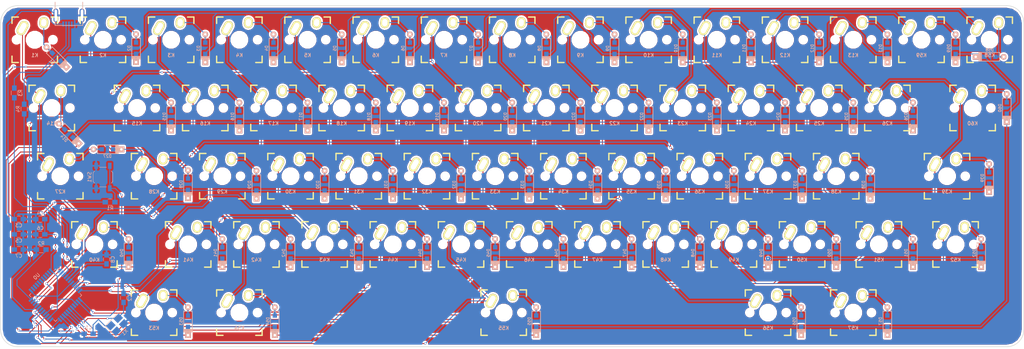
<source format=kicad_pcb>
(kicad_pcb (version 4) (host pcbnew 4.0.6)
  (layers (0 F.Cu signal) (31 B.Cu signal) (34 B.Paste user) (35 F.Paste user) (36 B.SilkS user) (37 F.SilkS user hide) (38 B.Mask user) (39 F.Mask user) (44 Edge.Cuts user))
  (net 0 "")
  (net 1 "Net-(C1-Pad1)")
  (net 2 GND)
  (net 3 "Net-(C2-Pad1)")
  (net 4 VCC)
  (net 5 "Net-(C8-Pad1)")
  (net 6 "Net-(D1-Pad2)")
  (net 7 /Row0)
  (net 8 "Net-(D2-Pad2)")
  (net 9 "Net-(D3-Pad2)")
  (net 10 "Net-(D4-Pad2)")
  (net 11 "Net-(D5-Pad2)")
  (net 12 "Net-(D6-Pad2)")
  (net 13 "Net-(D7-Pad2)")
  (net 14 "Net-(D8-Pad2)")
  (net 15 "Net-(D9-Pad2)")
  (net 16 "Net-(D10-Pad2)")
  (net 17 "Net-(D11-Pad2)")
  (net 18 "Net-(D12-Pad2)")
  (net 19 "Net-(D13-Pad2)")
  (net 20 "Net-(D14-Pad2)")
  (net 21 /Row1)
  (net 22 "Net-(D15-Pad2)")
  (net 23 "Net-(D16-Pad2)")
  (net 24 "Net-(D17-Pad2)")
  (net 25 "Net-(D18-Pad2)")
  (net 26 "Net-(D19-Pad2)")
  (net 27 "Net-(D20-Pad2)")
  (net 28 "Net-(D21-Pad2)")
  (net 29 "Net-(D22-Pad2)")
  (net 30 "Net-(D23-Pad2)")
  (net 31 "Net-(D24-Pad2)")
  (net 32 "Net-(D25-Pad2)")
  (net 33 "Net-(D26-Pad2)")
  (net 34 "Net-(D27-Pad2)")
  (net 35 /Row2)
  (net 36 "Net-(D28-Pad2)")
  (net 37 "Net-(D29-Pad2)")
  (net 38 "Net-(D30-Pad2)")
  (net 39 "Net-(D31-Pad2)")
  (net 40 "Net-(D32-Pad2)")
  (net 41 "Net-(D33-Pad2)")
  (net 42 "Net-(D34-Pad2)")
  (net 43 "Net-(D35-Pad2)")
  (net 44 "Net-(D36-Pad2)")
  (net 45 "Net-(D37-Pad2)")
  (net 46 "Net-(D38-Pad2)")
  (net 47 "Net-(D39-Pad2)")
  (net 48 "Net-(D40-Pad2)")
  (net 49 /Row3)
  (net 50 "Net-(D41-Pad2)")
  (net 51 "Net-(D42-Pad2)")
  (net 52 "Net-(D43-Pad2)")
  (net 53 "Net-(D44-Pad2)")
  (net 54 "Net-(D45-Pad2)")
  (net 55 "Net-(D46-Pad2)")
  (net 56 "Net-(D47-Pad2)")
  (net 57 "Net-(D48-Pad2)")
  (net 58 "Net-(D49-Pad2)")
  (net 59 "Net-(D50-Pad2)")
  (net 60 "Net-(D51-Pad2)")
  (net 61 "Net-(D52-Pad2)")
  (net 62 "Net-(D53-Pad2)")
  (net 63 /Row4)
  (net 64 "Net-(D54-Pad2)")
  (net 65 "Net-(D55-Pad2)")
  (net 66 "Net-(D56-Pad2)")
  (net 67 "Net-(D57-Pad2)")
  (net 68 "Net-(D58-Pad2)")
  (net 69 "Net-(D59-Pad2)")
  (net 70 "Net-(D60-Pad2)")
  (net 71 "Net-(J1-Pad2)")
  (net 72 "Net-(J1-Pad3)")
  (net 73 "Net-(J1-Pad4)")
  (net 74 /Col0)
  (net 75 /Col1)
  (net 76 /Col2)
  (net 77 /Col3)
  (net 78 /Col4)
  (net 79 /Col5)
  (net 80 /Col6)
  (net 81 /Col7)
  (net 82 /Col8)
  (net 83 /Col9)
  (net 84 /Col10)
  (net 85 /Col11)
  (net 86 /Col12)
  (net 87 "Net-(R1-Pad2)")
  (net 88 "Net-(R2-Pad1)")
  (net 89 "Net-(R3-Pad1)")
  (net 90 "Net-(R4-Pad2)")
  (net 91 "Net-(U0-Pad1)")
  (net 92 "Net-(U0-Pad15)")
  (net 93 "Net-(U0-Pad23)")
  (net 94 "Net-(U0-Pad35)")
  (net 95 "Net-(U0-Pad36)")
  (net 96 "Net-(U0-Pad37)")
  (net 97 "Net-(U0-Pad38)")
  (net 98 "Net-(U0-Pad39)")
  (net 99 "Net-(U0-Pad40)")
  (net 100 "Net-(U0-Pad41)")
  (net 101 "Net-(U0-Pad42)")
  (net 102 "Net-(U0-Pad43)")
  (module Fooprints:Mx_Alps_100 (layer F.Cu) (at 323.85 107.15625)
    (fp_text reference K59 (at 0 4.318) (layer B.SilkS) (effects (font (thickness 0.2)) (justify mirror)))
    (fp_text value ` hide)
    (pad HOLE np_thru_hole circle (at 0 0) (size 3.9878 3.9878) (drill 3.9878) (layers *.Cu))
    (pad HOLE np_thru_hole circle (at -5.08 0) (size 1.7018 1.7018) (drill 1.7018) (layers *.Cu))
    (pad HOLE np_thru_hole circle (at 5.08 0) (size 1.7018 1.7018) (drill 1.7018) (layers *.Cu))
    (pad 1 thru_hole oval (at -3.405 -3.27 330.95) (size 2.5 4.17) (drill oval 1.5 3.17) (layers *.Cu *.Mask F.SilkS) (net 85 /Col11))
    (pad 2 thru_hole oval (at 2.52 -4.79 356.1) (size 2.5 3.08) (drill oval 1.5 2.08) (layers *.Cu *.Mask F.SilkS) (net 69 "Net-(D59-Pad2)"))
  )
  (module Housings_QFP:TQFP-44_10x10mm_Pitch0.8mm (layer B.Cu) (at 82 178.5 225)
    (fp_text reference U0 (at 0 7.450001 225) (layer B.SilkS) (effects (justify mirror)))
    (fp_text value ATMEGA32U4)
    (pad 1 smd rect (at -5.7 4 225) (size 1.5 0.55) (layers B.Cu B.Paste B.Mask) (net 91 "Net-(U0-Pad1)"))
    (pad 2 smd rect (at -5.7 3.2 225) (size 1.5 0.55) (layers B.Cu B.Paste B.Mask) (net 4 VCC))
    (pad 3 smd rect (at -5.7 2.4 225) (size 1.5 0.55) (layers B.Cu B.Paste B.Mask) (net 89 "Net-(R3-Pad1)"))
    (pad 4 smd rect (at -5.7 1.6 225) (size 1.5 0.55) (layers B.Cu B.Paste B.Mask) (net 90 "Net-(R4-Pad2)"))
    (pad 5 smd rect (at -5.7 0.8 225) (size 1.5 0.55) (layers B.Cu B.Paste B.Mask) (net 2 GND))
    (pad 6 smd rect (at -5.7 0 225) (size 1.5 0.55) (layers B.Cu B.Paste B.Mask) (net 5 "Net-(C8-Pad1)"))
    (pad 7 smd rect (at -5.7 -0.8 225) (size 1.5 0.55) (layers B.Cu B.Paste B.Mask) (net 4 VCC))
    (pad 8 smd rect (at -5.7 -1.6 225) (size 1.5 0.55) (layers B.Cu B.Paste B.Mask) (net 74 /Col0))
    (pad 9 smd rect (at -5.7 -2.4 225) (size 1.5 0.55) (layers B.Cu B.Paste B.Mask) (net 75 /Col1))
    (pad 10 smd rect (at -5.7 -3.2 225) (size 1.5 0.55) (layers B.Cu B.Paste B.Mask) (net 76 /Col2))
    (pad 11 smd rect (at -5.7 -4 225) (size 1.5 0.55) (layers B.Cu B.Paste B.Mask) (net 77 /Col3))
    (pad 12 smd rect (at -4 -5.7 135) (size 1.5 0.55) (layers B.Cu B.Paste B.Mask) (net 81 /Col7))
    (pad 13 smd rect (at -3.2 -5.7 135) (size 1.5 0.55) (layers B.Cu B.Paste B.Mask) (net 87 "Net-(R1-Pad2)"))
    (pad 14 smd rect (at -2.4 -5.7 135) (size 1.5 0.55) (layers B.Cu B.Paste B.Mask) (net 4 VCC))
    (pad 15 smd rect (at -1.6 -5.7 135) (size 1.5 0.55) (layers B.Cu B.Paste B.Mask) (net 92 "Net-(U0-Pad15)"))
    (pad 16 smd rect (at -0.8 -5.7 135) (size 1.5 0.55) (layers B.Cu B.Paste B.Mask) (net 1 "Net-(C1-Pad1)"))
    (pad 17 smd rect (at 0 -5.7 135) (size 1.5 0.55) (layers B.Cu B.Paste B.Mask) (net 3 "Net-(C2-Pad1)"))
    (pad 18 smd rect (at 0.8 -5.7 135) (size 1.5 0.55) (layers B.Cu B.Paste B.Mask) (net 84 /Col10))
    (pad 19 smd rect (at 1.6 -5.7 135) (size 1.5 0.55) (layers B.Cu B.Paste B.Mask) (net 85 /Col11))
    (pad 20 smd rect (at 2.4 -5.7 135) (size 1.5 0.55) (layers B.Cu B.Paste B.Mask) (net 86 /Col12))
    (pad 21 smd rect (at 3.2 -5.7 135) (size 1.5 0.55) (layers B.Cu B.Paste B.Mask) (net 7 /Row0))
    (pad 22 smd rect (at 4 -5.7 135) (size 1.5 0.55) (layers B.Cu B.Paste B.Mask) (net 35 /Row2))
    (pad 23 smd rect (at 5.7 -4 225) (size 1.5 0.55) (layers B.Cu B.Paste B.Mask) (net 93 "Net-(U0-Pad23)"))
    (pad 24 smd rect (at 5.7 -3.2 225) (size 1.5 0.55) (layers B.Cu B.Paste B.Mask) (net 4 VCC))
    (pad 25 smd rect (at 5.7 -2.4 225) (size 1.5 0.55) (layers B.Cu B.Paste B.Mask) (net 21 /Row1))
    (pad 26 smd rect (at 5.7 -1.6 225) (size 1.5 0.55) (layers B.Cu B.Paste B.Mask) (net 49 /Row3))
    (pad 27 smd rect (at 5.7 -0.8 225) (size 1.5 0.55) (layers B.Cu B.Paste B.Mask) (net 63 /Row4))
    (pad 28 smd rect (at 5.7 0 225) (size 1.5 0.55) (layers B.Cu B.Paste B.Mask) (net 78 /Col4))
    (pad 29 smd rect (at 5.7 0.8 225) (size 1.5 0.55) (layers B.Cu B.Paste B.Mask) (net 79 /Col5))
    (pad 30 smd rect (at 5.7 1.6 225) (size 1.5 0.55) (layers B.Cu B.Paste B.Mask) (net 80 /Col6))
    (pad 31 smd rect (at 5.7 2.4 225) (size 1.5 0.55) (layers B.Cu B.Paste B.Mask) (net 82 /Col8))
    (pad 32 smd rect (at 5.7 3.2 225) (size 1.5 0.55) (layers B.Cu B.Paste B.Mask) (net 83 /Col9))
    (pad 33 smd rect (at 5.7 4 225) (size 1.5 0.55) (layers B.Cu B.Paste B.Mask) (net 88 "Net-(R2-Pad1)"))
    (pad 34 smd rect (at 4 5.7 135) (size 1.5 0.55) (layers B.Cu B.Paste B.Mask) (net 4 VCC))
    (pad 35 smd rect (at 3.2 5.7 135) (size 1.5 0.55) (layers B.Cu B.Paste B.Mask) (net 94 "Net-(U0-Pad35)"))
    (pad 36 smd rect (at 2.4 5.7 135) (size 1.5 0.55) (layers B.Cu B.Paste B.Mask) (net 95 "Net-(U0-Pad36)"))
    (pad 37 smd rect (at 1.6 5.7 135) (size 1.5 0.55) (layers B.Cu B.Paste B.Mask) (net 96 "Net-(U0-Pad37)"))
    (pad 38 smd rect (at 0.8 5.7 135) (size 1.5 0.55) (layers B.Cu B.Paste B.Mask) (net 97 "Net-(U0-Pad38)"))
    (pad 39 smd rect (at 0 5.7 135) (size 1.5 0.55) (layers B.Cu B.Paste B.Mask) (net 98 "Net-(U0-Pad39)"))
    (pad 40 smd rect (at -0.8 5.7 135) (size 1.5 0.55) (layers B.Cu B.Paste B.Mask) (net 99 "Net-(U0-Pad40)"))
    (pad 41 smd rect (at -1.6 5.7 135) (size 1.5 0.55) (layers B.Cu B.Paste B.Mask) (net 100 "Net-(U0-Pad41)"))
    (pad 42 smd rect (at -2.4 5.7 135) (size 1.5 0.55) (layers B.Cu B.Paste B.Mask) (net 101 "Net-(U0-Pad42)"))
    (pad 43 smd rect (at -3.2 5.7 135) (size 1.5 0.55) (layers B.Cu B.Paste B.Mask) (net 102 "Net-(U0-Pad43)"))
    (pad 44 smd rect (at -4 5.7 135) (size 1.5 0.55) (layers B.Cu B.Paste B.Mask) (net 4 VCC))
  )
  (module Capacitors_SMD:C_0805_HandSoldering (layer B.Cu) (at 91.25 189.25 180)
    (fp_text reference C1 (at 0 1.75 180) (layer B.SilkS) (effects (justify mirror)))
    (fp_text value 22p)
    (pad 1 smd rect (at -1.25 0 180) (size 1.5 1.25) (layers B.Cu B.Paste B.Mask) (net 1 "Net-(C1-Pad1)"))
    (pad 2 smd rect (at 1.25 0 180) (size 1.5 1.25) (layers B.Cu B.Paste B.Mask) (net 2 GND))
  )
  (module Capacitors_SMD:C_0805_HandSoldering (layer B.Cu) (at 101 179.25 90)
    (fp_text reference C2 (at 0 1.75 90) (layer B.SilkS) (effects (justify mirror)))
    (fp_text value 22p)
    (pad 1 smd rect (at -1.25 0 90) (size 1.5 1.25) (layers B.Cu B.Paste B.Mask) (net 3 "Net-(C2-Pad1)"))
    (pad 2 smd rect (at 1.25 0 90) (size 1.5 1.25) (layers B.Cu B.Paste B.Mask) (net 2 GND))
  )
  (module Capacitors_SMD:C_0805_HandSoldering (layer B.Cu) (at 71.75 157.25)
    (fp_text reference C3 (at 0 1.75) (layer B.SilkS) (effects (justify mirror)))
    (fp_text value 0.1u)
    (pad 1 smd rect (at -1.25 0) (size 1.5 1.25) (layers B.Cu B.Paste B.Mask) (net 4 VCC))
    (pad 2 smd rect (at 1.25 0) (size 1.5 1.25) (layers B.Cu B.Paste B.Mask) (net 2 GND))
  )
  (module Capacitors_SMD:C_0805_HandSoldering (layer B.Cu) (at 77.75 157.25 180)
    (fp_text reference C4 (at 0 1.75 180) (layer B.SilkS) (effects (justify mirror)))
    (fp_text value 0.1u)
    (pad 1 smd rect (at -1.25 0 180) (size 1.5 1.25) (layers B.Cu B.Paste B.Mask) (net 4 VCC))
    (pad 2 smd rect (at 1.25 0 180) (size 1.5 1.25) (layers B.Cu B.Paste B.Mask) (net 2 GND))
  )
  (module Capacitors_SMD:C_0805_HandSoldering (layer B.Cu) (at 71.75 161.5)
    (fp_text reference C5 (at 0 1.75) (layer B.SilkS) (effects (justify mirror)))
    (fp_text value 0.1u)
    (pad 1 smd rect (at -1.25 0) (size 1.5 1.25) (layers B.Cu B.Paste B.Mask) (net 4 VCC))
    (pad 2 smd rect (at 1.25 0) (size 1.5 1.25) (layers B.Cu B.Paste B.Mask) (net 2 GND))
  )
  (module Capacitors_SMD:C_0805_HandSoldering (layer B.Cu) (at 77.75 161.5 180)
    (fp_text reference C6 (at 0 1.75 180) (layer B.SilkS) (effects (justify mirror)))
    (fp_text value 0.1u)
    (pad 1 smd rect (at -1.25 0 180) (size 1.5 1.25) (layers B.Cu B.Paste B.Mask) (net 4 VCC))
    (pad 2 smd rect (at 1.25 0 180) (size 1.5 1.25) (layers B.Cu B.Paste B.Mask) (net 2 GND))
  )
  (module Capacitors_SMD:C_0805_HandSoldering (layer B.Cu) (at 71.75 165.75)
    (fp_text reference C7 (at 0 1.75) (layer B.SilkS) (effects (justify mirror)))
    (fp_text value 4.7u)
    (pad 1 smd rect (at -1.25 0) (size 1.5 1.25) (layers B.Cu B.Paste B.Mask) (net 4 VCC))
    (pad 2 smd rect (at 1.25 0) (size 1.5 1.25) (layers B.Cu B.Paste B.Mask) (net 2 GND))
  )
  (module Capacitors_SMD:C_0805_HandSoldering (layer B.Cu) (at 96.25 168.5 90)
    (fp_text reference C8 (at 0 1.75 90) (layer B.SilkS) (effects (justify mirror)))
    (fp_text value 1u)
    (pad 1 smd rect (at -1.25 0 90) (size 1.5 1.25) (layers B.Cu B.Paste B.Mask) (net 5 "Net-(C8-Pad1)"))
    (pad 2 smd rect (at 1.25 0 90) (size 1.5 1.25) (layers B.Cu B.Paste B.Mask) (net 2 GND))
  )
  (module Fooprints:D_SOD123_axial (layer B.Cu) (at 82.25 112 135)
    (fp_text reference D1 (at 0 -1.925 135) (layer B.SilkS) (effects (font (size 0.8 0.8)) (justify mirror)))
    (fp_text value D hide)
    (pad 2 smd rect (at 1.575 0 135) (size 1.2 1.2) (layers B.Cu B.Paste B.Mask) (net 6 "Net-(D1-Pad2)"))
    (pad 1 smd rect (at -1.575 0 135) (size 1.2 1.2) (layers B.Cu B.Paste B.Mask) (net 7 /Row0))
    (pad 1 thru_hole rect (at -3.9 0 135) (size 1.6 1.6) (drill 0.7) (layers *.Cu *.Mask B.SilkS) (net 7 /Row0))
    (pad 2 thru_hole circle (at 3.9 0 135) (size 1.6 1.6) (drill 0.7) (layers *.Cu *.Mask B.SilkS) (net 6 "Net-(D1-Pad2)"))
    (pad 1 smd rect (at -2.7 0 135) (size 2.5 0.5) (layers B.Cu) (net 7 /Row0))
    (pad 2 smd rect (at 2.7 0 135) (size 2.5 0.5) (layers B.Cu) (net 6 "Net-(D1-Pad2)"))
  )
  (module Fooprints:D_SOD123_axial (layer B.Cu) (at 104.5 109.5 90)
    (fp_text reference D2 (at 0 -1.925 90) (layer B.SilkS) (effects (font (size 0.8 0.8)) (justify mirror)))
    (fp_text value D hide)
    (pad 2 smd rect (at 1.575 0 90) (size 1.2 1.2) (layers B.Cu B.Paste B.Mask) (net 8 "Net-(D2-Pad2)"))
    (pad 1 smd rect (at -1.575 0 90) (size 1.2 1.2) (layers B.Cu B.Paste B.Mask) (net 7 /Row0))
    (pad 1 thru_hole rect (at -3.9 0 90) (size 1.6 1.6) (drill 0.7) (layers *.Cu *.Mask B.SilkS) (net 7 /Row0))
    (pad 2 thru_hole circle (at 3.9 0 90) (size 1.6 1.6) (drill 0.7) (layers *.Cu *.Mask B.SilkS) (net 8 "Net-(D2-Pad2)"))
    (pad 1 smd rect (at -2.7 0 90) (size 2.5 0.5) (layers B.Cu) (net 7 /Row0))
    (pad 2 smd rect (at 2.7 0 90) (size 2.5 0.5) (layers B.Cu) (net 8 "Net-(D2-Pad2)"))
  )
  (module Fooprints:D_SOD123_axial (layer B.Cu) (at 123.825 109.5375 90)
    (fp_text reference D3 (at 0 -1.925 90) (layer B.SilkS) (effects (font (size 0.8 0.8)) (justify mirror)))
    (fp_text value D hide)
    (pad 2 smd rect (at 1.575 0 90) (size 1.2 1.2) (layers B.Cu B.Paste B.Mask) (net 9 "Net-(D3-Pad2)"))
    (pad 1 smd rect (at -1.575 0 90) (size 1.2 1.2) (layers B.Cu B.Paste B.Mask) (net 7 /Row0))
    (pad 1 thru_hole rect (at -3.9 0 90) (size 1.6 1.6) (drill 0.7) (layers *.Cu *.Mask B.SilkS) (net 7 /Row0))
    (pad 2 thru_hole circle (at 3.9 0 90) (size 1.6 1.6) (drill 0.7) (layers *.Cu *.Mask B.SilkS) (net 9 "Net-(D3-Pad2)"))
    (pad 1 smd rect (at -2.7 0 90) (size 2.5 0.5) (layers B.Cu) (net 7 /Row0))
    (pad 2 smd rect (at 2.7 0 90) (size 2.5 0.5) (layers B.Cu) (net 9 "Net-(D3-Pad2)"))
  )
  (module Fooprints:D_SOD123_axial (layer B.Cu) (at 142.875 109.5375 90)
    (fp_text reference D4 (at 0 -1.925 90) (layer B.SilkS) (effects (font (size 0.8 0.8)) (justify mirror)))
    (fp_text value D hide)
    (pad 2 smd rect (at 1.575 0 90) (size 1.2 1.2) (layers B.Cu B.Paste B.Mask) (net 10 "Net-(D4-Pad2)"))
    (pad 1 smd rect (at -1.575 0 90) (size 1.2 1.2) (layers B.Cu B.Paste B.Mask) (net 7 /Row0))
    (pad 1 thru_hole rect (at -3.9 0 90) (size 1.6 1.6) (drill 0.7) (layers *.Cu *.Mask B.SilkS) (net 7 /Row0))
    (pad 2 thru_hole circle (at 3.9 0 90) (size 1.6 1.6) (drill 0.7) (layers *.Cu *.Mask B.SilkS) (net 10 "Net-(D4-Pad2)"))
    (pad 1 smd rect (at -2.7 0 90) (size 2.5 0.5) (layers B.Cu) (net 7 /Row0))
    (pad 2 smd rect (at 2.7 0 90) (size 2.5 0.5) (layers B.Cu) (net 10 "Net-(D4-Pad2)"))
  )
  (module Fooprints:D_SOD123_axial (layer B.Cu) (at 161.925 109.5375 90)
    (fp_text reference D5 (at 0 -1.925 90) (layer B.SilkS) (effects (font (size 0.8 0.8)) (justify mirror)))
    (fp_text value D hide)
    (pad 2 smd rect (at 1.575 0 90) (size 1.2 1.2) (layers B.Cu B.Paste B.Mask) (net 11 "Net-(D5-Pad2)"))
    (pad 1 smd rect (at -1.575 0 90) (size 1.2 1.2) (layers B.Cu B.Paste B.Mask) (net 7 /Row0))
    (pad 1 thru_hole rect (at -3.9 0 90) (size 1.6 1.6) (drill 0.7) (layers *.Cu *.Mask B.SilkS) (net 7 /Row0))
    (pad 2 thru_hole circle (at 3.9 0 90) (size 1.6 1.6) (drill 0.7) (layers *.Cu *.Mask B.SilkS) (net 11 "Net-(D5-Pad2)"))
    (pad 1 smd rect (at -2.7 0 90) (size 2.5 0.5) (layers B.Cu) (net 7 /Row0))
    (pad 2 smd rect (at 2.7 0 90) (size 2.5 0.5) (layers B.Cu) (net 11 "Net-(D5-Pad2)"))
  )
  (module Fooprints:D_SOD123_axial (layer B.Cu) (at 180.975 109.5375 90)
    (fp_text reference D6 (at 0 -1.925 90) (layer B.SilkS) (effects (font (size 0.8 0.8)) (justify mirror)))
    (fp_text value D hide)
    (pad 2 smd rect (at 1.575 0 90) (size 1.2 1.2) (layers B.Cu B.Paste B.Mask) (net 12 "Net-(D6-Pad2)"))
    (pad 1 smd rect (at -1.575 0 90) (size 1.2 1.2) (layers B.Cu B.Paste B.Mask) (net 7 /Row0))
    (pad 1 thru_hole rect (at -3.9 0 90) (size 1.6 1.6) (drill 0.7) (layers *.Cu *.Mask B.SilkS) (net 7 /Row0))
    (pad 2 thru_hole circle (at 3.9 0 90) (size 1.6 1.6) (drill 0.7) (layers *.Cu *.Mask B.SilkS) (net 12 "Net-(D6-Pad2)"))
    (pad 1 smd rect (at -2.7 0 90) (size 2.5 0.5) (layers B.Cu) (net 7 /Row0))
    (pad 2 smd rect (at 2.7 0 90) (size 2.5 0.5) (layers B.Cu) (net 12 "Net-(D6-Pad2)"))
  )
  (module Fooprints:D_SOD123_axial (layer B.Cu) (at 200.025 109.5375 90)
    (fp_text reference D7 (at 0 -1.925 90) (layer B.SilkS) (effects (font (size 0.8 0.8)) (justify mirror)))
    (fp_text value D hide)
    (pad 2 smd rect (at 1.575 0 90) (size 1.2 1.2) (layers B.Cu B.Paste B.Mask) (net 13 "Net-(D7-Pad2)"))
    (pad 1 smd rect (at -1.575 0 90) (size 1.2 1.2) (layers B.Cu B.Paste B.Mask) (net 7 /Row0))
    (pad 1 thru_hole rect (at -3.9 0 90) (size 1.6 1.6) (drill 0.7) (layers *.Cu *.Mask B.SilkS) (net 7 /Row0))
    (pad 2 thru_hole circle (at 3.9 0 90) (size 1.6 1.6) (drill 0.7) (layers *.Cu *.Mask B.SilkS) (net 13 "Net-(D7-Pad2)"))
    (pad 1 smd rect (at -2.7 0 90) (size 2.5 0.5) (layers B.Cu) (net 7 /Row0))
    (pad 2 smd rect (at 2.7 0 90) (size 2.5 0.5) (layers B.Cu) (net 13 "Net-(D7-Pad2)"))
  )
  (module Fooprints:D_SOD123_axial (layer B.Cu) (at 219.075 109.5375 90)
    (fp_text reference D8 (at 0 -1.925 90) (layer B.SilkS) (effects (font (size 0.8 0.8)) (justify mirror)))
    (fp_text value D hide)
    (pad 2 smd rect (at 1.575 0 90) (size 1.2 1.2) (layers B.Cu B.Paste B.Mask) (net 14 "Net-(D8-Pad2)"))
    (pad 1 smd rect (at -1.575 0 90) (size 1.2 1.2) (layers B.Cu B.Paste B.Mask) (net 7 /Row0))
    (pad 1 thru_hole rect (at -3.9 0 90) (size 1.6 1.6) (drill 0.7) (layers *.Cu *.Mask B.SilkS) (net 7 /Row0))
    (pad 2 thru_hole circle (at 3.9 0 90) (size 1.6 1.6) (drill 0.7) (layers *.Cu *.Mask B.SilkS) (net 14 "Net-(D8-Pad2)"))
    (pad 1 smd rect (at -2.7 0 90) (size 2.5 0.5) (layers B.Cu) (net 7 /Row0))
    (pad 2 smd rect (at 2.7 0 90) (size 2.5 0.5) (layers B.Cu) (net 14 "Net-(D8-Pad2)"))
  )
  (module Fooprints:D_SOD123_axial (layer B.Cu) (at 238.125 109.5375 90)
    (fp_text reference D9 (at 0 -1.925 90) (layer B.SilkS) (effects (font (size 0.8 0.8)) (justify mirror)))
    (fp_text value D hide)
    (pad 2 smd rect (at 1.575 0 90) (size 1.2 1.2) (layers B.Cu B.Paste B.Mask) (net 15 "Net-(D9-Pad2)"))
    (pad 1 smd rect (at -1.575 0 90) (size 1.2 1.2) (layers B.Cu B.Paste B.Mask) (net 7 /Row0))
    (pad 1 thru_hole rect (at -3.9 0 90) (size 1.6 1.6) (drill 0.7) (layers *.Cu *.Mask B.SilkS) (net 7 /Row0))
    (pad 2 thru_hole circle (at 3.9 0 90) (size 1.6 1.6) (drill 0.7) (layers *.Cu *.Mask B.SilkS) (net 15 "Net-(D9-Pad2)"))
    (pad 1 smd rect (at -2.7 0 90) (size 2.5 0.5) (layers B.Cu) (net 7 /Row0))
    (pad 2 smd rect (at 2.7 0 90) (size 2.5 0.5) (layers B.Cu) (net 15 "Net-(D9-Pad2)"))
  )
  (module Fooprints:D_SOD123_axial (layer B.Cu) (at 257.175 109.5375 90)
    (fp_text reference D10 (at 0 -1.925 90) (layer B.SilkS) (effects (font (size 0.8 0.8)) (justify mirror)))
    (fp_text value D hide)
    (pad 2 smd rect (at 1.575 0 90) (size 1.2 1.2) (layers B.Cu B.Paste B.Mask) (net 16 "Net-(D10-Pad2)"))
    (pad 1 smd rect (at -1.575 0 90) (size 1.2 1.2) (layers B.Cu B.Paste B.Mask) (net 7 /Row0))
    (pad 1 thru_hole rect (at -3.9 0 90) (size 1.6 1.6) (drill 0.7) (layers *.Cu *.Mask B.SilkS) (net 7 /Row0))
    (pad 2 thru_hole circle (at 3.9 0 90) (size 1.6 1.6) (drill 0.7) (layers *.Cu *.Mask B.SilkS) (net 16 "Net-(D10-Pad2)"))
    (pad 1 smd rect (at -2.7 0 90) (size 2.5 0.5) (layers B.Cu) (net 7 /Row0))
    (pad 2 smd rect (at 2.7 0 90) (size 2.5 0.5) (layers B.Cu) (net 16 "Net-(D10-Pad2)"))
  )
  (module Fooprints:D_SOD123_axial (layer B.Cu) (at 276.225 109.5375 90)
    (fp_text reference D11 (at 0 -1.925 90) (layer B.SilkS) (effects (font (size 0.8 0.8)) (justify mirror)))
    (fp_text value D hide)
    (pad 2 smd rect (at 1.575 0 90) (size 1.2 1.2) (layers B.Cu B.Paste B.Mask) (net 17 "Net-(D11-Pad2)"))
    (pad 1 smd rect (at -1.575 0 90) (size 1.2 1.2) (layers B.Cu B.Paste B.Mask) (net 7 /Row0))
    (pad 1 thru_hole rect (at -3.9 0 90) (size 1.6 1.6) (drill 0.7) (layers *.Cu *.Mask B.SilkS) (net 7 /Row0))
    (pad 2 thru_hole circle (at 3.9 0 90) (size 1.6 1.6) (drill 0.7) (layers *.Cu *.Mask B.SilkS) (net 17 "Net-(D11-Pad2)"))
    (pad 1 smd rect (at -2.7 0 90) (size 2.5 0.5) (layers B.Cu) (net 7 /Row0))
    (pad 2 smd rect (at 2.7 0 90) (size 2.5 0.5) (layers B.Cu) (net 17 "Net-(D11-Pad2)"))
  )
  (module Fooprints:D_SOD123_axial (layer B.Cu) (at 295.275 109.5375 90)
    (fp_text reference D12 (at 0 -1.925 90) (layer B.SilkS) (effects (font (size 0.8 0.8)) (justify mirror)))
    (fp_text value D hide)
    (pad 2 smd rect (at 1.575 0 90) (size 1.2 1.2) (layers B.Cu B.Paste B.Mask) (net 18 "Net-(D12-Pad2)"))
    (pad 1 smd rect (at -1.575 0 90) (size 1.2 1.2) (layers B.Cu B.Paste B.Mask) (net 7 /Row0))
    (pad 1 thru_hole rect (at -3.9 0 90) (size 1.6 1.6) (drill 0.7) (layers *.Cu *.Mask B.SilkS) (net 7 /Row0))
    (pad 2 thru_hole circle (at 3.9 0 90) (size 1.6 1.6) (drill 0.7) (layers *.Cu *.Mask B.SilkS) (net 18 "Net-(D12-Pad2)"))
    (pad 1 smd rect (at -2.7 0 90) (size 2.5 0.5) (layers B.Cu) (net 7 /Row0))
    (pad 2 smd rect (at 2.7 0 90) (size 2.5 0.5) (layers B.Cu) (net 18 "Net-(D12-Pad2)"))
  )
  (module Fooprints:D_SOD123_axial (layer B.Cu) (at 314.325 109.5375 90)
    (fp_text reference D13 (at 0 -1.925 90) (layer B.SilkS) (effects (font (size 0.8 0.8)) (justify mirror)))
    (fp_text value D hide)
    (pad 2 smd rect (at 1.575 0 90) (size 1.2 1.2) (layers B.Cu B.Paste B.Mask) (net 19 "Net-(D13-Pad2)"))
    (pad 1 smd rect (at -1.575 0 90) (size 1.2 1.2) (layers B.Cu B.Paste B.Mask) (net 7 /Row0))
    (pad 1 thru_hole rect (at -3.9 0 90) (size 1.6 1.6) (drill 0.7) (layers *.Cu *.Mask B.SilkS) (net 7 /Row0))
    (pad 2 thru_hole circle (at 3.9 0 90) (size 1.6 1.6) (drill 0.7) (layers *.Cu *.Mask B.SilkS) (net 19 "Net-(D13-Pad2)"))
    (pad 1 smd rect (at -2.7 0 90) (size 2.5 0.5) (layers B.Cu) (net 7 /Row0))
    (pad 2 smd rect (at 2.7 0 90) (size 2.5 0.5) (layers B.Cu) (net 19 "Net-(D13-Pad2)"))
  )
  (module Fooprints:D_SOD123_axial (layer B.Cu) (at 85.725 133.35 135)
    (fp_text reference D14 (at 0 -1.925001 135) (layer B.SilkS) (effects (font (size 0.8 0.8)) (justify mirror)))
    (fp_text value D hide)
    (pad 2 smd rect (at 1.575 0 135) (size 1.2 1.2) (layers B.Cu B.Paste B.Mask) (net 20 "Net-(D14-Pad2)"))
    (pad 1 smd rect (at -1.575 0 135) (size 1.2 1.2) (layers B.Cu B.Paste B.Mask) (net 21 /Row1))
    (pad 1 thru_hole rect (at -3.9 0 135) (size 1.6 1.6) (drill 0.7) (layers *.Cu *.Mask B.SilkS) (net 21 /Row1))
    (pad 2 thru_hole circle (at 3.9 0 135) (size 1.6 1.6) (drill 0.7) (layers *.Cu *.Mask B.SilkS) (net 20 "Net-(D14-Pad2)"))
    (pad 1 smd rect (at -2.7 0 135) (size 2.5 0.5) (layers B.Cu) (net 21 /Row1))
    (pad 2 smd rect (at 2.7 0 135) (size 2.5 0.5) (layers B.Cu) (net 20 "Net-(D14-Pad2)"))
  )
  (module Fooprints:D_SOD123_axial (layer B.Cu) (at 114.3 128.5875 90)
    (fp_text reference D15 (at 0 -1.925 90) (layer B.SilkS) (effects (font (size 0.8 0.8)) (justify mirror)))
    (fp_text value D hide)
    (pad 2 smd rect (at 1.575 0 90) (size 1.2 1.2) (layers B.Cu B.Paste B.Mask) (net 22 "Net-(D15-Pad2)"))
    (pad 1 smd rect (at -1.575 0 90) (size 1.2 1.2) (layers B.Cu B.Paste B.Mask) (net 21 /Row1))
    (pad 1 thru_hole rect (at -3.9 0 90) (size 1.6 1.6) (drill 0.7) (layers *.Cu *.Mask B.SilkS) (net 21 /Row1))
    (pad 2 thru_hole circle (at 3.9 0 90) (size 1.6 1.6) (drill 0.7) (layers *.Cu *.Mask B.SilkS) (net 22 "Net-(D15-Pad2)"))
    (pad 1 smd rect (at -2.7 0 90) (size 2.5 0.5) (layers B.Cu) (net 21 /Row1))
    (pad 2 smd rect (at 2.7 0 90) (size 2.5 0.5) (layers B.Cu) (net 22 "Net-(D15-Pad2)"))
  )
  (module Fooprints:D_SOD123_axial (layer B.Cu) (at 133.35 128.5875 90)
    (fp_text reference D16 (at 0 -1.925 90) (layer B.SilkS) (effects (font (size 0.8 0.8)) (justify mirror)))
    (fp_text value D hide)
    (pad 2 smd rect (at 1.575 0 90) (size 1.2 1.2) (layers B.Cu B.Paste B.Mask) (net 23 "Net-(D16-Pad2)"))
    (pad 1 smd rect (at -1.575 0 90) (size 1.2 1.2) (layers B.Cu B.Paste B.Mask) (net 21 /Row1))
    (pad 1 thru_hole rect (at -3.9 0 90) (size 1.6 1.6) (drill 0.7) (layers *.Cu *.Mask B.SilkS) (net 21 /Row1))
    (pad 2 thru_hole circle (at 3.9 0 90) (size 1.6 1.6) (drill 0.7) (layers *.Cu *.Mask B.SilkS) (net 23 "Net-(D16-Pad2)"))
    (pad 1 smd rect (at -2.7 0 90) (size 2.5 0.5) (layers B.Cu) (net 21 /Row1))
    (pad 2 smd rect (at 2.7 0 90) (size 2.5 0.5) (layers B.Cu) (net 23 "Net-(D16-Pad2)"))
  )
  (module Fooprints:D_SOD123_axial (layer B.Cu) (at 152.4 128.5875 90)
    (fp_text reference D17 (at 0 -1.925 90) (layer B.SilkS) (effects (font (size 0.8 0.8)) (justify mirror)))
    (fp_text value D hide)
    (pad 2 smd rect (at 1.575 0 90) (size 1.2 1.2) (layers B.Cu B.Paste B.Mask) (net 24 "Net-(D17-Pad2)"))
    (pad 1 smd rect (at -1.575 0 90) (size 1.2 1.2) (layers B.Cu B.Paste B.Mask) (net 21 /Row1))
    (pad 1 thru_hole rect (at -3.9 0 90) (size 1.6 1.6) (drill 0.7) (layers *.Cu *.Mask B.SilkS) (net 21 /Row1))
    (pad 2 thru_hole circle (at 3.9 0 90) (size 1.6 1.6) (drill 0.7) (layers *.Cu *.Mask B.SilkS) (net 24 "Net-(D17-Pad2)"))
    (pad 1 smd rect (at -2.7 0 90) (size 2.5 0.5) (layers B.Cu) (net 21 /Row1))
    (pad 2 smd rect (at 2.7 0 90) (size 2.5 0.5) (layers B.Cu) (net 24 "Net-(D17-Pad2)"))
  )
  (module Fooprints:D_SOD123_axial (layer B.Cu) (at 171.45 128.5875 90)
    (fp_text reference D18 (at 0 -1.925 90) (layer B.SilkS) (effects (font (size 0.8 0.8)) (justify mirror)))
    (fp_text value D hide)
    (pad 2 smd rect (at 1.575 0 90) (size 1.2 1.2) (layers B.Cu B.Paste B.Mask) (net 25 "Net-(D18-Pad2)"))
    (pad 1 smd rect (at -1.575 0 90) (size 1.2 1.2) (layers B.Cu B.Paste B.Mask) (net 21 /Row1))
    (pad 1 thru_hole rect (at -3.9 0 90) (size 1.6 1.6) (drill 0.7) (layers *.Cu *.Mask B.SilkS) (net 21 /Row1))
    (pad 2 thru_hole circle (at 3.9 0 90) (size 1.6 1.6) (drill 0.7) (layers *.Cu *.Mask B.SilkS) (net 25 "Net-(D18-Pad2)"))
    (pad 1 smd rect (at -2.7 0 90) (size 2.5 0.5) (layers B.Cu) (net 21 /Row1))
    (pad 2 smd rect (at 2.7 0 90) (size 2.5 0.5) (layers B.Cu) (net 25 "Net-(D18-Pad2)"))
  )
  (module Fooprints:D_SOD123_axial (layer B.Cu) (at 190.5 128.5875 90)
    (fp_text reference D19 (at 0 -1.925 90) (layer B.SilkS) (effects (font (size 0.8 0.8)) (justify mirror)))
    (fp_text value D hide)
    (pad 2 smd rect (at 1.575 0 90) (size 1.2 1.2) (layers B.Cu B.Paste B.Mask) (net 26 "Net-(D19-Pad2)"))
    (pad 1 smd rect (at -1.575 0 90) (size 1.2 1.2) (layers B.Cu B.Paste B.Mask) (net 21 /Row1))
    (pad 1 thru_hole rect (at -3.9 0 90) (size 1.6 1.6) (drill 0.7) (layers *.Cu *.Mask B.SilkS) (net 21 /Row1))
    (pad 2 thru_hole circle (at 3.9 0 90) (size 1.6 1.6) (drill 0.7) (layers *.Cu *.Mask B.SilkS) (net 26 "Net-(D19-Pad2)"))
    (pad 1 smd rect (at -2.7 0 90) (size 2.5 0.5) (layers B.Cu) (net 21 /Row1))
    (pad 2 smd rect (at 2.7 0 90) (size 2.5 0.5) (layers B.Cu) (net 26 "Net-(D19-Pad2)"))
  )
  (module Fooprints:D_SOD123_axial (layer B.Cu) (at 209.55 128.5875 90)
    (fp_text reference D20 (at 0 -1.925 90) (layer B.SilkS) (effects (font (size 0.8 0.8)) (justify mirror)))
    (fp_text value D hide)
    (pad 2 smd rect (at 1.575 0 90) (size 1.2 1.2) (layers B.Cu B.Paste B.Mask) (net 27 "Net-(D20-Pad2)"))
    (pad 1 smd rect (at -1.575 0 90) (size 1.2 1.2) (layers B.Cu B.Paste B.Mask) (net 21 /Row1))
    (pad 1 thru_hole rect (at -3.9 0 90) (size 1.6 1.6) (drill 0.7) (layers *.Cu *.Mask B.SilkS) (net 21 /Row1))
    (pad 2 thru_hole circle (at 3.9 0 90) (size 1.6 1.6) (drill 0.7) (layers *.Cu *.Mask B.SilkS) (net 27 "Net-(D20-Pad2)"))
    (pad 1 smd rect (at -2.7 0 90) (size 2.5 0.5) (layers B.Cu) (net 21 /Row1))
    (pad 2 smd rect (at 2.7 0 90) (size 2.5 0.5) (layers B.Cu) (net 27 "Net-(D20-Pad2)"))
  )
  (module Fooprints:D_SOD123_axial (layer B.Cu) (at 228.6 128.5875 90)
    (fp_text reference D21 (at 0 -1.925 90) (layer B.SilkS) (effects (font (size 0.8 0.8)) (justify mirror)))
    (fp_text value D hide)
    (pad 2 smd rect (at 1.575 0 90) (size 1.2 1.2) (layers B.Cu B.Paste B.Mask) (net 28 "Net-(D21-Pad2)"))
    (pad 1 smd rect (at -1.575 0 90) (size 1.2 1.2) (layers B.Cu B.Paste B.Mask) (net 21 /Row1))
    (pad 1 thru_hole rect (at -3.9 0 90) (size 1.6 1.6) (drill 0.7) (layers *.Cu *.Mask B.SilkS) (net 21 /Row1))
    (pad 2 thru_hole circle (at 3.9 0 90) (size 1.6 1.6) (drill 0.7) (layers *.Cu *.Mask B.SilkS) (net 28 "Net-(D21-Pad2)"))
    (pad 1 smd rect (at -2.7 0 90) (size 2.5 0.5) (layers B.Cu) (net 21 /Row1))
    (pad 2 smd rect (at 2.7 0 90) (size 2.5 0.5) (layers B.Cu) (net 28 "Net-(D21-Pad2)"))
  )
  (module Fooprints:D_SOD123_axial (layer B.Cu) (at 247.65 128.5875 90)
    (fp_text reference D22 (at 0 -1.925 90) (layer B.SilkS) (effects (font (size 0.8 0.8)) (justify mirror)))
    (fp_text value D hide)
    (pad 2 smd rect (at 1.575 0 90) (size 1.2 1.2) (layers B.Cu B.Paste B.Mask) (net 29 "Net-(D22-Pad2)"))
    (pad 1 smd rect (at -1.575 0 90) (size 1.2 1.2) (layers B.Cu B.Paste B.Mask) (net 21 /Row1))
    (pad 1 thru_hole rect (at -3.9 0 90) (size 1.6 1.6) (drill 0.7) (layers *.Cu *.Mask B.SilkS) (net 21 /Row1))
    (pad 2 thru_hole circle (at 3.9 0 90) (size 1.6 1.6) (drill 0.7) (layers *.Cu *.Mask B.SilkS) (net 29 "Net-(D22-Pad2)"))
    (pad 1 smd rect (at -2.7 0 90) (size 2.5 0.5) (layers B.Cu) (net 21 /Row1))
    (pad 2 smd rect (at 2.7 0 90) (size 2.5 0.5) (layers B.Cu) (net 29 "Net-(D22-Pad2)"))
  )
  (module Fooprints:D_SOD123_axial (layer B.Cu) (at 266.7 128.5875 90)
    (fp_text reference D23 (at 0 -1.925 90) (layer B.SilkS) (effects (font (size 0.8 0.8)) (justify mirror)))
    (fp_text value D hide)
    (pad 2 smd rect (at 1.575 0 90) (size 1.2 1.2) (layers B.Cu B.Paste B.Mask) (net 30 "Net-(D23-Pad2)"))
    (pad 1 smd rect (at -1.575 0 90) (size 1.2 1.2) (layers B.Cu B.Paste B.Mask) (net 21 /Row1))
    (pad 1 thru_hole rect (at -3.9 0 90) (size 1.6 1.6) (drill 0.7) (layers *.Cu *.Mask B.SilkS) (net 21 /Row1))
    (pad 2 thru_hole circle (at 3.9 0 90) (size 1.6 1.6) (drill 0.7) (layers *.Cu *.Mask B.SilkS) (net 30 "Net-(D23-Pad2)"))
    (pad 1 smd rect (at -2.7 0 90) (size 2.5 0.5) (layers B.Cu) (net 21 /Row1))
    (pad 2 smd rect (at 2.7 0 90) (size 2.5 0.5) (layers B.Cu) (net 30 "Net-(D23-Pad2)"))
  )
  (module Fooprints:D_SOD123_axial (layer B.Cu) (at 285.75 128.5875 90)
    (fp_text reference D24 (at 0 -1.925 90) (layer B.SilkS) (effects (font (size 0.8 0.8)) (justify mirror)))
    (fp_text value D hide)
    (pad 2 smd rect (at 1.575 0 90) (size 1.2 1.2) (layers B.Cu B.Paste B.Mask) (net 31 "Net-(D24-Pad2)"))
    (pad 1 smd rect (at -1.575 0 90) (size 1.2 1.2) (layers B.Cu B.Paste B.Mask) (net 21 /Row1))
    (pad 1 thru_hole rect (at -3.9 0 90) (size 1.6 1.6) (drill 0.7) (layers *.Cu *.Mask B.SilkS) (net 21 /Row1))
    (pad 2 thru_hole circle (at 3.9 0 90) (size 1.6 1.6) (drill 0.7) (layers *.Cu *.Mask B.SilkS) (net 31 "Net-(D24-Pad2)"))
    (pad 1 smd rect (at -2.7 0 90) (size 2.5 0.5) (layers B.Cu) (net 21 /Row1))
    (pad 2 smd rect (at 2.7 0 90) (size 2.5 0.5) (layers B.Cu) (net 31 "Net-(D24-Pad2)"))
  )
  (module Fooprints:D_SOD123_axial (layer B.Cu) (at 304.8 128.5875 90)
    (fp_text reference D25 (at 0 -1.925 90) (layer B.SilkS) (effects (font (size 0.8 0.8)) (justify mirror)))
    (fp_text value D hide)
    (pad 2 smd rect (at 1.575 0 90) (size 1.2 1.2) (layers B.Cu B.Paste B.Mask) (net 32 "Net-(D25-Pad2)"))
    (pad 1 smd rect (at -1.575 0 90) (size 1.2 1.2) (layers B.Cu B.Paste B.Mask) (net 21 /Row1))
    (pad 1 thru_hole rect (at -3.9 0 90) (size 1.6 1.6) (drill 0.7) (layers *.Cu *.Mask B.SilkS) (net 21 /Row1))
    (pad 2 thru_hole circle (at 3.9 0 90) (size 1.6 1.6) (drill 0.7) (layers *.Cu *.Mask B.SilkS) (net 32 "Net-(D25-Pad2)"))
    (pad 1 smd rect (at -2.7 0 90) (size 2.5 0.5) (layers B.Cu) (net 21 /Row1))
    (pad 2 smd rect (at 2.7 0 90) (size 2.5 0.5) (layers B.Cu) (net 32 "Net-(D25-Pad2)"))
  )
  (module Fooprints:D_SOD123_axial (layer B.Cu) (at 321.46875 128.5875 90)
    (fp_text reference D26 (at 0 -1.925 90) (layer B.SilkS) (effects (font (size 0.8 0.8)) (justify mirror)))
    (fp_text value D hide)
    (pad 2 smd rect (at 1.575 0 90) (size 1.2 1.2) (layers B.Cu B.Paste B.Mask) (net 33 "Net-(D26-Pad2)"))
    (pad 1 smd rect (at -1.575 0 90) (size 1.2 1.2) (layers B.Cu B.Paste B.Mask) (net 21 /Row1))
    (pad 1 thru_hole rect (at -3.9 0 90) (size 1.6 1.6) (drill 0.7) (layers *.Cu *.Mask B.SilkS) (net 21 /Row1))
    (pad 2 thru_hole circle (at 3.9 0 90) (size 1.6 1.6) (drill 0.7) (layers *.Cu *.Mask B.SilkS) (net 33 "Net-(D26-Pad2)"))
    (pad 1 smd rect (at -2.7 0 90) (size 2.5 0.5) (layers B.Cu) (net 21 /Row1))
    (pad 2 smd rect (at 2.7 0 90) (size 2.5 0.5) (layers B.Cu) (net 33 "Net-(D26-Pad2)"))
  )
  (module Fooprints:D_SOD123_axial (layer B.Cu) (at 96.5 137.75 180)
    (fp_text reference D27 (at 0 -1.925 180) (layer B.SilkS) (effects (font (size 0.8 0.8)) (justify mirror)))
    (fp_text value D hide)
    (pad 2 smd rect (at 1.575 0 180) (size 1.2 1.2) (layers B.Cu B.Paste B.Mask) (net 34 "Net-(D27-Pad2)"))
    (pad 1 smd rect (at -1.575 0 180) (size 1.2 1.2) (layers B.Cu B.Paste B.Mask) (net 35 /Row2))
    (pad 1 thru_hole rect (at -3.9 0 180) (size 1.6 1.6) (drill 0.7) (layers *.Cu *.Mask B.SilkS) (net 35 /Row2))
    (pad 2 thru_hole circle (at 3.9 0 180) (size 1.6 1.6) (drill 0.7) (layers *.Cu *.Mask B.SilkS) (net 34 "Net-(D27-Pad2)"))
    (pad 1 smd rect (at -2.7 0 180) (size 2.5 0.5) (layers B.Cu) (net 35 /Row2))
    (pad 2 smd rect (at 2.7 0 180) (size 2.5 0.5) (layers B.Cu) (net 34 "Net-(D27-Pad2)"))
  )
  (module Fooprints:D_SOD123_axial (layer B.Cu) (at 119 147.5 90)
    (fp_text reference D28 (at 0 -1.925 90) (layer B.SilkS) (effects (font (size 0.8 0.8)) (justify mirror)))
    (fp_text value D hide)
    (pad 2 smd rect (at 1.575 0 90) (size 1.2 1.2) (layers B.Cu B.Paste B.Mask) (net 36 "Net-(D28-Pad2)"))
    (pad 1 smd rect (at -1.575 0 90) (size 1.2 1.2) (layers B.Cu B.Paste B.Mask) (net 35 /Row2))
    (pad 1 thru_hole rect (at -3.9 0 90) (size 1.6 1.6) (drill 0.7) (layers *.Cu *.Mask B.SilkS) (net 35 /Row2))
    (pad 2 thru_hole circle (at 3.9 0 90) (size 1.6 1.6) (drill 0.7) (layers *.Cu *.Mask B.SilkS) (net 36 "Net-(D28-Pad2)"))
    (pad 1 smd rect (at -2.7 0 90) (size 2.5 0.5) (layers B.Cu) (net 35 /Row2))
    (pad 2 smd rect (at 2.7 0 90) (size 2.5 0.5) (layers B.Cu) (net 36 "Net-(D28-Pad2)"))
  )
  (module Fooprints:D_SOD123_axial (layer B.Cu) (at 138.1125 147.6375 90)
    (fp_text reference D29 (at 0 -1.925 90) (layer B.SilkS) (effects (font (size 0.8 0.8)) (justify mirror)))
    (fp_text value D hide)
    (pad 2 smd rect (at 1.575 0 90) (size 1.2 1.2) (layers B.Cu B.Paste B.Mask) (net 37 "Net-(D29-Pad2)"))
    (pad 1 smd rect (at -1.575 0 90) (size 1.2 1.2) (layers B.Cu B.Paste B.Mask) (net 35 /Row2))
    (pad 1 thru_hole rect (at -3.9 0 90) (size 1.6 1.6) (drill 0.7) (layers *.Cu *.Mask B.SilkS) (net 35 /Row2))
    (pad 2 thru_hole circle (at 3.9 0 90) (size 1.6 1.6) (drill 0.7) (layers *.Cu *.Mask B.SilkS) (net 37 "Net-(D29-Pad2)"))
    (pad 1 smd rect (at -2.7 0 90) (size 2.5 0.5) (layers B.Cu) (net 35 /Row2))
    (pad 2 smd rect (at 2.7 0 90) (size 2.5 0.5) (layers B.Cu) (net 37 "Net-(D29-Pad2)"))
  )
  (module Fooprints:D_SOD123_axial (layer B.Cu) (at 157.1625 147.6375 90)
    (fp_text reference D30 (at 0 -1.925 90) (layer B.SilkS) (effects (font (size 0.8 0.8)) (justify mirror)))
    (fp_text value D hide)
    (pad 2 smd rect (at 1.575 0 90) (size 1.2 1.2) (layers B.Cu B.Paste B.Mask) (net 38 "Net-(D30-Pad2)"))
    (pad 1 smd rect (at -1.575 0 90) (size 1.2 1.2) (layers B.Cu B.Paste B.Mask) (net 35 /Row2))
    (pad 1 thru_hole rect (at -3.9 0 90) (size 1.6 1.6) (drill 0.7) (layers *.Cu *.Mask B.SilkS) (net 35 /Row2))
    (pad 2 thru_hole circle (at 3.9 0 90) (size 1.6 1.6) (drill 0.7) (layers *.Cu *.Mask B.SilkS) (net 38 "Net-(D30-Pad2)"))
    (pad 1 smd rect (at -2.7 0 90) (size 2.5 0.5) (layers B.Cu) (net 35 /Row2))
    (pad 2 smd rect (at 2.7 0 90) (size 2.5 0.5) (layers B.Cu) (net 38 "Net-(D30-Pad2)"))
  )
  (module Fooprints:D_SOD123_axial (layer B.Cu) (at 176.2125 147.6375 90)
    (fp_text reference D31 (at 0 -1.925 90) (layer B.SilkS) (effects (font (size 0.8 0.8)) (justify mirror)))
    (fp_text value D hide)
    (pad 2 smd rect (at 1.575 0 90) (size 1.2 1.2) (layers B.Cu B.Paste B.Mask) (net 39 "Net-(D31-Pad2)"))
    (pad 1 smd rect (at -1.575 0 90) (size 1.2 1.2) (layers B.Cu B.Paste B.Mask) (net 35 /Row2))
    (pad 1 thru_hole rect (at -3.9 0 90) (size 1.6 1.6) (drill 0.7) (layers *.Cu *.Mask B.SilkS) (net 35 /Row2))
    (pad 2 thru_hole circle (at 3.9 0 90) (size 1.6 1.6) (drill 0.7) (layers *.Cu *.Mask B.SilkS) (net 39 "Net-(D31-Pad2)"))
    (pad 1 smd rect (at -2.7 0 90) (size 2.5 0.5) (layers B.Cu) (net 35 /Row2))
    (pad 2 smd rect (at 2.7 0 90) (size 2.5 0.5) (layers B.Cu) (net 39 "Net-(D31-Pad2)"))
  )
  (module Fooprints:D_SOD123_axial (layer B.Cu) (at 195.2625 147.6375 90)
    (fp_text reference D32 (at 0 -1.925 90) (layer B.SilkS) (effects (font (size 0.8 0.8)) (justify mirror)))
    (fp_text value D hide)
    (pad 2 smd rect (at 1.575 0 90) (size 1.2 1.2) (layers B.Cu B.Paste B.Mask) (net 40 "Net-(D32-Pad2)"))
    (pad 1 smd rect (at -1.575 0 90) (size 1.2 1.2) (layers B.Cu B.Paste B.Mask) (net 35 /Row2))
    (pad 1 thru_hole rect (at -3.9 0 90) (size 1.6 1.6) (drill 0.7) (layers *.Cu *.Mask B.SilkS) (net 35 /Row2))
    (pad 2 thru_hole circle (at 3.9 0 90) (size 1.6 1.6) (drill 0.7) (layers *.Cu *.Mask B.SilkS) (net 40 "Net-(D32-Pad2)"))
    (pad 1 smd rect (at -2.7 0 90) (size 2.5 0.5) (layers B.Cu) (net 35 /Row2))
    (pad 2 smd rect (at 2.7 0 90) (size 2.5 0.5) (layers B.Cu) (net 40 "Net-(D32-Pad2)"))
  )
  (module Fooprints:D_SOD123_axial (layer B.Cu) (at 214.3125 147.6375 90)
    (fp_text reference D33 (at 0 -1.925 90) (layer B.SilkS) (effects (font (size 0.8 0.8)) (justify mirror)))
    (fp_text value D hide)
    (pad 2 smd rect (at 1.575 0 90) (size 1.2 1.2) (layers B.Cu B.Paste B.Mask) (net 41 "Net-(D33-Pad2)"))
    (pad 1 smd rect (at -1.575 0 90) (size 1.2 1.2) (layers B.Cu B.Paste B.Mask) (net 35 /Row2))
    (pad 1 thru_hole rect (at -3.9 0 90) (size 1.6 1.6) (drill 0.7) (layers *.Cu *.Mask B.SilkS) (net 35 /Row2))
    (pad 2 thru_hole circle (at 3.9 0 90) (size 1.6 1.6) (drill 0.7) (layers *.Cu *.Mask B.SilkS) (net 41 "Net-(D33-Pad2)"))
    (pad 1 smd rect (at -2.7 0 90) (size 2.5 0.5) (layers B.Cu) (net 35 /Row2))
    (pad 2 smd rect (at 2.7 0 90) (size 2.5 0.5) (layers B.Cu) (net 41 "Net-(D33-Pad2)"))
  )
  (module Fooprints:D_SOD123_axial (layer B.Cu) (at 233.3625 147.6375 90)
    (fp_text reference D34 (at 0 -1.925 90) (layer B.SilkS) (effects (font (size 0.8 0.8)) (justify mirror)))
    (fp_text value D hide)
    (pad 2 smd rect (at 1.575 0 90) (size 1.2 1.2) (layers B.Cu B.Paste B.Mask) (net 42 "Net-(D34-Pad2)"))
    (pad 1 smd rect (at -1.575 0 90) (size 1.2 1.2) (layers B.Cu B.Paste B.Mask) (net 35 /Row2))
    (pad 1 thru_hole rect (at -3.9 0 90) (size 1.6 1.6) (drill 0.7) (layers *.Cu *.Mask B.SilkS) (net 35 /Row2))
    (pad 2 thru_hole circle (at 3.9 0 90) (size 1.6 1.6) (drill 0.7) (layers *.Cu *.Mask B.SilkS) (net 42 "Net-(D34-Pad2)"))
    (pad 1 smd rect (at -2.7 0 90) (size 2.5 0.5) (layers B.Cu) (net 35 /Row2))
    (pad 2 smd rect (at 2.7 0 90) (size 2.5 0.5) (layers B.Cu) (net 42 "Net-(D34-Pad2)"))
  )
  (module Fooprints:D_SOD123_axial (layer B.Cu) (at 252.4125 147.6375 90)
    (fp_text reference D35 (at 0 -1.925 90) (layer B.SilkS) (effects (font (size 0.8 0.8)) (justify mirror)))
    (fp_text value D hide)
    (pad 2 smd rect (at 1.575 0 90) (size 1.2 1.2) (layers B.Cu B.Paste B.Mask) (net 43 "Net-(D35-Pad2)"))
    (pad 1 smd rect (at -1.575 0 90) (size 1.2 1.2) (layers B.Cu B.Paste B.Mask) (net 35 /Row2))
    (pad 1 thru_hole rect (at -3.9 0 90) (size 1.6 1.6) (drill 0.7) (layers *.Cu *.Mask B.SilkS) (net 35 /Row2))
    (pad 2 thru_hole circle (at 3.9 0 90) (size 1.6 1.6) (drill 0.7) (layers *.Cu *.Mask B.SilkS) (net 43 "Net-(D35-Pad2)"))
    (pad 1 smd rect (at -2.7 0 90) (size 2.5 0.5) (layers B.Cu) (net 35 /Row2))
    (pad 2 smd rect (at 2.7 0 90) (size 2.5 0.5) (layers B.Cu) (net 43 "Net-(D35-Pad2)"))
  )
  (module Fooprints:D_SOD123_axial (layer B.Cu) (at 271.4625 147.6375 90)
    (fp_text reference D36 (at 0 -1.925 90) (layer B.SilkS) (effects (font (size 0.8 0.8)) (justify mirror)))
    (fp_text value D hide)
    (pad 2 smd rect (at 1.575 0 90) (size 1.2 1.2) (layers B.Cu B.Paste B.Mask) (net 44 "Net-(D36-Pad2)"))
    (pad 1 smd rect (at -1.575 0 90) (size 1.2 1.2) (layers B.Cu B.Paste B.Mask) (net 35 /Row2))
    (pad 1 thru_hole rect (at -3.9 0 90) (size 1.6 1.6) (drill 0.7) (layers *.Cu *.Mask B.SilkS) (net 35 /Row2))
    (pad 2 thru_hole circle (at 3.9 0 90) (size 1.6 1.6) (drill 0.7) (layers *.Cu *.Mask B.SilkS) (net 44 "Net-(D36-Pad2)"))
    (pad 1 smd rect (at -2.7 0 90) (size 2.5 0.5) (layers B.Cu) (net 35 /Row2))
    (pad 2 smd rect (at 2.7 0 90) (size 2.5 0.5) (layers B.Cu) (net 44 "Net-(D36-Pad2)"))
  )
  (module Fooprints:D_SOD123_axial (layer B.Cu) (at 290.5125 147.6375 90)
    (fp_text reference D37 (at 0 -1.925 90) (layer B.SilkS) (effects (font (size 0.8 0.8)) (justify mirror)))
    (fp_text value D hide)
    (pad 2 smd rect (at 1.575 0 90) (size 1.2 1.2) (layers B.Cu B.Paste B.Mask) (net 45 "Net-(D37-Pad2)"))
    (pad 1 smd rect (at -1.575 0 90) (size 1.2 1.2) (layers B.Cu B.Paste B.Mask) (net 35 /Row2))
    (pad 1 thru_hole rect (at -3.9 0 90) (size 1.6 1.6) (drill 0.7) (layers *.Cu *.Mask B.SilkS) (net 35 /Row2))
    (pad 2 thru_hole circle (at 3.9 0 90) (size 1.6 1.6) (drill 0.7) (layers *.Cu *.Mask B.SilkS) (net 45 "Net-(D37-Pad2)"))
    (pad 1 smd rect (at -2.7 0 90) (size 2.5 0.5) (layers B.Cu) (net 35 /Row2))
    (pad 2 smd rect (at 2.7 0 90) (size 2.5 0.5) (layers B.Cu) (net 45 "Net-(D37-Pad2)"))
  )
  (module Fooprints:D_SOD123_axial (layer B.Cu) (at 309.5625 147.6375 90)
    (fp_text reference D38 (at 0 -1.925 90) (layer B.SilkS) (effects (font (size 0.8 0.8)) (justify mirror)))
    (fp_text value D hide)
    (pad 2 smd rect (at 1.575 0 90) (size 1.2 1.2) (layers B.Cu B.Paste B.Mask) (net 46 "Net-(D38-Pad2)"))
    (pad 1 smd rect (at -1.575 0 90) (size 1.2 1.2) (layers B.Cu B.Paste B.Mask) (net 35 /Row2))
    (pad 1 thru_hole rect (at -3.9 0 90) (size 1.6 1.6) (drill 0.7) (layers *.Cu *.Mask B.SilkS) (net 35 /Row2))
    (pad 2 thru_hole circle (at 3.9 0 90) (size 1.6 1.6) (drill 0.7) (layers *.Cu *.Mask B.SilkS) (net 46 "Net-(D38-Pad2)"))
    (pad 1 smd rect (at -2.7 0 90) (size 2.5 0.5) (layers B.Cu) (net 35 /Row2))
    (pad 2 smd rect (at 2.7 0 90) (size 2.5 0.5) (layers B.Cu) (net 46 "Net-(D38-Pad2)"))
  )
  (module Fooprints:D_SOD123_axial (layer B.Cu) (at 342.75 145.75 90)
    (fp_text reference D39 (at 0 -1.925 90) (layer B.SilkS) (effects (font (size 0.8 0.8)) (justify mirror)))
    (fp_text value D hide)
    (pad 2 smd rect (at 1.575 0 90) (size 1.2 1.2) (layers B.Cu B.Paste B.Mask) (net 47 "Net-(D39-Pad2)"))
    (pad 1 smd rect (at -1.575 0 90) (size 1.2 1.2) (layers B.Cu B.Paste B.Mask) (net 35 /Row2))
    (pad 1 thru_hole rect (at -3.9 0 90) (size 1.6 1.6) (drill 0.7) (layers *.Cu *.Mask B.SilkS) (net 35 /Row2))
    (pad 2 thru_hole circle (at 3.9 0 90) (size 1.6 1.6) (drill 0.7) (layers *.Cu *.Mask B.SilkS) (net 47 "Net-(D39-Pad2)"))
    (pad 1 smd rect (at -2.7 0 90) (size 2.5 0.5) (layers B.Cu) (net 35 /Row2))
    (pad 2 smd rect (at 2.7 0 90) (size 2.5 0.5) (layers B.Cu) (net 47 "Net-(D39-Pad2)"))
  )
  (module Fooprints:D_SOD123_axial (layer B.Cu) (at 102.39375 166.6875 90)
    (fp_text reference D40 (at 0 -1.925 90) (layer B.SilkS) (effects (font (size 0.8 0.8)) (justify mirror)))
    (fp_text value D hide)
    (pad 2 smd rect (at 1.575 0 90) (size 1.2 1.2) (layers B.Cu B.Paste B.Mask) (net 48 "Net-(D40-Pad2)"))
    (pad 1 smd rect (at -1.575 0 90) (size 1.2 1.2) (layers B.Cu B.Paste B.Mask) (net 49 /Row3))
    (pad 1 thru_hole rect (at -3.9 0 90) (size 1.6 1.6) (drill 0.7) (layers *.Cu *.Mask B.SilkS) (net 49 /Row3))
    (pad 2 thru_hole circle (at 3.9 0 90) (size 1.6 1.6) (drill 0.7) (layers *.Cu *.Mask B.SilkS) (net 48 "Net-(D40-Pad2)"))
    (pad 1 smd rect (at -2.7 0 90) (size 2.5 0.5) (layers B.Cu) (net 49 /Row3))
    (pad 2 smd rect (at 2.7 0 90) (size 2.5 0.5) (layers B.Cu) (net 48 "Net-(D40-Pad2)"))
  )
  (module Fooprints:D_SOD123_axial (layer B.Cu) (at 128.5875 166.6875 90)
    (fp_text reference D41 (at 0 -1.925 90) (layer B.SilkS) (effects (font (size 0.8 0.8)) (justify mirror)))
    (fp_text value D hide)
    (pad 2 smd rect (at 1.575 0 90) (size 1.2 1.2) (layers B.Cu B.Paste B.Mask) (net 50 "Net-(D41-Pad2)"))
    (pad 1 smd rect (at -1.575 0 90) (size 1.2 1.2) (layers B.Cu B.Paste B.Mask) (net 49 /Row3))
    (pad 1 thru_hole rect (at -3.9 0 90) (size 1.6 1.6) (drill 0.7) (layers *.Cu *.Mask B.SilkS) (net 49 /Row3))
    (pad 2 thru_hole circle (at 3.9 0 90) (size 1.6 1.6) (drill 0.7) (layers *.Cu *.Mask B.SilkS) (net 50 "Net-(D41-Pad2)"))
    (pad 1 smd rect (at -2.7 0 90) (size 2.5 0.5) (layers B.Cu) (net 49 /Row3))
    (pad 2 smd rect (at 2.7 0 90) (size 2.5 0.5) (layers B.Cu) (net 50 "Net-(D41-Pad2)"))
  )
  (module Fooprints:D_SOD123_axial (layer B.Cu) (at 147.6375 166.6875 90)
    (fp_text reference D42 (at 0 -1.925 90) (layer B.SilkS) (effects (font (size 0.8 0.8)) (justify mirror)))
    (fp_text value D hide)
    (pad 2 smd rect (at 1.575 0 90) (size 1.2 1.2) (layers B.Cu B.Paste B.Mask) (net 51 "Net-(D42-Pad2)"))
    (pad 1 smd rect (at -1.575 0 90) (size 1.2 1.2) (layers B.Cu B.Paste B.Mask) (net 49 /Row3))
    (pad 1 thru_hole rect (at -3.9 0 90) (size 1.6 1.6) (drill 0.7) (layers *.Cu *.Mask B.SilkS) (net 49 /Row3))
    (pad 2 thru_hole circle (at 3.9 0 90) (size 1.6 1.6) (drill 0.7) (layers *.Cu *.Mask B.SilkS) (net 51 "Net-(D42-Pad2)"))
    (pad 1 smd rect (at -2.7 0 90) (size 2.5 0.5) (layers B.Cu) (net 49 /Row3))
    (pad 2 smd rect (at 2.7 0 90) (size 2.5 0.5) (layers B.Cu) (net 51 "Net-(D42-Pad2)"))
  )
  (module Fooprints:D_SOD123_axial (layer B.Cu) (at 166.6875 166.6875 90)
    (fp_text reference D43 (at 0 -1.925 90) (layer B.SilkS) (effects (font (size 0.8 0.8)) (justify mirror)))
    (fp_text value D hide)
    (pad 2 smd rect (at 1.575 0 90) (size 1.2 1.2) (layers B.Cu B.Paste B.Mask) (net 52 "Net-(D43-Pad2)"))
    (pad 1 smd rect (at -1.575 0 90) (size 1.2 1.2) (layers B.Cu B.Paste B.Mask) (net 49 /Row3))
    (pad 1 thru_hole rect (at -3.9 0 90) (size 1.6 1.6) (drill 0.7) (layers *.Cu *.Mask B.SilkS) (net 49 /Row3))
    (pad 2 thru_hole circle (at 3.9 0 90) (size 1.6 1.6) (drill 0.7) (layers *.Cu *.Mask B.SilkS) (net 52 "Net-(D43-Pad2)"))
    (pad 1 smd rect (at -2.7 0 90) (size 2.5 0.5) (layers B.Cu) (net 49 /Row3))
    (pad 2 smd rect (at 2.7 0 90) (size 2.5 0.5) (layers B.Cu) (net 52 "Net-(D43-Pad2)"))
  )
  (module Fooprints:D_SOD123_axial (layer B.Cu) (at 185.7375 166.6875 90)
    (fp_text reference D44 (at 0 -1.925 90) (layer B.SilkS) (effects (font (size 0.8 0.8)) (justify mirror)))
    (fp_text value D hide)
    (pad 2 smd rect (at 1.575 0 90) (size 1.2 1.2) (layers B.Cu B.Paste B.Mask) (net 53 "Net-(D44-Pad2)"))
    (pad 1 smd rect (at -1.575 0 90) (size 1.2 1.2) (layers B.Cu B.Paste B.Mask) (net 49 /Row3))
    (pad 1 thru_hole rect (at -3.9 0 90) (size 1.6 1.6) (drill 0.7) (layers *.Cu *.Mask B.SilkS) (net 49 /Row3))
    (pad 2 thru_hole circle (at 3.9 0 90) (size 1.6 1.6) (drill 0.7) (layers *.Cu *.Mask B.SilkS) (net 53 "Net-(D44-Pad2)"))
    (pad 1 smd rect (at -2.7 0 90) (size 2.5 0.5) (layers B.Cu) (net 49 /Row3))
    (pad 2 smd rect (at 2.7 0 90) (size 2.5 0.5) (layers B.Cu) (net 53 "Net-(D44-Pad2)"))
  )
  (module Fooprints:D_SOD123_axial (layer B.Cu) (at 204.7875 166.6875 90)
    (fp_text reference D45 (at 0 -1.925 90) (layer B.SilkS) (effects (font (size 0.8 0.8)) (justify mirror)))
    (fp_text value D hide)
    (pad 2 smd rect (at 1.575 0 90) (size 1.2 1.2) (layers B.Cu B.Paste B.Mask) (net 54 "Net-(D45-Pad2)"))
    (pad 1 smd rect (at -1.575 0 90) (size 1.2 1.2) (layers B.Cu B.Paste B.Mask) (net 49 /Row3))
    (pad 1 thru_hole rect (at -3.9 0 90) (size 1.6 1.6) (drill 0.7) (layers *.Cu *.Mask B.SilkS) (net 49 /Row3))
    (pad 2 thru_hole circle (at 3.9 0 90) (size 1.6 1.6) (drill 0.7) (layers *.Cu *.Mask B.SilkS) (net 54 "Net-(D45-Pad2)"))
    (pad 1 smd rect (at -2.7 0 90) (size 2.5 0.5) (layers B.Cu) (net 49 /Row3))
    (pad 2 smd rect (at 2.7 0 90) (size 2.5 0.5) (layers B.Cu) (net 54 "Net-(D45-Pad2)"))
  )
  (module Fooprints:D_SOD123_axial (layer B.Cu) (at 223.8375 166.6875 90)
    (fp_text reference D46 (at 0 -1.925 90) (layer B.SilkS) (effects (font (size 0.8 0.8)) (justify mirror)))
    (fp_text value D hide)
    (pad 2 smd rect (at 1.575 0 90) (size 1.2 1.2) (layers B.Cu B.Paste B.Mask) (net 55 "Net-(D46-Pad2)"))
    (pad 1 smd rect (at -1.575 0 90) (size 1.2 1.2) (layers B.Cu B.Paste B.Mask) (net 49 /Row3))
    (pad 1 thru_hole rect (at -3.9 0 90) (size 1.6 1.6) (drill 0.7) (layers *.Cu *.Mask B.SilkS) (net 49 /Row3))
    (pad 2 thru_hole circle (at 3.9 0 90) (size 1.6 1.6) (drill 0.7) (layers *.Cu *.Mask B.SilkS) (net 55 "Net-(D46-Pad2)"))
    (pad 1 smd rect (at -2.7 0 90) (size 2.5 0.5) (layers B.Cu) (net 49 /Row3))
    (pad 2 smd rect (at 2.7 0 90) (size 2.5 0.5) (layers B.Cu) (net 55 "Net-(D46-Pad2)"))
  )
  (module Fooprints:D_SOD123_axial (layer B.Cu) (at 242.8875 166.6875 90)
    (fp_text reference D47 (at 0 -1.925 90) (layer B.SilkS) (effects (font (size 0.8 0.8)) (justify mirror)))
    (fp_text value D hide)
    (pad 2 smd rect (at 1.575 0 90) (size 1.2 1.2) (layers B.Cu B.Paste B.Mask) (net 56 "Net-(D47-Pad2)"))
    (pad 1 smd rect (at -1.575 0 90) (size 1.2 1.2) (layers B.Cu B.Paste B.Mask) (net 49 /Row3))
    (pad 1 thru_hole rect (at -3.9 0 90) (size 1.6 1.6) (drill 0.7) (layers *.Cu *.Mask B.SilkS) (net 49 /Row3))
    (pad 2 thru_hole circle (at 3.9 0 90) (size 1.6 1.6) (drill 0.7) (layers *.Cu *.Mask B.SilkS) (net 56 "Net-(D47-Pad2)"))
    (pad 1 smd rect (at -2.7 0 90) (size 2.5 0.5) (layers B.Cu) (net 49 /Row3))
    (pad 2 smd rect (at 2.7 0 90) (size 2.5 0.5) (layers B.Cu) (net 56 "Net-(D47-Pad2)"))
  )
  (module Fooprints:D_SOD123_axial (layer B.Cu) (at 261.9375 166.6875 90)
    (fp_text reference D48 (at 0 -1.925 90) (layer B.SilkS) (effects (font (size 0.8 0.8)) (justify mirror)))
    (fp_text value D hide)
    (pad 2 smd rect (at 1.575 0 90) (size 1.2 1.2) (layers B.Cu B.Paste B.Mask) (net 57 "Net-(D48-Pad2)"))
    (pad 1 smd rect (at -1.575 0 90) (size 1.2 1.2) (layers B.Cu B.Paste B.Mask) (net 49 /Row3))
    (pad 1 thru_hole rect (at -3.9 0 90) (size 1.6 1.6) (drill 0.7) (layers *.Cu *.Mask B.SilkS) (net 49 /Row3))
    (pad 2 thru_hole circle (at 3.9 0 90) (size 1.6 1.6) (drill 0.7) (layers *.Cu *.Mask B.SilkS) (net 57 "Net-(D48-Pad2)"))
    (pad 1 smd rect (at -2.7 0 90) (size 2.5 0.5) (layers B.Cu) (net 49 /Row3))
    (pad 2 smd rect (at 2.7 0 90) (size 2.5 0.5) (layers B.Cu) (net 57 "Net-(D48-Pad2)"))
  )
  (module Fooprints:D_SOD123_axial (layer B.Cu) (at 280.9875 166.6875 90)
    (fp_text reference D49 (at 0 -1.925 90) (layer B.SilkS) (effects (font (size 0.8 0.8)) (justify mirror)))
    (fp_text value D hide)
    (pad 2 smd rect (at 1.575 0 90) (size 1.2 1.2) (layers B.Cu B.Paste B.Mask) (net 58 "Net-(D49-Pad2)"))
    (pad 1 smd rect (at -1.575 0 90) (size 1.2 1.2) (layers B.Cu B.Paste B.Mask) (net 49 /Row3))
    (pad 1 thru_hole rect (at -3.9 0 90) (size 1.6 1.6) (drill 0.7) (layers *.Cu *.Mask B.SilkS) (net 49 /Row3))
    (pad 2 thru_hole circle (at 3.9 0 90) (size 1.6 1.6) (drill 0.7) (layers *.Cu *.Mask B.SilkS) (net 58 "Net-(D49-Pad2)"))
    (pad 1 smd rect (at -2.7 0 90) (size 2.5 0.5) (layers B.Cu) (net 49 /Row3))
    (pad 2 smd rect (at 2.7 0 90) (size 2.5 0.5) (layers B.Cu) (net 58 "Net-(D49-Pad2)"))
  )
  (module Fooprints:D_SOD123_axial (layer B.Cu) (at 300.0375 166.6875 90)
    (fp_text reference D50 (at 0 -1.925 90) (layer B.SilkS) (effects (font (size 0.8 0.8)) (justify mirror)))
    (fp_text value D hide)
    (pad 2 smd rect (at 1.575 0 90) (size 1.2 1.2) (layers B.Cu B.Paste B.Mask) (net 59 "Net-(D50-Pad2)"))
    (pad 1 smd rect (at -1.575 0 90) (size 1.2 1.2) (layers B.Cu B.Paste B.Mask) (net 49 /Row3))
    (pad 1 thru_hole rect (at -3.9 0 90) (size 1.6 1.6) (drill 0.7) (layers *.Cu *.Mask B.SilkS) (net 49 /Row3))
    (pad 2 thru_hole circle (at 3.9 0 90) (size 1.6 1.6) (drill 0.7) (layers *.Cu *.Mask B.SilkS) (net 59 "Net-(D50-Pad2)"))
    (pad 1 smd rect (at -2.7 0 90) (size 2.5 0.5) (layers B.Cu) (net 49 /Row3))
    (pad 2 smd rect (at 2.7 0 90) (size 2.5 0.5) (layers B.Cu) (net 59 "Net-(D50-Pad2)"))
  )
  (module Fooprints:D_SOD123_axial (layer B.Cu) (at 321.46875 166.6875 90)
    (fp_text reference D51 (at 0 -1.925 90) (layer B.SilkS) (effects (font (size 0.8 0.8)) (justify mirror)))
    (fp_text value D hide)
    (pad 2 smd rect (at 1.575 0 90) (size 1.2 1.2) (layers B.Cu B.Paste B.Mask) (net 60 "Net-(D51-Pad2)"))
    (pad 1 smd rect (at -1.575 0 90) (size 1.2 1.2) (layers B.Cu B.Paste B.Mask) (net 49 /Row3))
    (pad 1 thru_hole rect (at -3.9 0 90) (size 1.6 1.6) (drill 0.7) (layers *.Cu *.Mask B.SilkS) (net 49 /Row3))
    (pad 2 thru_hole circle (at 3.9 0 90) (size 1.6 1.6) (drill 0.7) (layers *.Cu *.Mask B.SilkS) (net 60 "Net-(D51-Pad2)"))
    (pad 1 smd rect (at -2.7 0 90) (size 2.5 0.5) (layers B.Cu) (net 49 /Row3))
    (pad 2 smd rect (at 2.7 0 90) (size 2.5 0.5) (layers B.Cu) (net 60 "Net-(D51-Pad2)"))
  )
  (module Fooprints:D_SOD123_axial (layer B.Cu) (at 340.51875 166.6875 90)
    (fp_text reference D52 (at 0 -1.925 90) (layer B.SilkS) (effects (font (size 0.8 0.8)) (justify mirror)))
    (fp_text value D hide)
    (pad 2 smd rect (at 1.575 0 90) (size 1.2 1.2) (layers B.Cu B.Paste B.Mask) (net 61 "Net-(D52-Pad2)"))
    (pad 1 smd rect (at -1.575 0 90) (size 1.2 1.2) (layers B.Cu B.Paste B.Mask) (net 49 /Row3))
    (pad 1 thru_hole rect (at -3.9 0 90) (size 1.6 1.6) (drill 0.7) (layers *.Cu *.Mask B.SilkS) (net 49 /Row3))
    (pad 2 thru_hole circle (at 3.9 0 90) (size 1.6 1.6) (drill 0.7) (layers *.Cu *.Mask B.SilkS) (net 61 "Net-(D52-Pad2)"))
    (pad 1 smd rect (at -2.7 0 90) (size 2.5 0.5) (layers B.Cu) (net 49 /Row3))
    (pad 2 smd rect (at 2.7 0 90) (size 2.5 0.5) (layers B.Cu) (net 61 "Net-(D52-Pad2)"))
  )
  (module Fooprints:D_SOD123_axial (layer B.Cu) (at 119 185.75 90)
    (fp_text reference D53 (at 0 -1.925 90) (layer B.SilkS) (effects (font (size 0.8 0.8)) (justify mirror)))
    (fp_text value D hide)
    (pad 2 smd rect (at 1.575 0 90) (size 1.2 1.2) (layers B.Cu B.Paste B.Mask) (net 62 "Net-(D53-Pad2)"))
    (pad 1 smd rect (at -1.575 0 90) (size 1.2 1.2) (layers B.Cu B.Paste B.Mask) (net 63 /Row4))
    (pad 1 thru_hole rect (at -3.9 0 90) (size 1.6 1.6) (drill 0.7) (layers *.Cu *.Mask B.SilkS) (net 63 /Row4))
    (pad 2 thru_hole circle (at 3.9 0 90) (size 1.6 1.6) (drill 0.7) (layers *.Cu *.Mask B.SilkS) (net 62 "Net-(D53-Pad2)"))
    (pad 1 smd rect (at -2.7 0 90) (size 2.5 0.5) (layers B.Cu) (net 63 /Row4))
    (pad 2 smd rect (at 2.7 0 90) (size 2.5 0.5) (layers B.Cu) (net 62 "Net-(D53-Pad2)"))
  )
  (module Fooprints:D_SOD123_axial (layer B.Cu) (at 143.25 185.75 90)
    (fp_text reference D54 (at 0 -1.925 90) (layer B.SilkS) (effects (font (size 0.8 0.8)) (justify mirror)))
    (fp_text value D hide)
    (pad 2 smd rect (at 1.575 0 90) (size 1.2 1.2) (layers B.Cu B.Paste B.Mask) (net 64 "Net-(D54-Pad2)"))
    (pad 1 smd rect (at -1.575 0 90) (size 1.2 1.2) (layers B.Cu B.Paste B.Mask) (net 63 /Row4))
    (pad 1 thru_hole rect (at -3.9 0 90) (size 1.6 1.6) (drill 0.7) (layers *.Cu *.Mask B.SilkS) (net 63 /Row4))
    (pad 2 thru_hole circle (at 3.9 0 90) (size 1.6 1.6) (drill 0.7) (layers *.Cu *.Mask B.SilkS) (net 64 "Net-(D54-Pad2)"))
    (pad 1 smd rect (at -2.7 0 90) (size 2.5 0.5) (layers B.Cu) (net 63 /Row4))
    (pad 2 smd rect (at 2.7 0 90) (size 2.5 0.5) (layers B.Cu) (net 64 "Net-(D54-Pad2)"))
  )
  (module Fooprints:D_SOD123_axial (layer B.Cu) (at 216.25 185.75 90)
    (fp_text reference D55 (at 0 -1.925 90) (layer B.SilkS) (effects (font (size 0.8 0.8)) (justify mirror)))
    (fp_text value D hide)
    (pad 2 smd rect (at 1.575 0 90) (size 1.2 1.2) (layers B.Cu B.Paste B.Mask) (net 65 "Net-(D55-Pad2)"))
    (pad 1 smd rect (at -1.575 0 90) (size 1.2 1.2) (layers B.Cu B.Paste B.Mask) (net 63 /Row4))
    (pad 1 thru_hole rect (at -3.9 0 90) (size 1.6 1.6) (drill 0.7) (layers *.Cu *.Mask B.SilkS) (net 63 /Row4))
    (pad 2 thru_hole circle (at 3.9 0 90) (size 1.6 1.6) (drill 0.7) (layers *.Cu *.Mask B.SilkS) (net 65 "Net-(D55-Pad2)"))
    (pad 1 smd rect (at -2.7 0 90) (size 2.5 0.5) (layers B.Cu) (net 63 /Row4))
    (pad 2 smd rect (at 2.7 0 90) (size 2.5 0.5) (layers B.Cu) (net 65 "Net-(D55-Pad2)"))
  )
  (module Fooprints:D_SOD123_axial (layer B.Cu) (at 290.25 185.75 90)
    (fp_text reference D56 (at 0 -1.925 90) (layer B.SilkS) (effects (font (size 0.8 0.8)) (justify mirror)))
    (fp_text value D hide)
    (pad 2 smd rect (at 1.575 0 90) (size 1.2 1.2) (layers B.Cu B.Paste B.Mask) (net 66 "Net-(D56-Pad2)"))
    (pad 1 smd rect (at -1.575 0 90) (size 1.2 1.2) (layers B.Cu B.Paste B.Mask) (net 63 /Row4))
    (pad 1 thru_hole rect (at -3.9 0 90) (size 1.6 1.6) (drill 0.7) (layers *.Cu *.Mask B.SilkS) (net 63 /Row4))
    (pad 2 thru_hole circle (at 3.9 0 90) (size 1.6 1.6) (drill 0.7) (layers *.Cu *.Mask B.SilkS) (net 66 "Net-(D56-Pad2)"))
    (pad 1 smd rect (at -2.7 0 90) (size 2.5 0.5) (layers B.Cu) (net 63 /Row4))
    (pad 2 smd rect (at 2.7 0 90) (size 2.5 0.5) (layers B.Cu) (net 66 "Net-(D56-Pad2)"))
  )
  (module Fooprints:D_SOD123_axial (layer B.Cu) (at 314.325 185.7375 90)
    (fp_text reference D57 (at 0 -1.925 90) (layer B.SilkS) (effects (font (size 0.8 0.8)) (justify mirror)))
    (fp_text value D hide)
    (pad 2 smd rect (at 1.575 0 90) (size 1.2 1.2) (layers B.Cu B.Paste B.Mask) (net 67 "Net-(D57-Pad2)"))
    (pad 1 smd rect (at -1.575 0 90) (size 1.2 1.2) (layers B.Cu B.Paste B.Mask) (net 63 /Row4))
    (pad 1 thru_hole rect (at -3.9 0 90) (size 1.6 1.6) (drill 0.7) (layers *.Cu *.Mask B.SilkS) (net 63 /Row4))
    (pad 2 thru_hole circle (at 3.9 0 90) (size 1.6 1.6) (drill 0.7) (layers *.Cu *.Mask B.SilkS) (net 67 "Net-(D57-Pad2)"))
    (pad 1 smd rect (at -2.7 0 90) (size 2.5 0.5) (layers B.Cu) (net 63 /Row4))
    (pad 2 smd rect (at 2.7 0 90) (size 2.5 0.5) (layers B.Cu) (net 67 "Net-(D57-Pad2)"))
  )
  (module Fooprints:D_SOD123_axial (layer B.Cu) (at 342.9 111.91875)
    (fp_text reference D58 (at 0 -1.925) (layer B.SilkS) (effects (font (size 0.8 0.8)) (justify mirror)))
    (fp_text value D hide)
    (pad 2 smd rect (at 1.575 0) (size 1.2 1.2) (layers B.Cu B.Paste B.Mask) (net 68 "Net-(D58-Pad2)"))
    (pad 1 smd rect (at -1.575 0) (size 1.2 1.2) (layers B.Cu B.Paste B.Mask) (net 63 /Row4))
    (pad 1 thru_hole rect (at -3.9 0) (size 1.6 1.6) (drill 0.7) (layers *.Cu *.Mask B.SilkS) (net 63 /Row4))
    (pad 2 thru_hole circle (at 3.9 0) (size 1.6 1.6) (drill 0.7) (layers *.Cu *.Mask B.SilkS) (net 68 "Net-(D58-Pad2)"))
    (pad 1 smd rect (at -2.7 0) (size 2.5 0.5) (layers B.Cu) (net 63 /Row4))
    (pad 2 smd rect (at 2.7 0) (size 2.5 0.5) (layers B.Cu) (net 68 "Net-(D58-Pad2)"))
  )
  (module Fooprints:D_SOD123_axial (layer B.Cu) (at 333.375 109.5375 90)
    (fp_text reference D59 (at 0 -1.925 90) (layer B.SilkS) (effects (font (size 0.8 0.8)) (justify mirror)))
    (fp_text value D hide)
    (pad 2 smd rect (at 1.575 0 90) (size 1.2 1.2) (layers B.Cu B.Paste B.Mask) (net 69 "Net-(D59-Pad2)"))
    (pad 1 smd rect (at -1.575 0 90) (size 1.2 1.2) (layers B.Cu B.Paste B.Mask) (net 63 /Row4))
    (pad 1 thru_hole rect (at -3.9 0 90) (size 1.6 1.6) (drill 0.7) (layers *.Cu *.Mask B.SilkS) (net 63 /Row4))
    (pad 2 thru_hole circle (at 3.9 0 90) (size 1.6 1.6) (drill 0.7) (layers *.Cu *.Mask B.SilkS) (net 69 "Net-(D59-Pad2)"))
    (pad 1 smd rect (at -2.7 0 90) (size 2.5 0.5) (layers B.Cu) (net 63 /Row4))
    (pad 2 smd rect (at 2.7 0 90) (size 2.5 0.5) (layers B.Cu) (net 69 "Net-(D59-Pad2)"))
  )
  (module Fooprints:D_SOD123_axial (layer B.Cu) (at 347.6625 126.20625 90)
    (fp_text reference D60 (at 0 -1.925 90) (layer B.SilkS) (effects (font (size 0.8 0.8)) (justify mirror)))
    (fp_text value D hide)
    (pad 2 smd rect (at 1.575 0 90) (size 1.2 1.2) (layers B.Cu B.Paste B.Mask) (net 70 "Net-(D60-Pad2)"))
    (pad 1 smd rect (at -1.575 0 90) (size 1.2 1.2) (layers B.Cu B.Paste B.Mask) (net 63 /Row4))
    (pad 1 thru_hole rect (at -3.9 0 90) (size 1.6 1.6) (drill 0.7) (layers *.Cu *.Mask B.SilkS) (net 63 /Row4))
    (pad 2 thru_hole circle (at 3.9 0 90) (size 1.6 1.6) (drill 0.7) (layers *.Cu *.Mask B.SilkS) (net 70 "Net-(D60-Pad2)"))
    (pad 1 smd rect (at -2.7 0 90) (size 2.5 0.5) (layers B.Cu) (net 63 /Row4))
    (pad 2 smd rect (at 2.7 0 90) (size 2.5 0.5) (layers B.Cu) (net 70 "Net-(D60-Pad2)"))
  )
  (module Fooprints:USB_miniB_hirose_5S8 (layer B.Cu) (at 85.75 102.75)
    (fp_text reference J1 hide)
    (fp_text value USB_mini_micro_B hide)
    (pad 1 smd rect (at -1.6 0) (size 0.5 1.4) (layers B.Cu B.Paste B.Mask) (net 4 VCC))
    (pad 2 smd rect (at -0.8 0) (size 0.5 1.4) (layers B.Cu B.Paste B.Mask) (net 71 "Net-(J1-Pad2)"))
    (pad 3 smd rect (at 0 0) (size 0.5 1.4) (layers B.Cu B.Paste B.Mask) (net 72 "Net-(J1-Pad3)"))
    (pad 4 smd rect (at 0.8 0) (size 0.5 1.4) (layers B.Cu B.Paste B.Mask) (net 73 "Net-(J1-Pad4)"))
    (pad 5 smd rect (at 1.6 0) (size 0.5 1.4) (layers B.Cu B.Paste B.Mask) (net 2 GND))
    (pad 6 thru_hole oval (at -3.65 -2.4) (size 1.3 3.8) (drill oval 0.7 3.2) (layers *.Cu *.Mask B.Paste) (net 2 GND))
    (pad 6 thru_hole oval (at 3.65 -2.4) (size 1.3 3.8) (drill oval 0.7 3.2) (layers *.Cu *.Mask B.Paste) (net 2 GND))
  )
  (module Fooprints:Mx_Alps_100 (layer F.Cu) (at 76.2 107.15625)
    (fp_text reference K1 (at 0 4.318) (layer B.SilkS) (effects (font (thickness 0.2)) (justify mirror)))
    (fp_text value Esc hide)
    (pad HOLE np_thru_hole circle (at 0 0) (size 3.9878 3.9878) (drill 3.9878) (layers *.Cu))
    (pad HOLE np_thru_hole circle (at -5.08 0) (size 1.7018 1.7018) (drill 1.7018) (layers *.Cu))
    (pad HOLE np_thru_hole circle (at 5.08 0) (size 1.7018 1.7018) (drill 1.7018) (layers *.Cu))
    (pad 1 thru_hole oval (at -3.405 -3.27 330.95) (size 2.5 4.17) (drill oval 1.5 3.17) (layers *.Cu *.Mask F.SilkS) (net 74 /Col0))
    (pad 2 thru_hole oval (at 2.52 -4.79 356.1) (size 2.5 3.08) (drill oval 1.5 2.08) (layers *.Cu *.Mask F.SilkS) (net 6 "Net-(D1-Pad2)"))
  )
  (module Fooprints:Mx_Alps_100 (layer F.Cu) (at 95.25 107.15625)
    (fp_text reference K2 (at 0 4.318) (layer B.SilkS) (effects (font (thickness 0.2)) (justify mirror)))
    (fp_text value 1 hide)
    (pad HOLE np_thru_hole circle (at 0 0) (size 3.9878 3.9878) (drill 3.9878) (layers *.Cu))
    (pad HOLE np_thru_hole circle (at -5.08 0) (size 1.7018 1.7018) (drill 1.7018) (layers *.Cu))
    (pad HOLE np_thru_hole circle (at 5.08 0) (size 1.7018 1.7018) (drill 1.7018) (layers *.Cu))
    (pad 1 thru_hole oval (at -3.405 -3.27 330.95) (size 2.5 4.17) (drill oval 1.5 3.17) (layers *.Cu *.Mask F.SilkS) (net 75 /Col1))
    (pad 2 thru_hole oval (at 2.52 -4.79 356.1) (size 2.5 3.08) (drill oval 1.5 2.08) (layers *.Cu *.Mask F.SilkS) (net 8 "Net-(D2-Pad2)"))
  )
  (module Fooprints:Mx_Alps_100 (layer F.Cu) (at 114.3 107.15625)
    (fp_text reference K3 (at 0 4.318) (layer B.SilkS) (effects (font (thickness 0.2)) (justify mirror)))
    (fp_text value 2 hide)
    (pad HOLE np_thru_hole circle (at 0 0) (size 3.9878 3.9878) (drill 3.9878) (layers *.Cu))
    (pad HOLE np_thru_hole circle (at -5.08 0) (size 1.7018 1.7018) (drill 1.7018) (layers *.Cu))
    (pad HOLE np_thru_hole circle (at 5.08 0) (size 1.7018 1.7018) (drill 1.7018) (layers *.Cu))
    (pad 1 thru_hole oval (at -3.405 -3.27 330.95) (size 2.5 4.17) (drill oval 1.5 3.17) (layers *.Cu *.Mask F.SilkS) (net 76 /Col2))
    (pad 2 thru_hole oval (at 2.52 -4.79 356.1) (size 2.5 3.08) (drill oval 1.5 2.08) (layers *.Cu *.Mask F.SilkS) (net 9 "Net-(D3-Pad2)"))
  )
  (module Fooprints:Mx_Alps_100 (layer F.Cu) (at 133.35 107.15625)
    (fp_text reference K4 (at 0 4.318) (layer B.SilkS) (effects (font (thickness 0.2)) (justify mirror)))
    (fp_text value 3 hide)
    (pad HOLE np_thru_hole circle (at 0 0) (size 3.9878 3.9878) (drill 3.9878) (layers *.Cu))
    (pad HOLE np_thru_hole circle (at -5.08 0) (size 1.7018 1.7018) (drill 1.7018) (layers *.Cu))
    (pad HOLE np_thru_hole circle (at 5.08 0) (size 1.7018 1.7018) (drill 1.7018) (layers *.Cu))
    (pad 1 thru_hole oval (at -3.405 -3.27 330.95) (size 2.5 4.17) (drill oval 1.5 3.17) (layers *.Cu *.Mask F.SilkS) (net 77 /Col3))
    (pad 2 thru_hole oval (at 2.52 -4.79 356.1) (size 2.5 3.08) (drill oval 1.5 2.08) (layers *.Cu *.Mask F.SilkS) (net 10 "Net-(D4-Pad2)"))
  )
  (module Fooprints:Mx_Alps_100 (layer F.Cu) (at 152.4 107.15625)
    (fp_text reference K5 (at 0 4.318) (layer B.SilkS) (effects (font (thickness 0.2)) (justify mirror)))
    (fp_text value 4 hide)
    (pad HOLE np_thru_hole circle (at 0 0) (size 3.9878 3.9878) (drill 3.9878) (layers *.Cu))
    (pad HOLE np_thru_hole circle (at -5.08 0) (size 1.7018 1.7018) (drill 1.7018) (layers *.Cu))
    (pad HOLE np_thru_hole circle (at 5.08 0) (size 1.7018 1.7018) (drill 1.7018) (layers *.Cu))
    (pad 1 thru_hole oval (at -3.405 -3.27 330.95) (size 2.5 4.17) (drill oval 1.5 3.17) (layers *.Cu *.Mask F.SilkS) (net 78 /Col4))
    (pad 2 thru_hole oval (at 2.52 -4.79 356.1) (size 2.5 3.08) (drill oval 1.5 2.08) (layers *.Cu *.Mask F.SilkS) (net 11 "Net-(D5-Pad2)"))
  )
  (module Fooprints:Mx_Alps_100 (layer F.Cu) (at 171.45 107.15625)
    (fp_text reference K6 (at 0 4.318) (layer B.SilkS) (effects (font (thickness 0.2)) (justify mirror)))
    (fp_text value 5 hide)
    (pad HOLE np_thru_hole circle (at 0 0) (size 3.9878 3.9878) (drill 3.9878) (layers *.Cu))
    (pad HOLE np_thru_hole circle (at -5.08 0) (size 1.7018 1.7018) (drill 1.7018) (layers *.Cu))
    (pad HOLE np_thru_hole circle (at 5.08 0) (size 1.7018 1.7018) (drill 1.7018) (layers *.Cu))
    (pad 1 thru_hole oval (at -3.405 -3.27 330.95) (size 2.5 4.17) (drill oval 1.5 3.17) (layers *.Cu *.Mask F.SilkS) (net 79 /Col5))
    (pad 2 thru_hole oval (at 2.52 -4.79 356.1) (size 2.5 3.08) (drill oval 1.5 2.08) (layers *.Cu *.Mask F.SilkS) (net 12 "Net-(D6-Pad2)"))
  )
  (module Fooprints:Mx_Alps_100 (layer F.Cu) (at 190.5 107.15625)
    (fp_text reference K7 (at 0 4.318) (layer B.SilkS) (effects (font (thickness 0.2)) (justify mirror)))
    (fp_text value 6 hide)
    (pad HOLE np_thru_hole circle (at 0 0) (size 3.9878 3.9878) (drill 3.9878) (layers *.Cu))
    (pad HOLE np_thru_hole circle (at -5.08 0) (size 1.7018 1.7018) (drill 1.7018) (layers *.Cu))
    (pad HOLE np_thru_hole circle (at 5.08 0) (size 1.7018 1.7018) (drill 1.7018) (layers *.Cu))
    (pad 1 thru_hole oval (at -3.405 -3.27 330.95) (size 2.5 4.17) (drill oval 1.5 3.17) (layers *.Cu *.Mask F.SilkS) (net 80 /Col6))
    (pad 2 thru_hole oval (at 2.52 -4.79 356.1) (size 2.5 3.08) (drill oval 1.5 2.08) (layers *.Cu *.Mask F.SilkS) (net 13 "Net-(D7-Pad2)"))
  )
  (module Fooprints:Mx_Alps_100 (layer F.Cu) (at 209.55 107.15625)
    (fp_text reference K8 (at 0 4.318) (layer B.SilkS) (effects (font (thickness 0.2)) (justify mirror)))
    (fp_text value 7 hide)
    (pad HOLE np_thru_hole circle (at 0 0) (size 3.9878 3.9878) (drill 3.9878) (layers *.Cu))
    (pad HOLE np_thru_hole circle (at -5.08 0) (size 1.7018 1.7018) (drill 1.7018) (layers *.Cu))
    (pad HOLE np_thru_hole circle (at 5.08 0) (size 1.7018 1.7018) (drill 1.7018) (layers *.Cu))
    (pad 1 thru_hole oval (at -3.405 -3.27 330.95) (size 2.5 4.17) (drill oval 1.5 3.17) (layers *.Cu *.Mask F.SilkS) (net 81 /Col7))
    (pad 2 thru_hole oval (at 2.52 -4.79 356.1) (size 2.5 3.08) (drill oval 1.5 2.08) (layers *.Cu *.Mask F.SilkS) (net 14 "Net-(D8-Pad2)"))
  )
  (module Fooprints:Mx_Alps_100 (layer F.Cu) (at 228.6 107.15625)
    (fp_text reference K9 (at 0 4.318) (layer B.SilkS) (effects (font (thickness 0.2)) (justify mirror)))
    (fp_text value 8 hide)
    (pad HOLE np_thru_hole circle (at 0 0) (size 3.9878 3.9878) (drill 3.9878) (layers *.Cu))
    (pad HOLE np_thru_hole circle (at -5.08 0) (size 1.7018 1.7018) (drill 1.7018) (layers *.Cu))
    (pad HOLE np_thru_hole circle (at 5.08 0) (size 1.7018 1.7018) (drill 1.7018) (layers *.Cu))
    (pad 1 thru_hole oval (at -3.405 -3.27 330.95) (size 2.5 4.17) (drill oval 1.5 3.17) (layers *.Cu *.Mask F.SilkS) (net 82 /Col8))
    (pad 2 thru_hole oval (at 2.52 -4.79 356.1) (size 2.5 3.08) (drill oval 1.5 2.08) (layers *.Cu *.Mask F.SilkS) (net 15 "Net-(D9-Pad2)"))
  )
  (module Fooprints:Mx_Alps_100 (layer F.Cu) (at 247.65 107.15625)
    (fp_text reference K10 (at 0 4.318) (layer B.SilkS) (effects (font (thickness 0.2)) (justify mirror)))
    (fp_text value 9 hide)
    (pad HOLE np_thru_hole circle (at 0 0) (size 3.9878 3.9878) (drill 3.9878) (layers *.Cu))
    (pad HOLE np_thru_hole circle (at -5.08 0) (size 1.7018 1.7018) (drill 1.7018) (layers *.Cu))
    (pad HOLE np_thru_hole circle (at 5.08 0) (size 1.7018 1.7018) (drill 1.7018) (layers *.Cu))
    (pad 1 thru_hole oval (at -3.405 -3.27 330.95) (size 2.5 4.17) (drill oval 1.5 3.17) (layers *.Cu *.Mask F.SilkS) (net 83 /Col9))
    (pad 2 thru_hole oval (at 2.52 -4.79 356.1) (size 2.5 3.08) (drill oval 1.5 2.08) (layers *.Cu *.Mask F.SilkS) (net 16 "Net-(D10-Pad2)"))
  )
  (module Fooprints:Mx_Alps_100 (layer F.Cu) (at 266.7 107.15625)
    (fp_text reference K11 (at 0 4.318) (layer B.SilkS) (effects (font (thickness 0.2)) (justify mirror)))
    (fp_text value 0 hide)
    (pad HOLE np_thru_hole circle (at 0 0) (size 3.9878 3.9878) (drill 3.9878) (layers *.Cu))
    (pad HOLE np_thru_hole circle (at -5.08 0) (size 1.7018 1.7018) (drill 1.7018) (layers *.Cu))
    (pad HOLE np_thru_hole circle (at 5.08 0) (size 1.7018 1.7018) (drill 1.7018) (layers *.Cu))
    (pad 1 thru_hole oval (at -3.405 -3.27 330.95) (size 2.5 4.17) (drill oval 1.5 3.17) (layers *.Cu *.Mask F.SilkS) (net 84 /Col10))
    (pad 2 thru_hole oval (at 2.52 -4.79 356.1) (size 2.5 3.08) (drill oval 1.5 2.08) (layers *.Cu *.Mask F.SilkS) (net 17 "Net-(D11-Pad2)"))
  )
  (module Fooprints:Mx_Alps_100 (layer F.Cu) (at 285.75 107.15625)
    (fp_text reference K12 (at 0 4.318) (layer B.SilkS) (effects (font (thickness 0.2)) (justify mirror)))
    (fp_text value - hide)
    (pad HOLE np_thru_hole circle (at 0 0) (size 3.9878 3.9878) (drill 3.9878) (layers *.Cu))
    (pad HOLE np_thru_hole circle (at -5.08 0) (size 1.7018 1.7018) (drill 1.7018) (layers *.Cu))
    (pad HOLE np_thru_hole circle (at 5.08 0) (size 1.7018 1.7018) (drill 1.7018) (layers *.Cu))
    (pad 1 thru_hole oval (at -3.405 -3.27 330.95) (size 2.5 4.17) (drill oval 1.5 3.17) (layers *.Cu *.Mask F.SilkS) (net 85 /Col11))
    (pad 2 thru_hole oval (at 2.52 -4.79 356.1) (size 2.5 3.08) (drill oval 1.5 2.08) (layers *.Cu *.Mask F.SilkS) (net 18 "Net-(D12-Pad2)"))
  )
  (module Fooprints:Mx_Alps_100 (layer F.Cu) (at 304.8 107.15625)
    (fp_text reference K13 (at 0 4.318) (layer B.SilkS) (effects (font (thickness 0.2)) (justify mirror)))
    (fp_text value = hide)
    (pad HOLE np_thru_hole circle (at 0 0) (size 3.9878 3.9878) (drill 3.9878) (layers *.Cu))
    (pad HOLE np_thru_hole circle (at -5.08 0) (size 1.7018 1.7018) (drill 1.7018) (layers *.Cu))
    (pad HOLE np_thru_hole circle (at 5.08 0) (size 1.7018 1.7018) (drill 1.7018) (layers *.Cu))
    (pad 1 thru_hole oval (at -3.405 -3.27 330.95) (size 2.5 4.17) (drill oval 1.5 3.17) (layers *.Cu *.Mask F.SilkS) (net 86 /Col12))
    (pad 2 thru_hole oval (at 2.52 -4.79 356.1) (size 2.5 3.08) (drill oval 1.5 2.08) (layers *.Cu *.Mask F.SilkS) (net 19 "Net-(D13-Pad2)"))
  )
  (module Fooprints:Mx_Alps_150 (layer F.Cu) (at 80.9625 126.20625)
    (fp_text reference K14 (at 0 4.318) (layer B.SilkS) (effects (font (thickness 0.2)) (justify mirror)))
    (fp_text value Tab hide)
    (pad HOLE np_thru_hole circle (at 0 0) (size 3.9878 3.9878) (drill 3.9878) (layers *.Cu))
    (pad HOLE np_thru_hole circle (at -5.08 0) (size 1.7018 1.7018) (drill 1.7018) (layers *.Cu))
    (pad HOLE np_thru_hole circle (at 5.08 0) (size 1.7018 1.7018) (drill 1.7018) (layers *.Cu))
    (pad 1 thru_hole oval (at -3.405 -3.27 330.95) (size 2.5 4.17) (drill oval 1.5 3.17) (layers *.Cu *.Mask F.SilkS) (net 74 /Col0))
    (pad 2 thru_hole oval (at 2.52 -4.79 356.1) (size 2.5 3.08) (drill oval 1.5 2.08) (layers *.Cu *.Mask F.SilkS) (net 20 "Net-(D14-Pad2)"))
  )
  (module Fooprints:Mx_Alps_100 (layer F.Cu) (at 104.775 126.20625)
    (fp_text reference K15 (at 0 4.318) (layer B.SilkS) (effects (font (thickness 0.2)) (justify mirror)))
    (fp_text value Q hide)
    (pad HOLE np_thru_hole circle (at 0 0) (size 3.9878 3.9878) (drill 3.9878) (layers *.Cu))
    (pad HOLE np_thru_hole circle (at -5.08 0) (size 1.7018 1.7018) (drill 1.7018) (layers *.Cu))
    (pad HOLE np_thru_hole circle (at 5.08 0) (size 1.7018 1.7018) (drill 1.7018) (layers *.Cu))
    (pad 1 thru_hole oval (at -3.405 -3.27 330.95) (size 2.5 4.17) (drill oval 1.5 3.17) (layers *.Cu *.Mask F.SilkS) (net 75 /Col1))
    (pad 2 thru_hole oval (at 2.52 -4.79 356.1) (size 2.5 3.08) (drill oval 1.5 2.08) (layers *.Cu *.Mask F.SilkS) (net 22 "Net-(D15-Pad2)"))
  )
  (module Fooprints:Mx_Alps_100 (layer F.Cu) (at 123.825 126.20625)
    (fp_text reference K16 (at 0 4.318) (layer B.SilkS) (effects (font (thickness 0.2)) (justify mirror)))
    (fp_text value W hide)
    (pad HOLE np_thru_hole circle (at 0 0) (size 3.9878 3.9878) (drill 3.9878) (layers *.Cu))
    (pad HOLE np_thru_hole circle (at -5.08 0) (size 1.7018 1.7018) (drill 1.7018) (layers *.Cu))
    (pad HOLE np_thru_hole circle (at 5.08 0) (size 1.7018 1.7018) (drill 1.7018) (layers *.Cu))
    (pad 1 thru_hole oval (at -3.405 -3.27 330.95) (size 2.5 4.17) (drill oval 1.5 3.17) (layers *.Cu *.Mask F.SilkS) (net 76 /Col2))
    (pad 2 thru_hole oval (at 2.52 -4.79 356.1) (size 2.5 3.08) (drill oval 1.5 2.08) (layers *.Cu *.Mask F.SilkS) (net 23 "Net-(D16-Pad2)"))
  )
  (module Fooprints:Mx_Alps_100 (layer F.Cu) (at 142.875 126.20625)
    (fp_text reference K17 (at 0 4.318) (layer B.SilkS) (effects (font (thickness 0.2)) (justify mirror)))
    (fp_text value E hide)
    (pad HOLE np_thru_hole circle (at 0 0) (size 3.9878 3.9878) (drill 3.9878) (layers *.Cu))
    (pad HOLE np_thru_hole circle (at -5.08 0) (size 1.7018 1.7018) (drill 1.7018) (layers *.Cu))
    (pad HOLE np_thru_hole circle (at 5.08 0) (size 1.7018 1.7018) (drill 1.7018) (layers *.Cu))
    (pad 1 thru_hole oval (at -3.405 -3.27 330.95) (size 2.5 4.17) (drill oval 1.5 3.17) (layers *.Cu *.Mask F.SilkS) (net 77 /Col3))
    (pad 2 thru_hole oval (at 2.52 -4.79 356.1) (size 2.5 3.08) (drill oval 1.5 2.08) (layers *.Cu *.Mask F.SilkS) (net 24 "Net-(D17-Pad2)"))
  )
  (module Fooprints:Mx_Alps_100 (layer F.Cu) (at 161.925 126.20625)
    (fp_text reference K18 (at 0 4.318) (layer B.SilkS) (effects (font (thickness 0.2)) (justify mirror)))
    (fp_text value R hide)
    (pad HOLE np_thru_hole circle (at 0 0) (size 3.9878 3.9878) (drill 3.9878) (layers *.Cu))
    (pad HOLE np_thru_hole circle (at -5.08 0) (size 1.7018 1.7018) (drill 1.7018) (layers *.Cu))
    (pad HOLE np_thru_hole circle (at 5.08 0) (size 1.7018 1.7018) (drill 1.7018) (layers *.Cu))
    (pad 1 thru_hole oval (at -3.405 -3.27 330.95) (size 2.5 4.17) (drill oval 1.5 3.17) (layers *.Cu *.Mask F.SilkS) (net 78 /Col4))
    (pad 2 thru_hole oval (at 2.52 -4.79 356.1) (size 2.5 3.08) (drill oval 1.5 2.08) (layers *.Cu *.Mask F.SilkS) (net 25 "Net-(D18-Pad2)"))
  )
  (module Fooprints:Mx_Alps_100 (layer F.Cu) (at 180.975 126.20625)
    (fp_text reference K19 (at 0 4.318) (layer B.SilkS) (effects (font (thickness 0.2)) (justify mirror)))
    (fp_text value T hide)
    (pad HOLE np_thru_hole circle (at 0 0) (size 3.9878 3.9878) (drill 3.9878) (layers *.Cu))
    (pad HOLE np_thru_hole circle (at -5.08 0) (size 1.7018 1.7018) (drill 1.7018) (layers *.Cu))
    (pad HOLE np_thru_hole circle (at 5.08 0) (size 1.7018 1.7018) (drill 1.7018) (layers *.Cu))
    (pad 1 thru_hole oval (at -3.405 -3.27 330.95) (size 2.5 4.17) (drill oval 1.5 3.17) (layers *.Cu *.Mask F.SilkS) (net 79 /Col5))
    (pad 2 thru_hole oval (at 2.52 -4.79 356.1) (size 2.5 3.08) (drill oval 1.5 2.08) (layers *.Cu *.Mask F.SilkS) (net 26 "Net-(D19-Pad2)"))
  )
  (module Fooprints:Mx_Alps_100 (layer F.Cu) (at 200.025 126.20625)
    (fp_text reference K20 (at 0 4.318) (layer B.SilkS) (effects (font (thickness 0.2)) (justify mirror)))
    (fp_text value Y hide)
    (pad HOLE np_thru_hole circle (at 0 0) (size 3.9878 3.9878) (drill 3.9878) (layers *.Cu))
    (pad HOLE np_thru_hole circle (at -5.08 0) (size 1.7018 1.7018) (drill 1.7018) (layers *.Cu))
    (pad HOLE np_thru_hole circle (at 5.08 0) (size 1.7018 1.7018) (drill 1.7018) (layers *.Cu))
    (pad 1 thru_hole oval (at -3.405 -3.27 330.95) (size 2.5 4.17) (drill oval 1.5 3.17) (layers *.Cu *.Mask F.SilkS) (net 80 /Col6))
    (pad 2 thru_hole oval (at 2.52 -4.79 356.1) (size 2.5 3.08) (drill oval 1.5 2.08) (layers *.Cu *.Mask F.SilkS) (net 27 "Net-(D20-Pad2)"))
  )
  (module Fooprints:Mx_Alps_100 (layer F.Cu) (at 219.075 126.20625)
    (fp_text reference K21 (at 0 4.318) (layer B.SilkS) (effects (font (thickness 0.2)) (justify mirror)))
    (fp_text value U hide)
    (pad HOLE np_thru_hole circle (at 0 0) (size 3.9878 3.9878) (drill 3.9878) (layers *.Cu))
    (pad HOLE np_thru_hole circle (at -5.08 0) (size 1.7018 1.7018) (drill 1.7018) (layers *.Cu))
    (pad HOLE np_thru_hole circle (at 5.08 0) (size 1.7018 1.7018) (drill 1.7018) (layers *.Cu))
    (pad 1 thru_hole oval (at -3.405 -3.27 330.95) (size 2.5 4.17) (drill oval 1.5 3.17) (layers *.Cu *.Mask F.SilkS) (net 81 /Col7))
    (pad 2 thru_hole oval (at 2.52 -4.79 356.1) (size 2.5 3.08) (drill oval 1.5 2.08) (layers *.Cu *.Mask F.SilkS) (net 28 "Net-(D21-Pad2)"))
  )
  (module Fooprints:Mx_Alps_100 (layer F.Cu) (at 238.125 126.20625)
    (fp_text reference K22 (at 0 4.318) (layer B.SilkS) (effects (font (thickness 0.2)) (justify mirror)))
    (fp_text value I hide)
    (pad HOLE np_thru_hole circle (at 0 0) (size 3.9878 3.9878) (drill 3.9878) (layers *.Cu))
    (pad HOLE np_thru_hole circle (at -5.08 0) (size 1.7018 1.7018) (drill 1.7018) (layers *.Cu))
    (pad HOLE np_thru_hole circle (at 5.08 0) (size 1.7018 1.7018) (drill 1.7018) (layers *.Cu))
    (pad 1 thru_hole oval (at -3.405 -3.27 330.95) (size 2.5 4.17) (drill oval 1.5 3.17) (layers *.Cu *.Mask F.SilkS) (net 82 /Col8))
    (pad 2 thru_hole oval (at 2.52 -4.79 356.1) (size 2.5 3.08) (drill oval 1.5 2.08) (layers *.Cu *.Mask F.SilkS) (net 29 "Net-(D22-Pad2)"))
  )
  (module Fooprints:Mx_Alps_100 (layer F.Cu) (at 257.175 126.20625)
    (fp_text reference K23 (at 0 4.318) (layer B.SilkS) (effects (font (thickness 0.2)) (justify mirror)))
    (fp_text value O hide)
    (pad HOLE np_thru_hole circle (at 0 0) (size 3.9878 3.9878) (drill 3.9878) (layers *.Cu))
    (pad HOLE np_thru_hole circle (at -5.08 0) (size 1.7018 1.7018) (drill 1.7018) (layers *.Cu))
    (pad HOLE np_thru_hole circle (at 5.08 0) (size 1.7018 1.7018) (drill 1.7018) (layers *.Cu))
    (pad 1 thru_hole oval (at -3.405 -3.27 330.95) (size 2.5 4.17) (drill oval 1.5 3.17) (layers *.Cu *.Mask F.SilkS) (net 83 /Col9))
    (pad 2 thru_hole oval (at 2.52 -4.79 356.1) (size 2.5 3.08) (drill oval 1.5 2.08) (layers *.Cu *.Mask F.SilkS) (net 30 "Net-(D23-Pad2)"))
  )
  (module Fooprints:Mx_Alps_100 (layer F.Cu) (at 276.225 126.20625)
    (fp_text reference K24 (at 0 4.318) (layer B.SilkS) (effects (font (thickness 0.2)) (justify mirror)))
    (fp_text value P hide)
    (pad HOLE np_thru_hole circle (at 0 0) (size 3.9878 3.9878) (drill 3.9878) (layers *.Cu))
    (pad HOLE np_thru_hole circle (at -5.08 0) (size 1.7018 1.7018) (drill 1.7018) (layers *.Cu))
    (pad HOLE np_thru_hole circle (at 5.08 0) (size 1.7018 1.7018) (drill 1.7018) (layers *.Cu))
    (pad 1 thru_hole oval (at -3.405 -3.27 330.95) (size 2.5 4.17) (drill oval 1.5 3.17) (layers *.Cu *.Mask F.SilkS) (net 84 /Col10))
    (pad 2 thru_hole oval (at 2.52 -4.79 356.1) (size 2.5 3.08) (drill oval 1.5 2.08) (layers *.Cu *.Mask F.SilkS) (net 31 "Net-(D24-Pad2)"))
  )
  (module Fooprints:Mx_Alps_100 (layer F.Cu) (at 295.275 126.20625)
    (fp_text reference K25 (at 0 4.318) (layer B.SilkS) (effects (font (thickness 0.2)) (justify mirror)))
    (fp_text value [ hide)
    (pad HOLE np_thru_hole circle (at 0 0) (size 3.9878 3.9878) (drill 3.9878) (layers *.Cu))
    (pad HOLE np_thru_hole circle (at -5.08 0) (size 1.7018 1.7018) (drill 1.7018) (layers *.Cu))
    (pad HOLE np_thru_hole circle (at 5.08 0) (size 1.7018 1.7018) (drill 1.7018) (layers *.Cu))
    (pad 1 thru_hole oval (at -3.405 -3.27 330.95) (size 2.5 4.17) (drill oval 1.5 3.17) (layers *.Cu *.Mask F.SilkS) (net 85 /Col11))
    (pad 2 thru_hole oval (at 2.52 -4.79 356.1) (size 2.5 3.08) (drill oval 1.5 2.08) (layers *.Cu *.Mask F.SilkS) (net 32 "Net-(D25-Pad2)"))
  )
  (module Fooprints:Mx_Alps_100 (layer F.Cu) (at 314.325 126.20625)
    (fp_text reference K26 (at 0 4.318) (layer B.SilkS) (effects (font (thickness 0.2)) (justify mirror)))
    (fp_text value ] hide)
    (pad HOLE np_thru_hole circle (at 0 0) (size 3.9878 3.9878) (drill 3.9878) (layers *.Cu))
    (pad HOLE np_thru_hole circle (at -5.08 0) (size 1.7018 1.7018) (drill 1.7018) (layers *.Cu))
    (pad HOLE np_thru_hole circle (at 5.08 0) (size 1.7018 1.7018) (drill 1.7018) (layers *.Cu))
    (pad 1 thru_hole oval (at -3.405 -3.27 330.95) (size 2.5 4.17) (drill oval 1.5 3.17) (layers *.Cu *.Mask F.SilkS) (net 86 /Col12))
    (pad 2 thru_hole oval (at 2.52 -4.79 356.1) (size 2.5 3.08) (drill oval 1.5 2.08) (layers *.Cu *.Mask F.SilkS) (net 33 "Net-(D26-Pad2)"))
  )
  (module Fooprints:Mx_Alps_175 (layer F.Cu) (at 83.34375 145.25625)
    (fp_text reference K27 (at 0 4.318) (layer B.SilkS) (effects (font (thickness 0.2)) (justify mirror)))
    (fp_text value Ctrl hide)
    (pad HOLE np_thru_hole circle (at 0 0) (size 3.9878 3.9878) (drill 3.9878) (layers *.Cu))
    (pad HOLE np_thru_hole circle (at -5.08 0) (size 1.7018 1.7018) (drill 1.7018) (layers *.Cu))
    (pad HOLE np_thru_hole circle (at 5.08 0) (size 1.7018 1.7018) (drill 1.7018) (layers *.Cu))
    (pad 1 thru_hole oval (at -3.405 -3.27 330.95) (size 2.5 4.17) (drill oval 1.5 3.17) (layers *.Cu *.Mask F.SilkS) (net 74 /Col0))
    (pad 2 thru_hole oval (at 2.52 -4.79 356.1) (size 2.5 3.08) (drill oval 1.5 2.08) (layers *.Cu *.Mask F.SilkS) (net 34 "Net-(D27-Pad2)"))
  )
  (module Fooprints:Mx_Alps_100 (layer F.Cu) (at 109.5375 145.25625)
    (fp_text reference K28 (at 0 4.318) (layer B.SilkS) (effects (font (thickness 0.2)) (justify mirror)))
    (fp_text value A hide)
    (pad HOLE np_thru_hole circle (at 0 0) (size 3.9878 3.9878) (drill 3.9878) (layers *.Cu))
    (pad HOLE np_thru_hole circle (at -5.08 0) (size 1.7018 1.7018) (drill 1.7018) (layers *.Cu))
    (pad HOLE np_thru_hole circle (at 5.08 0) (size 1.7018 1.7018) (drill 1.7018) (layers *.Cu))
    (pad 1 thru_hole oval (at -3.405 -3.27 330.95) (size 2.5 4.17) (drill oval 1.5 3.17) (layers *.Cu *.Mask F.SilkS) (net 75 /Col1))
    (pad 2 thru_hole oval (at 2.52 -4.79 356.1) (size 2.5 3.08) (drill oval 1.5 2.08) (layers *.Cu *.Mask F.SilkS) (net 36 "Net-(D28-Pad2)"))
  )
  (module Fooprints:Mx_Alps_100 (layer F.Cu) (at 128.5875 145.25625)
    (fp_text reference K29 (at 0 4.318) (layer B.SilkS) (effects (font (thickness 0.2)) (justify mirror)))
    (fp_text value S hide)
    (pad HOLE np_thru_hole circle (at 0 0) (size 3.9878 3.9878) (drill 3.9878) (layers *.Cu))
    (pad HOLE np_thru_hole circle (at -5.08 0) (size 1.7018 1.7018) (drill 1.7018) (layers *.Cu))
    (pad HOLE np_thru_hole circle (at 5.08 0) (size 1.7018 1.7018) (drill 1.7018) (layers *.Cu))
    (pad 1 thru_hole oval (at -3.405 -3.27 330.95) (size 2.5 4.17) (drill oval 1.5 3.17) (layers *.Cu *.Mask F.SilkS) (net 76 /Col2))
    (pad 2 thru_hole oval (at 2.52 -4.79 356.1) (size 2.5 3.08) (drill oval 1.5 2.08) (layers *.Cu *.Mask F.SilkS) (net 37 "Net-(D29-Pad2)"))
  )
  (module Fooprints:Mx_Alps_100 (layer F.Cu) (at 147.6375 145.25625)
    (fp_text reference K30 (at 0 4.318) (layer B.SilkS) (effects (font (thickness 0.2)) (justify mirror)))
    (fp_text value D hide)
    (pad HOLE np_thru_hole circle (at 0 0) (size 3.9878 3.9878) (drill 3.9878) (layers *.Cu))
    (pad HOLE np_thru_hole circle (at -5.08 0) (size 1.7018 1.7018) (drill 1.7018) (layers *.Cu))
    (pad HOLE np_thru_hole circle (at 5.08 0) (size 1.7018 1.7018) (drill 1.7018) (layers *.Cu))
    (pad 1 thru_hole oval (at -3.405 -3.27 330.95) (size 2.5 4.17) (drill oval 1.5 3.17) (layers *.Cu *.Mask F.SilkS) (net 77 /Col3))
    (pad 2 thru_hole oval (at 2.52 -4.79 356.1) (size 2.5 3.08) (drill oval 1.5 2.08) (layers *.Cu *.Mask F.SilkS) (net 38 "Net-(D30-Pad2)"))
  )
  (module Fooprints:Mx_Alps_100 (layer F.Cu) (at 166.6875 145.25625)
    (fp_text reference K31 (at 0 4.318) (layer B.SilkS) (effects (font (thickness 0.2)) (justify mirror)))
    (fp_text value F hide)
    (pad HOLE np_thru_hole circle (at 0 0) (size 3.9878 3.9878) (drill 3.9878) (layers *.Cu))
    (pad HOLE np_thru_hole circle (at -5.08 0) (size 1.7018 1.7018) (drill 1.7018) (layers *.Cu))
    (pad HOLE np_thru_hole circle (at 5.08 0) (size 1.7018 1.7018) (drill 1.7018) (layers *.Cu))
    (pad 1 thru_hole oval (at -3.405 -3.27 330.95) (size 2.5 4.17) (drill oval 1.5 3.17) (layers *.Cu *.Mask F.SilkS) (net 78 /Col4))
    (pad 2 thru_hole oval (at 2.52 -4.79 356.1) (size 2.5 3.08) (drill oval 1.5 2.08) (layers *.Cu *.Mask F.SilkS) (net 39 "Net-(D31-Pad2)"))
  )
  (module Fooprints:Mx_Alps_100 (layer F.Cu) (at 185.7375 145.25625)
    (fp_text reference K32 (at 0 4.318) (layer B.SilkS) (effects (font (thickness 0.2)) (justify mirror)))
    (fp_text value G hide)
    (pad HOLE np_thru_hole circle (at 0 0) (size 3.9878 3.9878) (drill 3.9878) (layers *.Cu))
    (pad HOLE np_thru_hole circle (at -5.08 0) (size 1.7018 1.7018) (drill 1.7018) (layers *.Cu))
    (pad HOLE np_thru_hole circle (at 5.08 0) (size 1.7018 1.7018) (drill 1.7018) (layers *.Cu))
    (pad 1 thru_hole oval (at -3.405 -3.27 330.95) (size 2.5 4.17) (drill oval 1.5 3.17) (layers *.Cu *.Mask F.SilkS) (net 79 /Col5))
    (pad 2 thru_hole oval (at 2.52 -4.79 356.1) (size 2.5 3.08) (drill oval 1.5 2.08) (layers *.Cu *.Mask F.SilkS) (net 40 "Net-(D32-Pad2)"))
  )
  (module Fooprints:Mx_Alps_100 (layer F.Cu) (at 204.7875 145.25625)
    (fp_text reference K33 (at 0 4.318) (layer B.SilkS) (effects (font (thickness 0.2)) (justify mirror)))
    (fp_text value H hide)
    (pad HOLE np_thru_hole circle (at 0 0) (size 3.9878 3.9878) (drill 3.9878) (layers *.Cu))
    (pad HOLE np_thru_hole circle (at -5.08 0) (size 1.7018 1.7018) (drill 1.7018) (layers *.Cu))
    (pad HOLE np_thru_hole circle (at 5.08 0) (size 1.7018 1.7018) (drill 1.7018) (layers *.Cu))
    (pad 1 thru_hole oval (at -3.405 -3.27 330.95) (size 2.5 4.17) (drill oval 1.5 3.17) (layers *.Cu *.Mask F.SilkS) (net 80 /Col6))
    (pad 2 thru_hole oval (at 2.52 -4.79 356.1) (size 2.5 3.08) (drill oval 1.5 2.08) (layers *.Cu *.Mask F.SilkS) (net 41 "Net-(D33-Pad2)"))
  )
  (module Fooprints:Mx_Alps_100 (layer F.Cu) (at 223.8375 145.25625)
    (fp_text reference K34 (at 0 4.318) (layer B.SilkS) (effects (font (thickness 0.2)) (justify mirror)))
    (fp_text value J hide)
    (pad HOLE np_thru_hole circle (at 0 0) (size 3.9878 3.9878) (drill 3.9878) (layers *.Cu))
    (pad HOLE np_thru_hole circle (at -5.08 0) (size 1.7018 1.7018) (drill 1.7018) (layers *.Cu))
    (pad HOLE np_thru_hole circle (at 5.08 0) (size 1.7018 1.7018) (drill 1.7018) (layers *.Cu))
    (pad 1 thru_hole oval (at -3.405 -3.27 330.95) (size 2.5 4.17) (drill oval 1.5 3.17) (layers *.Cu *.Mask F.SilkS) (net 81 /Col7))
    (pad 2 thru_hole oval (at 2.52 -4.79 356.1) (size 2.5 3.08) (drill oval 1.5 2.08) (layers *.Cu *.Mask F.SilkS) (net 42 "Net-(D34-Pad2)"))
  )
  (module Fooprints:Mx_Alps_100 (layer F.Cu) (at 242.8875 145.25625)
    (fp_text reference K35 (at 0 4.318) (layer B.SilkS) (effects (font (thickness 0.2)) (justify mirror)))
    (fp_text value K hide)
    (pad HOLE np_thru_hole circle (at 0 0) (size 3.9878 3.9878) (drill 3.9878) (layers *.Cu))
    (pad HOLE np_thru_hole circle (at -5.08 0) (size 1.7018 1.7018) (drill 1.7018) (layers *.Cu))
    (pad HOLE np_thru_hole circle (at 5.08 0) (size 1.7018 1.7018) (drill 1.7018) (layers *.Cu))
    (pad 1 thru_hole oval (at -3.405 -3.27 330.95) (size 2.5 4.17) (drill oval 1.5 3.17) (layers *.Cu *.Mask F.SilkS) (net 82 /Col8))
    (pad 2 thru_hole oval (at 2.52 -4.79 356.1) (size 2.5 3.08) (drill oval 1.5 2.08) (layers *.Cu *.Mask F.SilkS) (net 43 "Net-(D35-Pad2)"))
  )
  (module Fooprints:Mx_Alps_100 (layer F.Cu) (at 261.9375 145.25625)
    (fp_text reference K36 (at 0 4.318) (layer B.SilkS) (effects (font (thickness 0.2)) (justify mirror)))
    (fp_text value L hide)
    (pad HOLE np_thru_hole circle (at 0 0) (size 3.9878 3.9878) (drill 3.9878) (layers *.Cu))
    (pad HOLE np_thru_hole circle (at -5.08 0) (size 1.7018 1.7018) (drill 1.7018) (layers *.Cu))
    (pad HOLE np_thru_hole circle (at 5.08 0) (size 1.7018 1.7018) (drill 1.7018) (layers *.Cu))
    (pad 1 thru_hole oval (at -3.405 -3.27 330.95) (size 2.5 4.17) (drill oval 1.5 3.17) (layers *.Cu *.Mask F.SilkS) (net 83 /Col9))
    (pad 2 thru_hole oval (at 2.52 -4.79 356.1) (size 2.5 3.08) (drill oval 1.5 2.08) (layers *.Cu *.Mask F.SilkS) (net 44 "Net-(D36-Pad2)"))
  )
  (module Fooprints:Mx_Alps_100 (layer F.Cu) (at 280.9875 145.25625)
    (fp_text reference K37 (at 0 4.318) (layer B.SilkS) (effects (font (thickness 0.2)) (justify mirror)))
    (fp_text value ; hide)
    (pad HOLE np_thru_hole circle (at 0 0) (size 3.9878 3.9878) (drill 3.9878) (layers *.Cu))
    (pad HOLE np_thru_hole circle (at -5.08 0) (size 1.7018 1.7018) (drill 1.7018) (layers *.Cu))
    (pad HOLE np_thru_hole circle (at 5.08 0) (size 1.7018 1.7018) (drill 1.7018) (layers *.Cu))
    (pad 1 thru_hole oval (at -3.405 -3.27 330.95) (size 2.5 4.17) (drill oval 1.5 3.17) (layers *.Cu *.Mask F.SilkS) (net 84 /Col10))
    (pad 2 thru_hole oval (at 2.52 -4.79 356.1) (size 2.5 3.08) (drill oval 1.5 2.08) (layers *.Cu *.Mask F.SilkS) (net 45 "Net-(D37-Pad2)"))
  )
  (module Fooprints:Mx_Alps_100 (layer F.Cu) (at 300.0375 145.25625)
    (fp_text reference K38 (at 0 4.318) (layer B.SilkS) (effects (font (thickness 0.2)) (justify mirror)))
    (fp_text value ' hide)
    (pad HOLE np_thru_hole circle (at 0 0) (size 3.9878 3.9878) (drill 3.9878) (layers *.Cu))
    (pad HOLE np_thru_hole circle (at -5.08 0) (size 1.7018 1.7018) (drill 1.7018) (layers *.Cu))
    (pad HOLE np_thru_hole circle (at 5.08 0) (size 1.7018 1.7018) (drill 1.7018) (layers *.Cu))
    (pad 1 thru_hole oval (at -3.405 -3.27 330.95) (size 2.5 4.17) (drill oval 1.5 3.17) (layers *.Cu *.Mask F.SilkS) (net 85 /Col11))
    (pad 2 thru_hole oval (at 2.52 -4.79 356.1) (size 2.5 3.08) (drill oval 1.5 2.08) (layers *.Cu *.Mask F.SilkS) (net 46 "Net-(D38-Pad2)"))
  )
  (module Fooprints:Mx_Alps_100 (layer F.Cu) (at 119.0625 164.30625)
    (fp_text reference K41 (at 0 4.318) (layer B.SilkS) (effects (font (thickness 0.2)) (justify mirror)))
    (fp_text value Z hide)
    (pad HOLE np_thru_hole circle (at 0 0) (size 3.9878 3.9878) (drill 3.9878) (layers *.Cu))
    (pad HOLE np_thru_hole circle (at -5.08 0) (size 1.7018 1.7018) (drill 1.7018) (layers *.Cu))
    (pad HOLE np_thru_hole circle (at 5.08 0) (size 1.7018 1.7018) (drill 1.7018) (layers *.Cu))
    (pad 1 thru_hole oval (at -3.405 -3.27 330.95) (size 2.5 4.17) (drill oval 1.5 3.17) (layers *.Cu *.Mask F.SilkS) (net 75 /Col1))
    (pad 2 thru_hole oval (at 2.52 -4.79 356.1) (size 2.5 3.08) (drill oval 1.5 2.08) (layers *.Cu *.Mask F.SilkS) (net 50 "Net-(D41-Pad2)"))
  )
  (module Fooprints:Mx_Alps_100 (layer F.Cu) (at 138.1125 164.30625)
    (fp_text reference K42 (at 0 4.318) (layer B.SilkS) (effects (font (thickness 0.2)) (justify mirror)))
    (fp_text value X hide)
    (pad HOLE np_thru_hole circle (at 0 0) (size 3.9878 3.9878) (drill 3.9878) (layers *.Cu))
    (pad HOLE np_thru_hole circle (at -5.08 0) (size 1.7018 1.7018) (drill 1.7018) (layers *.Cu))
    (pad HOLE np_thru_hole circle (at 5.08 0) (size 1.7018 1.7018) (drill 1.7018) (layers *.Cu))
    (pad 1 thru_hole oval (at -3.405 -3.27 330.95) (size 2.5 4.17) (drill oval 1.5 3.17) (layers *.Cu *.Mask F.SilkS) (net 76 /Col2))
    (pad 2 thru_hole oval (at 2.52 -4.79 356.1) (size 2.5 3.08) (drill oval 1.5 2.08) (layers *.Cu *.Mask F.SilkS) (net 51 "Net-(D42-Pad2)"))
  )
  (module Fooprints:Mx_Alps_100 (layer F.Cu) (at 157.1625 164.30625)
    (fp_text reference K43 (at 0 4.318) (layer B.SilkS) (effects (font (thickness 0.2)) (justify mirror)))
    (fp_text value C hide)
    (pad HOLE np_thru_hole circle (at 0 0) (size 3.9878 3.9878) (drill 3.9878) (layers *.Cu))
    (pad HOLE np_thru_hole circle (at -5.08 0) (size 1.7018 1.7018) (drill 1.7018) (layers *.Cu))
    (pad HOLE np_thru_hole circle (at 5.08 0) (size 1.7018 1.7018) (drill 1.7018) (layers *.Cu))
    (pad 1 thru_hole oval (at -3.405 -3.27 330.95) (size 2.5 4.17) (drill oval 1.5 3.17) (layers *.Cu *.Mask F.SilkS) (net 77 /Col3))
    (pad 2 thru_hole oval (at 2.52 -4.79 356.1) (size 2.5 3.08) (drill oval 1.5 2.08) (layers *.Cu *.Mask F.SilkS) (net 52 "Net-(D43-Pad2)"))
  )
  (module Fooprints:Mx_Alps_100 (layer F.Cu) (at 176.2125 164.30625)
    (fp_text reference K44 (at 0 4.318) (layer B.SilkS) (effects (font (thickness 0.2)) (justify mirror)))
    (fp_text value V hide)
    (pad HOLE np_thru_hole circle (at 0 0) (size 3.9878 3.9878) (drill 3.9878) (layers *.Cu))
    (pad HOLE np_thru_hole circle (at -5.08 0) (size 1.7018 1.7018) (drill 1.7018) (layers *.Cu))
    (pad HOLE np_thru_hole circle (at 5.08 0) (size 1.7018 1.7018) (drill 1.7018) (layers *.Cu))
    (pad 1 thru_hole oval (at -3.405 -3.27 330.95) (size 2.5 4.17) (drill oval 1.5 3.17) (layers *.Cu *.Mask F.SilkS) (net 78 /Col4))
    (pad 2 thru_hole oval (at 2.52 -4.79 356.1) (size 2.5 3.08) (drill oval 1.5 2.08) (layers *.Cu *.Mask F.SilkS) (net 53 "Net-(D44-Pad2)"))
  )
  (module Fooprints:Mx_Alps_100 (layer F.Cu) (at 195.2625 164.30625)
    (fp_text reference K45 (at 0 4.318) (layer B.SilkS) (effects (font (thickness 0.2)) (justify mirror)))
    (fp_text value B hide)
    (pad HOLE np_thru_hole circle (at 0 0) (size 3.9878 3.9878) (drill 3.9878) (layers *.Cu))
    (pad HOLE np_thru_hole circle (at -5.08 0) (size 1.7018 1.7018) (drill 1.7018) (layers *.Cu))
    (pad HOLE np_thru_hole circle (at 5.08 0) (size 1.7018 1.7018) (drill 1.7018) (layers *.Cu))
    (pad 1 thru_hole oval (at -3.405 -3.27 330.95) (size 2.5 4.17) (drill oval 1.5 3.17) (layers *.Cu *.Mask F.SilkS) (net 79 /Col5))
    (pad 2 thru_hole oval (at 2.52 -4.79 356.1) (size 2.5 3.08) (drill oval 1.5 2.08) (layers *.Cu *.Mask F.SilkS) (net 54 "Net-(D45-Pad2)"))
  )
  (module Fooprints:Mx_Alps_100 (layer F.Cu) (at 214.3125 164.30625)
    (fp_text reference K46 (at 0 4.318) (layer B.SilkS) (effects (font (thickness 0.2)) (justify mirror)))
    (fp_text value N hide)
    (pad HOLE np_thru_hole circle (at 0 0) (size 3.9878 3.9878) (drill 3.9878) (layers *.Cu))
    (pad HOLE np_thru_hole circle (at -5.08 0) (size 1.7018 1.7018) (drill 1.7018) (layers *.Cu))
    (pad HOLE np_thru_hole circle (at 5.08 0) (size 1.7018 1.7018) (drill 1.7018) (layers *.Cu))
    (pad 1 thru_hole oval (at -3.405 -3.27 330.95) (size 2.5 4.17) (drill oval 1.5 3.17) (layers *.Cu *.Mask F.SilkS) (net 80 /Col6))
    (pad 2 thru_hole oval (at 2.52 -4.79 356.1) (size 2.5 3.08) (drill oval 1.5 2.08) (layers *.Cu *.Mask F.SilkS) (net 55 "Net-(D46-Pad2)"))
  )
  (module Fooprints:Mx_Alps_100 (layer F.Cu) (at 233.3625 164.30625)
    (fp_text reference K47 (at 0 4.318) (layer B.SilkS) (effects (font (thickness 0.2)) (justify mirror)))
    (fp_text value M hide)
    (pad HOLE np_thru_hole circle (at 0 0) (size 3.9878 3.9878) (drill 3.9878) (layers *.Cu))
    (pad HOLE np_thru_hole circle (at -5.08 0) (size 1.7018 1.7018) (drill 1.7018) (layers *.Cu))
    (pad HOLE np_thru_hole circle (at 5.08 0) (size 1.7018 1.7018) (drill 1.7018) (layers *.Cu))
    (pad 1 thru_hole oval (at -3.405 -3.27 330.95) (size 2.5 4.17) (drill oval 1.5 3.17) (layers *.Cu *.Mask F.SilkS) (net 81 /Col7))
    (pad 2 thru_hole oval (at 2.52 -4.79 356.1) (size 2.5 3.08) (drill oval 1.5 2.08) (layers *.Cu *.Mask F.SilkS) (net 56 "Net-(D47-Pad2)"))
  )
  (module Fooprints:Mx_Alps_100 (layer F.Cu) (at 252.4125 164.30625)
    (fp_text reference K48 (at 0 4.318) (layer B.SilkS) (effects (font (thickness 0.2)) (justify mirror)))
    (fp_text value , hide)
    (pad HOLE np_thru_hole circle (at 0 0) (size 3.9878 3.9878) (drill 3.9878) (layers *.Cu))
    (pad HOLE np_thru_hole circle (at -5.08 0) (size 1.7018 1.7018) (drill 1.7018) (layers *.Cu))
    (pad HOLE np_thru_hole circle (at 5.08 0) (size 1.7018 1.7018) (drill 1.7018) (layers *.Cu))
    (pad 1 thru_hole oval (at -3.405 -3.27 330.95) (size 2.5 4.17) (drill oval 1.5 3.17) (layers *.Cu *.Mask F.SilkS) (net 82 /Col8))
    (pad 2 thru_hole oval (at 2.52 -4.79 356.1) (size 2.5 3.08) (drill oval 1.5 2.08) (layers *.Cu *.Mask F.SilkS) (net 57 "Net-(D48-Pad2)"))
  )
  (module Fooprints:Mx_Alps_100 (layer F.Cu) (at 271.4625 164.30625)
    (fp_text reference K49 (at 0 4.318) (layer B.SilkS) (effects (font (thickness 0.2)) (justify mirror)))
    (fp_text value . hide)
    (pad HOLE np_thru_hole circle (at 0 0) (size 3.9878 3.9878) (drill 3.9878) (layers *.Cu))
    (pad HOLE np_thru_hole circle (at -5.08 0) (size 1.7018 1.7018) (drill 1.7018) (layers *.Cu))
    (pad HOLE np_thru_hole circle (at 5.08 0) (size 1.7018 1.7018) (drill 1.7018) (layers *.Cu))
    (pad 1 thru_hole oval (at -3.405 -3.27 330.95) (size 2.5 4.17) (drill oval 1.5 3.17) (layers *.Cu *.Mask F.SilkS) (net 83 /Col9))
    (pad 2 thru_hole oval (at 2.52 -4.79 356.1) (size 2.5 3.08) (drill oval 1.5 2.08) (layers *.Cu *.Mask F.SilkS) (net 58 "Net-(D49-Pad2)"))
  )
  (module Fooprints:Mx_Alps_100 (layer F.Cu) (at 290.5125 164.30625)
    (fp_text reference K50 (at 0 4.318) (layer B.SilkS) (effects (font (thickness 0.2)) (justify mirror)))
    (fp_text value / hide)
    (pad HOLE np_thru_hole circle (at 0 0) (size 3.9878 3.9878) (drill 3.9878) (layers *.Cu))
    (pad HOLE np_thru_hole circle (at -5.08 0) (size 1.7018 1.7018) (drill 1.7018) (layers *.Cu))
    (pad HOLE np_thru_hole circle (at 5.08 0) (size 1.7018 1.7018) (drill 1.7018) (layers *.Cu))
    (pad 1 thru_hole oval (at -3.405 -3.27 330.95) (size 2.5 4.17) (drill oval 1.5 3.17) (layers *.Cu *.Mask F.SilkS) (net 84 /Col10))
    (pad 2 thru_hole oval (at 2.52 -4.79 356.1) (size 2.5 3.08) (drill oval 1.5 2.08) (layers *.Cu *.Mask F.SilkS) (net 59 "Net-(D50-Pad2)"))
  )
  (module Fooprints:Mx_Alps_100 (layer F.Cu) (at 333.375 164.30625)
    (fp_text reference K52 (at 0 4.318) (layer B.SilkS) (effects (font (thickness 0.2)) (justify mirror)))
    (fp_text value Fn hide)
    (pad HOLE np_thru_hole circle (at 0 0) (size 3.9878 3.9878) (drill 3.9878) (layers *.Cu))
    (pad HOLE np_thru_hole circle (at -5.08 0) (size 1.7018 1.7018) (drill 1.7018) (layers *.Cu))
    (pad HOLE np_thru_hole circle (at 5.08 0) (size 1.7018 1.7018) (drill 1.7018) (layers *.Cu))
    (pad 1 thru_hole oval (at -3.405 -3.27 330.95) (size 2.5 4.17) (drill oval 1.5 3.17) (layers *.Cu *.Mask F.SilkS) (net 86 /Col12))
    (pad 2 thru_hole oval (at 2.52 -4.79 356.1) (size 2.5 3.08) (drill oval 1.5 2.08) (layers *.Cu *.Mask F.SilkS) (net 61 "Net-(D52-Pad2)"))
  )
  (module Fooprints:Mx_Alps_100 (layer F.Cu) (at 109.5375 183.35625)
    (fp_text reference K53 (at 0 4.318) (layer B.SilkS) (effects (font (thickness 0.2)) (justify mirror)))
    (fp_text value L_GUI hide)
    (pad HOLE np_thru_hole circle (at 0 0) (size 3.9878 3.9878) (drill 3.9878) (layers *.Cu))
    (pad HOLE np_thru_hole circle (at -5.08 0) (size 1.7018 1.7018) (drill 1.7018) (layers *.Cu))
    (pad HOLE np_thru_hole circle (at 5.08 0) (size 1.7018 1.7018) (drill 1.7018) (layers *.Cu))
    (pad 1 thru_hole oval (at -3.405 -3.27 330.95) (size 2.5 4.17) (drill oval 1.5 3.17) (layers *.Cu *.Mask F.SilkS) (net 75 /Col1))
    (pad 2 thru_hole oval (at 2.52 -4.79 356.1) (size 2.5 3.08) (drill oval 1.5 2.08) (layers *.Cu *.Mask F.SilkS) (net 62 "Net-(D53-Pad2)"))
  )
  (module Fooprints:Mx_Alps_150 (layer F.Cu) (at 133.35 183.35625)
    (fp_text reference K54 (at 0 4.318) (layer B.SilkS) (effects (font (thickness 0.2)) (justify mirror)))
    (fp_text value L_ALT hide)
    (pad HOLE np_thru_hole circle (at 0 0) (size 3.9878 3.9878) (drill 3.9878) (layers *.Cu))
    (pad HOLE np_thru_hole circle (at -5.08 0) (size 1.7018 1.7018) (drill 1.7018) (layers *.Cu))
    (pad HOLE np_thru_hole circle (at 5.08 0) (size 1.7018 1.7018) (drill 1.7018) (layers *.Cu))
    (pad 1 thru_hole oval (at -3.405 -3.27 330.95) (size 2.5 4.17) (drill oval 1.5 3.17) (layers *.Cu *.Mask F.SilkS) (net 76 /Col2))
    (pad 2 thru_hole oval (at 2.52 -4.79 356.1) (size 2.5 3.08) (drill oval 1.5 2.08) (layers *.Cu *.Mask F.SilkS) (net 64 "Net-(D54-Pad2)"))
  )
  (module Fooprints:Mx_Alps_150 (layer F.Cu) (at 280.9875 183.35625)
    (fp_text reference K56 (at 0 4.318) (layer B.SilkS) (effects (font (thickness 0.2)) (justify mirror)))
    (fp_text value R_ALT hide)
    (pad HOLE np_thru_hole circle (at 0 0) (size 3.9878 3.9878) (drill 3.9878) (layers *.Cu))
    (pad HOLE np_thru_hole circle (at -5.08 0) (size 1.7018 1.7018) (drill 1.7018) (layers *.Cu))
    (pad HOLE np_thru_hole circle (at 5.08 0) (size 1.7018 1.7018) (drill 1.7018) (layers *.Cu))
    (pad 1 thru_hole oval (at -3.405 -3.27 330.95) (size 2.5 4.17) (drill oval 1.5 3.17) (layers *.Cu *.Mask F.SilkS) (net 82 /Col8))
    (pad 2 thru_hole oval (at 2.52 -4.79 356.1) (size 2.5 3.08) (drill oval 1.5 2.08) (layers *.Cu *.Mask F.SilkS) (net 66 "Net-(D56-Pad2)"))
  )
  (module Fooprints:Mx_Alps_100 (layer F.Cu) (at 304.8 183.35625)
    (fp_text reference K57 (at 0 4.318) (layer B.SilkS) (effects (font (thickness 0.2)) (justify mirror)))
    (fp_text value R_GUI hide)
    (pad HOLE np_thru_hole circle (at 0 0) (size 3.9878 3.9878) (drill 3.9878) (layers *.Cu))
    (pad HOLE np_thru_hole circle (at -5.08 0) (size 1.7018 1.7018) (drill 1.7018) (layers *.Cu))
    (pad HOLE np_thru_hole circle (at 5.08 0) (size 1.7018 1.7018) (drill 1.7018) (layers *.Cu))
    (pad 1 thru_hole oval (at -3.405 -3.27 330.95) (size 2.5 4.17) (drill oval 1.5 3.17) (layers *.Cu *.Mask F.SilkS) (net 83 /Col9))
    (pad 2 thru_hole oval (at 2.52 -4.79 356.1) (size 2.5 3.08) (drill oval 1.5 2.08) (layers *.Cu *.Mask F.SilkS) (net 67 "Net-(D57-Pad2)"))
  )
  (module Fooprints:Mx_Alps_100 (layer F.Cu) (at 342.9 107.15625)
    (fp_text reference K58 (at 0 4.318) (layer B.SilkS) (effects (font (thickness 0.2)) (justify mirror)))
    (fp_text value \ hide)
    (pad HOLE np_thru_hole circle (at 0 0) (size 3.9878 3.9878) (drill 3.9878) (layers *.Cu))
    (pad HOLE np_thru_hole circle (at -5.08 0) (size 1.7018 1.7018) (drill 1.7018) (layers *.Cu))
    (pad HOLE np_thru_hole circle (at 5.08 0) (size 1.7018 1.7018) (drill 1.7018) (layers *.Cu))
    (pad 1 thru_hole oval (at -3.405 -3.27 330.95) (size 2.5 4.17) (drill oval 1.5 3.17) (layers *.Cu *.Mask F.SilkS) (net 84 /Col10))
    (pad 2 thru_hole oval (at 2.52 -4.79 356.1) (size 2.5 3.08) (drill oval 1.5 2.08) (layers *.Cu *.Mask F.SilkS) (net 68 "Net-(D58-Pad2)"))
  )
  (module Resistors_SMD:R_0805_HandSoldering (layer B.Cu) (at 97.25 152.5)
    (fp_text reference R1 (at 0 1.7) (layer B.SilkS) (effects (justify mirror)))
    (fp_text value 10K)
    (pad 1 smd rect (at -1.35 0) (size 1.5 1.3) (layers B.Cu B.Paste B.Mask) (net 4 VCC))
    (pad 2 smd rect (at 1.35 0) (size 1.5 1.3) (layers B.Cu B.Paste B.Mask) (net 87 "Net-(R1-Pad2)"))
  )
  (module Resistors_SMD:R_0805_HandSoldering (layer B.Cu) (at 78 165.75 180)
    (fp_text reference R2 (at 0 1.700001 180) (layer B.SilkS) (effects (justify mirror)))
    (fp_text value 10K)
    (pad 1 smd rect (at -1.35 0 180) (size 1.5 1.3) (layers B.Cu B.Paste B.Mask) (net 88 "Net-(R2-Pad1)"))
    (pad 2 smd rect (at 1.35 0 180) (size 1.5 1.3) (layers B.Cu B.Paste B.Mask) (net 2 GND))
  )
  (module Resistors_SMD:R_0805_HandSoldering (layer B.Cu) (at 70.5 122 90)
    (fp_text reference R3 (at 0 1.7 90) (layer B.SilkS) (effects (justify mirror)))
    (fp_text value 22)
    (pad 1 smd rect (at -1.35 0 90) (size 1.5 1.3) (layers B.Cu B.Paste B.Mask) (net 89 "Net-(R3-Pad1)"))
    (pad 2 smd rect (at 1.35 0 90) (size 1.5 1.3) (layers B.Cu B.Paste B.Mask) (net 71 "Net-(J1-Pad2)"))
  )
  (module Resistors_SMD:R_0805_HandSoldering (layer B.Cu) (at 73.25 126.5 270)
    (fp_text reference R4 (at 0 1.7 270) (layer B.SilkS) (effects (justify mirror)))
    (fp_text value 22)
    (pad 1 smd rect (at -1.35 0 270) (size 1.5 1.3) (layers B.Cu B.Paste B.Mask) (net 72 "Net-(J1-Pad3)"))
    (pad 2 smd rect (at 1.35 0 270) (size 1.5 1.3) (layers B.Cu B.Paste B.Mask) (net 90 "Net-(R4-Pad2)"))
  )
  (module Buttons_Switches_SMD:SW_SPST_TL3342 (layer B.Cu) (at 95.25 145.5 270)
    (fp_text reference SW1 (at 0 3.75 270) (layer B.SilkS) (effects (justify mirror)))
    (fp_text value SW_PUSH)
    (pad 1 smd rect (at -3.15 1.9 270) (size 1.7 1) (layers B.Cu B.Paste B.Mask) (net 2 GND))
    (pad 1 smd rect (at 3.15 1.9 270) (size 1.7 1) (layers B.Cu B.Paste B.Mask) (net 2 GND))
    (pad 2 smd rect (at -3.15 -1.9 270) (size 1.7 1) (layers B.Cu B.Paste B.Mask) (net 87 "Net-(R1-Pad2)"))
    (pad 2 smd rect (at 3.15 -1.9 270) (size 1.7 1) (layers B.Cu B.Paste B.Mask) (net 87 "Net-(R1-Pad2)"))
  )
  (module Crystals:Crystal_SMD_SeikoEpson_TSX3225-4pin_3.2x2.5mm_HandSoldering (layer B.Cu) (at 99.25 186.75 45)
    (fp_text reference X1 (at 0 2.95 45) (layer B.SilkS) (effects (justify mirror)))
    (fp_text value XTAL_GND)
    (pad 1 smd rect (at -1.45 -1.0875 45) (size 2.1 1.725) (layers B.Cu B.Paste B.Mask) (net 1 "Net-(C1-Pad1)"))
    (pad 2 smd rect (at 1.45 -1.0875 45) (size 2.1 1.725) (layers B.Cu B.Paste B.Mask) (net 3 "Net-(C2-Pad1)"))
    (pad 3 smd rect (at 1.45 1.0875 45) (size 2.1 1.725) (layers B.Cu B.Paste B.Mask) (net 2 GND))
    (pad 4 smd rect (at -1.45 1.0875 45) (size 2.1 1.725) (layers B.Cu B.Paste B.Mask))
  )
  (module Fooprints:Mx_Alps_175 (layer F.Cu) (at 92.86875 164.30625)
    (fp_text reference K40 (at 0 4.318) (layer B.SilkS) (effects (font (thickness 0.2)) (justify mirror)))
    (fp_text value L_Shift hide)
    (pad HOLE np_thru_hole circle (at 0 0) (size 3.9878 3.9878) (drill 3.9878) (layers *.Cu))
    (pad HOLE np_thru_hole circle (at -5.08 0) (size 1.7018 1.7018) (drill 1.7018) (layers *.Cu))
    (pad HOLE np_thru_hole circle (at 5.08 0) (size 1.7018 1.7018) (drill 1.7018) (layers *.Cu))
    (pad 1 thru_hole oval (at -3.405 -3.27 330.95) (size 2.5 4.17) (drill oval 1.5 3.17) (layers *.Cu *.Mask F.SilkS) (net 74 /Col0))
    (pad 2 thru_hole oval (at 2.52 -4.79 356.1) (size 2.5 3.08) (drill oval 1.5 2.08) (layers *.Cu *.Mask F.SilkS) (net 48 "Net-(D40-Pad2)"))
  )
  (module Fooprints:Mx_Alps_125 (layer F.Cu) (at 311.94375 164.30625)
    (fp_text reference K51 (at 0 4.318) (layer B.SilkS) (effects (font (thickness 0.2)) (justify mirror)))
    (fp_text value R_Shift hide)
    (pad HOLE np_thru_hole circle (at 0 0) (size 3.9878 3.9878) (drill 3.9878) (layers *.Cu))
    (pad HOLE np_thru_hole circle (at -5.08 0) (size 1.7018 1.7018) (drill 1.7018) (layers *.Cu))
    (pad HOLE np_thru_hole circle (at 5.08 0) (size 1.7018 1.7018) (drill 1.7018) (layers *.Cu))
    (pad 1 thru_hole oval (at -3.405 -3.27 330.95) (size 2.5 4.17) (drill oval 1.5 3.17) (layers *.Cu *.Mask F.SilkS) (net 85 /Col11))
    (pad 2 thru_hole oval (at 2.52 -4.79 356.1) (size 2.5 3.08) (drill oval 1.5 2.08) (layers *.Cu *.Mask F.SilkS) (net 60 "Net-(D51-Pad2)"))
  )
  (module Fooprints:Mx_Alps_150 (layer F.Cu) (at 338.1375 126.20625)
    (fp_text reference K60 (at 0 4.318) (layer B.SilkS) (effects (font (thickness 0.2)) (justify mirror)))
    (fp_text value BACKSPACE hide)
    (pad HOLE np_thru_hole circle (at 0 0) (size 3.9878 3.9878) (drill 3.9878) (layers *.Cu))
    (pad HOLE np_thru_hole circle (at -5.08 0) (size 1.7018 1.7018) (drill 1.7018) (layers *.Cu))
    (pad HOLE np_thru_hole circle (at 5.08 0) (size 1.7018 1.7018) (drill 1.7018) (layers *.Cu))
    (pad 1 thru_hole oval (at -3.405 -3.27 330.95) (size 2.5 4.17) (drill oval 1.5 3.17) (layers *.Cu *.Mask F.SilkS) (net 86 /Col12))
    (pad 2 thru_hole oval (at 2.52 -4.79 356.1) (size 2.5 3.08) (drill oval 1.5 2.08) (layers *.Cu *.Mask F.SilkS) (net 70 "Net-(D60-Pad2)"))
  )
  (module Footprint:Mx_Alps_625 (layer F.Cu) (at 207.16875 183.35625)
    (fp_text reference K55 (at 0 4.318) (layer B.SilkS) (effects (font (thickness 0.2)) (justify mirror)))
    (fp_text value SPACE hide)
    (pad HOLE np_thru_hole circle (at 0 0) (size 3.9878 3.9878) (drill 3.9878) (layers *.Cu))
    (pad HOLE np_thru_hole circle (at -5.08 0) (size 1.7018 1.7018) (drill 1.7018) (layers *.Cu))
    (pad HOLE np_thru_hole circle (at 5.08 0) (size 1.7018 1.7018) (drill 1.7018) (layers *.Cu))
    (pad 1 thru_hole oval (at -3.405 -3.27 330.95) (size 2.5 4.17) (drill oval 1.5 3.17) (layers *.Cu *.Mask F.SilkS) (net 79 /Col5))
    (pad 2 thru_hole oval (at 2.52 -4.79 356.1) (size 2.5 3.08) (drill oval 1.5 2.08) (layers *.Cu *.Mask F.SilkS) (net 65 "Net-(D55-Pad2)"))
  )
  (module Footprint:Mx_Alps_225 (layer F.Cu) (at 330.99375 145.25625)
    (fp_text reference K39 (at 0 4.318) (layer B.SilkS) (effects (font (thickness 0.2)) (justify mirror)))
    (fp_text value Enter hide)
    (pad HOLE np_thru_hole circle (at 0 0) (size 3.9878 3.9878) (drill 3.9878) (layers *.Cu))
    (pad HOLE np_thru_hole circle (at -5.08 0) (size 1.7018 1.7018) (drill 1.7018) (layers *.Cu))
    (pad HOLE np_thru_hole circle (at 5.08 0) (size 1.7018 1.7018) (drill 1.7018) (layers *.Cu))
    (pad 1 thru_hole oval (at -3.405 -3.27 330.95) (size 2.5 4.17) (drill oval 1.5 3.17) (layers *.Cu *.Mask F.SilkS) (net 86 /Col12))
    (pad 2 thru_hole oval (at 2.52 -4.79 356.1) (size 2.5 3.08) (drill oval 1.5 2.08) (layers *.Cu *.Mask F.SilkS) (net 47 "Net-(D39-Pad2)"))
  )
  (gr_arc (start 71.4375 188.11875) (end 71.4375 192.88125) (angle 90) (layer Edge.Cuts) (width 0.15))
  (gr_line (start 66.675 188.11875) (end 66.675 102.39375) (angle 90) (layer Edge.Cuts) (width 0.15))
  (gr_line (start 347.6625 192.88125) (end 71.4375 192.88125) (angle 90) (layer Edge.Cuts) (width 0.15))
  (gr_line (start 347.6625 97.63125) (end 71.4375 97.63125) (angle 90) (layer Edge.Cuts) (width 0.15))
  (gr_line (start 352.425 188.11875) (end 352.425 102.39375) (angle 90) (layer Edge.Cuts) (width 0.15))
  (gr_arc (start 347.6625 188.11875) (end 352.425 188.11875) (angle 90) (layer Edge.Cuts) (width 0.15))
  (gr_arc (start 347.6625 102.39375) (end 347.6625 97.63125) (angle 90) (layer Edge.Cuts) (width 0.15))
  (gr_arc (start 71.4375 102.39375) (end 66.675 102.39375) (angle 90) (layer Edge.Cuts) (width 0.15))
  (segment (start 92.5 189.25) (end 92.5 187.868629) (width 0.25) (layer B.Cu) (net 1))
  (segment (start 92.5 187.868629) (end 86.596194 181.964823) (width 0.25) (layer B.Cu) (net 1))
  (segment (start 97.455717 187.006326) (end 95.756326 187.006326) (width 0.25) (layer B.Cu) (net 1))
  (segment (start 95.756326 187.006326) (end 94 185.25) (width 0.25) (layer B.Cu) (net 1))
  (segment (start 94 185.25) (end 92.5 186.75) (width 0.25) (layer B.Cu) (net 1))
  (segment (start 92.5 186.75) (end 92.5 189.25) (width 0.25) (layer B.Cu) (net 1))
  (segment (start 93.35 142.35) (end 93.35 148.65) (width 0.25) (layer B.Cu) (net 2))
  (segment (start 96.25 167.25) (end 92 167.25) (width 0.25) (layer B.Cu) (net 2))
  (segment (start 88.5 170.75) (end 88.5 170.868629) (width 0.25) (layer B.Cu) (net 2))
  (segment (start 92 167.25) (end 88.5 170.75) (width 0.25) (layer B.Cu) (net 2))
  (segment (start 76.65 165.75) (end 76.65 163.6) (width 0.25) (layer B.Cu) (net 2))
  (segment (start 76.65 163.6) (end 76.75 163.5) (width 0.25) (layer B.Cu) (net 2))
  (segment (start 76.75 163.5) (end 82.5 163.5) (width 0.25) (layer B.Cu) (net 2))
  (segment (start 82.5 163.5) (end 88.75 169.75) (width 0.25) (layer B.Cu) (net 2))
  (segment (start 88.75 169.75) (end 88.75 170.618629) (width 0.25) (layer B.Cu) (net 2))
  (segment (start 88.75 170.618629) (end 88.5 170.868629) (width 0.25) (layer B.Cu) (net 2))
  (segment (start 88.5 170.868629) (end 85.464823 173.903806) (width 0.25) (layer B.Cu) (net 2))
  (segment (start 82.1 100.35) (end 80.25 98.5) (width 0.25) (layer B.Cu) (net 2))
  (segment (start 67.5 173.75) (end 68.25 174.5) (width 0.25) (layer B.Cu) (net 2))
  (segment (start 67.5 102.75) (end 67.5 173.75) (width 0.25) (layer B.Cu) (net 2))
  (segment (start 71.75 98.5) (end 67.5 102.75) (width 0.25) (layer B.Cu) (net 2))
  (segment (start 80.25 98.5) (end 71.75 98.5) (width 0.25) (layer B.Cu) (net 2))
  (segment (start 87.35 102.75) (end 87.35 100.85) (width 0.25) (layer B.Cu) (net 2))
  (segment (start 86.85 100.35) (end 82.1 100.35) (width 0.25) (layer B.Cu) (net 2))
  (segment (start 87.35 100.85) (end 86.85 100.35) (width 0.25) (layer B.Cu) (net 2))
  (segment (start 87.35 102.75) (end 87.35 100.9) (width 0.25) (layer B.Cu) (net 2))
  (segment (start 87.9 100.35) (end 89.4 100.35) (width 0.25) (layer B.Cu) (net 2))
  (segment (start 87.35 100.9) (end 87.9 100.35) (width 0.25) (layer B.Cu) (net 2))
  (segment (start 101 178) (end 101 174.25) (width 0.25) (layer B.Cu) (net 2))
  (segment (start 98.75 169.75) (end 96.25 167.25) (width 0.25) (layer B.Cu) (net 2))
  (segment (start 98.75 172) (end 98.75 169.75) (width 0.25) (layer B.Cu) (net 2))
  (segment (start 101 174.25) (end 98.75 172) (width 0.25) (layer B.Cu) (net 2))
  (segment (start 73 165.75) (end 73 169.5) (width 0.25) (layer B.Cu) (net 2))
  (segment (start 73 169.5) (end 68.25 174.25) (width 0.25) (layer B.Cu) (net 2))
  (segment (start 68.25 174.25) (end 68.25 174.5) (width 0.25) (layer B.Cu) (net 2))
  (segment (start 71 189.25) (end 90 189.25) (width 0.25) (layer B.Cu) (net 2))
  (segment (start 68.25 174.5) (end 68.25 186.5) (width 0.25) (layer B.Cu) (net 2))
  (segment (start 68.25 186.5) (end 71 189.25) (width 0.25) (layer B.Cu) (net 2))
  (segment (start 76.5 157.25) (end 76.5 161.5) (width 0.25) (layer B.Cu) (net 2))
  (segment (start 76.5 161.5) (end 76.65 161.65) (width 0.25) (layer B.Cu) (net 2))
  (segment (start 76.65 161.65) (end 76.65 165.75) (width 0.25) (layer B.Cu) (net 2))
  (segment (start 73 157.25) (end 73 161.5) (width 0.25) (layer B.Cu) (net 2))
  (segment (start 73 161.5) (end 73 165.75) (width 0.25) (layer B.Cu) (net 2))
  (segment (start 76.65 165.75) (end 73 165.75) (width 0.25) (layer B.Cu) (net 2))
  (segment (start 90 189.25) (end 90 190) (width 0.25) (layer B.Cu) (net 2))
  (segment (start 90 190) (end 91 191) (width 0.25) (layer B.Cu) (net 2))
  (segment (start 91 191) (end 101.25 191) (width 0.25) (layer B.Cu) (net 2))
  (segment (start 101.25 191) (end 103.25 189) (width 0.25) (layer B.Cu) (net 2))
  (segment (start 103.25 189) (end 103.25 188.699391) (width 0.25) (layer B.Cu) (net 2))
  (segment (start 103.25 188.699391) (end 101.044283 186.493674) (width 0.25) (layer B.Cu) (net 2))
  (segment (start 101 178) (end 101.75 178) (width 0.25) (layer B.Cu) (net 2))
  (segment (start 102.75 184.787957) (end 101.044283 186.493674) (width 0.25) (layer B.Cu) (net 2))
  (segment (start 102.75 179) (end 102.75 184.787957) (width 0.25) (layer B.Cu) (net 2))
  (segment (start 101.75 178) (end 102.75 179) (width 0.25) (layer B.Cu) (net 2))
  (segment (start 86.030509 182.530509) (end 89.75 186.25) (width 0.25) (layer B.Cu) (net 3))
  (segment (start 96.544283 184.955717) (end 99.506326 184.955717) (width 0.25) (layer B.Cu) (net 3))
  (segment (start 96.5 185) (end 96.544283 184.955717) (width 0.25) (layer B.Cu) (net 3))
  (via (at 96.5 185) (size 0.6) (drill 0.4) (layers F.Cu B.Cu) (net 3))
  (segment (start 91 185) (end 96.5 185) (width 0.25) (layer F.Cu) (net 3))
  (segment (start 89.75 186.25) (end 91 185) (width 0.25) (layer F.Cu) (net 3))
  (via (at 89.75 186.25) (size 0.6) (drill 0.4) (layers F.Cu B.Cu) (net 3))
  (segment (start 99.506326 184.955717) (end 99.506326 184.743674) (width 0.25) (layer B.Cu) (net 3))
  (segment (start 99.506326 184.743674) (end 101 183.25) (width 0.25) (layer B.Cu) (net 3))
  (segment (start 101 183.25) (end 101 180.5) (width 0.25) (layer B.Cu) (net 3))
  (segment (start 75.141064 177.297918) (end 75.141064 177.391064) (width 0.25) (layer B.Cu) (net 4))
  (segment (start 75.141064 177.391064) (end 76.5 178.75) (width 0.25) (layer B.Cu) (net 4))
  (segment (start 76.5 178.75) (end 82.5 178.75) (width 0.25) (layer B.Cu) (net 4))
  (segment (start 95.9 152.5) (end 81.75 152.5) (width 0.25) (layer B.Cu) (net 4))
  (via (at 78.5 155.5) (size 0.6) (drill 0.4) (layers F.Cu B.Cu) (net 4))
  (segment (start 78.75 155.5) (end 78.5 155.5) (width 0.25) (layer F.Cu) (net 4))
  (segment (start 81.5 152.75) (end 78.75 155.5) (width 0.25) (layer F.Cu) (net 4))
  (via (at 81.5 152.75) (size 0.6) (drill 0.4) (layers F.Cu B.Cu) (net 4))
  (segment (start 81.75 152.5) (end 81.5 152.75) (width 0.25) (layer B.Cu) (net 4))
  (segment (start 86.596194 175.035177) (end 86.464823 175.035177) (width 0.25) (layer B.Cu) (net 4))
  (segment (start 86.464823 175.035177) (end 82.5 179) (width 0.25) (layer B.Cu) (net 4))
  (segment (start 86.5 179.605887) (end 82.5 179.605887) (width 0.25) (layer B.Cu) (net 4))
  (segment (start 82.5 179.605887) (end 82.5 179.75) (width 0.25) (layer B.Cu) (net 4))
  (segment (start 80.232233 184.79325) (end 80.232233 184.767767) (width 0.25) (layer B.Cu) (net 4))
  (segment (start 80.232233 184.767767) (end 82.5 182.5) (width 0.25) (layer B.Cu) (net 4))
  (segment (start 82.5 182.5) (end 82.5 179.75) (width 0.25) (layer B.Cu) (net 4))
  (segment (start 82.5 179.75) (end 82.5 179) (width 0.25) (layer B.Cu) (net 4))
  (segment (start 82.5 179) (end 82.5 178.75) (width 0.25) (layer B.Cu) (net 4))
  (segment (start 82.5 178.75) (end 82.5 173.474517) (width 0.25) (layer B.Cu) (net 4))
  (segment (start 82.5 173.474517) (end 82.724517 173.25) (width 0.25) (layer B.Cu) (net 4))
  (segment (start 86.5 179.605887) (end 87.727565 180.833452) (width 0.25) (layer B.Cu) (net 4))
  (segment (start 80.797918 171.641064) (end 80.891064 171.641064) (width 0.25) (layer B.Cu) (net 4))
  (segment (start 80.891064 171.641064) (end 82.5 173.25) (width 0.25) (layer B.Cu) (net 4))
  (segment (start 82.724517 173.25) (end 83.767767 172.20675) (width 0.25) (layer B.Cu) (net 4))
  (segment (start 82.5 173.25) (end 82.724517 173.25) (width 0.25) (layer B.Cu) (net 4))
  (segment (start 79 161.5) (end 81.75 161.5) (width 0.25) (layer B.Cu) (net 4))
  (segment (start 80.797918 167.202082) (end 80.797918 171.641064) (width 0.25) (layer B.Cu) (net 4))
  (segment (start 82 166) (end 80.797918 167.202082) (width 0.25) (layer B.Cu) (net 4))
  (segment (start 82 165) (end 82 166) (width 0.25) (layer B.Cu) (net 4))
  (via (at 82 165) (size 0.6) (drill 0.4) (layers F.Cu B.Cu) (net 4))
  (segment (start 82 161.75) (end 82 165) (width 0.25) (layer F.Cu) (net 4))
  (via (at 82 161.75) (size 0.6) (drill 0.4) (layers F.Cu B.Cu) (net 4))
  (segment (start 81.75 161.5) (end 82 161.75) (width 0.25) (layer B.Cu) (net 4))
  (segment (start 84.15 102.75) (end 81.5 102.75) (width 0.25) (layer B.Cu) (net 4))
  (segment (start 68.75 155.5) (end 70.5 157.25) (width 0.25) (layer B.Cu) (net 4))
  (segment (start 68.75 103) (end 68.75 155.5) (width 0.25) (layer B.Cu) (net 4))
  (segment (start 72.5 99.25) (end 68.75 103) (width 0.25) (layer B.Cu) (net 4))
  (segment (start 79.75 99.25) (end 72.5 99.25) (width 0.25) (layer B.Cu) (net 4))
  (segment (start 80.75 100.25) (end 79.75 99.25) (width 0.25) (layer B.Cu) (net 4))
  (segment (start 80.75 102) (end 80.75 100.25) (width 0.25) (layer B.Cu) (net 4))
  (segment (start 81.5 102.75) (end 80.75 102) (width 0.25) (layer B.Cu) (net 4))
  (segment (start 70.5 157.25) (end 70.5 155.75) (width 0.25) (layer B.Cu) (net 4))
  (segment (start 79 156) (end 79 157.25) (width 0.25) (layer B.Cu) (net 4))
  (segment (start 78 155) (end 78.5 155.5) (width 0.25) (layer B.Cu) (net 4))
  (segment (start 78.5 155.5) (end 79 156) (width 0.25) (layer B.Cu) (net 4))
  (segment (start 71.25 155) (end 78 155) (width 0.25) (layer B.Cu) (net 4))
  (segment (start 70.5 155.75) (end 71.25 155) (width 0.25) (layer B.Cu) (net 4))
  (segment (start 79 157.25) (end 79 161.5) (width 0.25) (layer B.Cu) (net 4))
  (segment (start 70.5 165.75) (end 70.5 161) (width 0.25) (layer B.Cu) (net 4))
  (segment (start 70.5 161) (end 70.5 157.25) (width 0.25) (layer B.Cu) (net 4))
  (segment (start 96.25 169.75) (end 90.75 169.75) (width 0.25) (layer B.Cu) (net 5))
  (segment (start 90.75 169.75) (end 86.030509 174.469491) (width 0.25) (layer B.Cu) (net 5))
  (segment (start 96 170) (end 96.25 169.75) (width 0.25) (layer B.Cu) (net 5))
  (segment (start 78.72 102.36625) (end 78.72 108.47) (width 0.25) (layer B.Cu) (net 6))
  (segment (start 78.72 108.47) (end 81.136307 110.886307) (width 0.25) (layer B.Cu) (net 6))
  (segment (start 85.007716 114.757716) (end 73.757716 114.757716) (width 0.25) (layer F.Cu) (net 7))
  (via (at 70.25 114.75) (size 0.6) (drill 0.4) (layers F.Cu B.Cu) (net 7))
  (segment (start 73.75 114.75) (end 70.25 114.75) (width 0.25) (layer B.Cu) (net 7))
  (via (at 73.75 114.75) (size 0.6) (drill 0.4) (layers F.Cu B.Cu) (net 7))
  (segment (start 73.757716 114.757716) (end 73.75 114.75) (width 0.25) (layer F.Cu) (net 7))
  (segment (start 83.363693 113.113693) (end 83.363693 113.136307) (width 0.25) (layer B.Cu) (net 7))
  (segment (start 86.5 187.5) (end 83.79325 184.79325) (width 0.25) (layer B.Cu) (net 7))
  (via (at 86.5 187.5) (size 0.6) (drill 0.4) (layers F.Cu B.Cu) (net 7))
  (segment (start 82 192) (end 86.5 187.5) (width 0.25) (layer F.Cu) (net 7))
  (segment (start 71.25 192) (end 82 192) (width 0.25) (layer F.Cu) (net 7))
  (segment (start 67.5 188.25) (end 71.25 192) (width 0.25) (layer F.Cu) (net 7))
  (segment (start 67.5 117.5) (end 67.5 188.25) (width 0.25) (layer F.Cu) (net 7))
  (segment (start 70.25 114.75) (end 67.5 117.5) (width 0.25) (layer F.Cu) (net 7))
  (segment (start 83.79325 184.79325) (end 83.767767 184.79325) (width 0.25) (layer B.Cu) (net 7))
  (segment (start 104.5 111.075) (end 104.925 111.075) (width 0.25) (layer B.Cu) (net 7))
  (segment (start 104.925 111.075) (end 107.25 108.75) (width 0.25) (layer B.Cu) (net 7))
  (segment (start 108.25 99.75) (end 127 99.75) (width 0.25) (layer B.Cu) (net 7))
  (segment (start 107.25 100.75) (end 108.25 99.75) (width 0.25) (layer B.Cu) (net 7))
  (segment (start 107.25 108.75) (end 107.25 100.75) (width 0.25) (layer B.Cu) (net 7))
  (segment (start 123.825 111.1125) (end 123.825 110.925) (width 0.25) (layer B.Cu) (net 7))
  (segment (start 123.825 110.925) (end 126 108.75) (width 0.25) (layer B.Cu) (net 7))
  (segment (start 126 108.75) (end 126 100.75) (width 0.25) (layer B.Cu) (net 7))
  (segment (start 126 100.75) (end 127 99.75) (width 0.25) (layer B.Cu) (net 7))
  (segment (start 127 99.75) (end 146.75 99.75) (width 0.25) (layer B.Cu) (net 7))
  (segment (start 142.875 111.1125) (end 143.6375 111.1125) (width 0.25) (layer B.Cu) (net 7))
  (segment (start 146.75 99.75) (end 166 99.75) (width 0.25) (layer B.Cu) (net 7))
  (segment (start 145 101.5) (end 146.75 99.75) (width 0.25) (layer B.Cu) (net 7))
  (segment (start 145 109.75) (end 145 101.5) (width 0.25) (layer B.Cu) (net 7))
  (segment (start 143.6375 111.1125) (end 145 109.75) (width 0.25) (layer B.Cu) (net 7))
  (segment (start 161.925 111.1125) (end 162.6375 111.1125) (width 0.25) (layer B.Cu) (net 7))
  (segment (start 165.75 99.75) (end 166 99.75) (width 0.25) (layer B.Cu) (net 7))
  (segment (start 166 99.75) (end 185.25 99.75) (width 0.25) (layer B.Cu) (net 7))
  (segment (start 163.75 101.75) (end 165.75 99.75) (width 0.25) (layer B.Cu) (net 7))
  (segment (start 163.75 110) (end 163.75 101.75) (width 0.25) (layer B.Cu) (net 7))
  (segment (start 162.6375 111.1125) (end 163.75 110) (width 0.25) (layer B.Cu) (net 7))
  (segment (start 180.975 111.1125) (end 181.1375 111.1125) (width 0.25) (layer B.Cu) (net 7))
  (segment (start 181.1375 111.1125) (end 183.5 108.75) (width 0.25) (layer B.Cu) (net 7))
  (segment (start 183.5 108.75) (end 183.5 101.25) (width 0.25) (layer B.Cu) (net 7))
  (segment (start 183.5 101.25) (end 185 99.75) (width 0.25) (layer B.Cu) (net 7))
  (segment (start 185 99.75) (end 185.25 99.75) (width 0.25) (layer B.Cu) (net 7))
  (segment (start 185.25 99.75) (end 204.25 99.75) (width 0.25) (layer B.Cu) (net 7))
  (segment (start 200.025 111.1125) (end 200.1375 111.1125) (width 0.25) (layer B.Cu) (net 7))
  (segment (start 200.1375 111.1125) (end 202.25 109) (width 0.25) (layer B.Cu) (net 7))
  (segment (start 202.25 109) (end 202.25 101.25) (width 0.25) (layer B.Cu) (net 7))
  (segment (start 202.25 101.25) (end 203.75 99.75) (width 0.25) (layer B.Cu) (net 7))
  (segment (start 203.75 99.75) (end 204.25 99.75) (width 0.25) (layer B.Cu) (net 7))
  (segment (start 204.25 99.75) (end 223.25 99.75) (width 0.25) (layer B.Cu) (net 7))
  (segment (start 219.075 111.1125) (end 220.1375 111.1125) (width 0.25) (layer B.Cu) (net 7))
  (segment (start 234.8625 111.1125) (end 238.125 111.1125) (width 0.25) (layer B.Cu) (net 7))
  (segment (start 231.75 108) (end 234.8625 111.1125) (width 0.25) (layer B.Cu) (net 7))
  (segment (start 231.75 106) (end 231.75 108) (width 0.25) (layer B.Cu) (net 7))
  (segment (start 225.5 99.75) (end 231.75 106) (width 0.25) (layer B.Cu) (net 7))
  (segment (start 223 99.75) (end 223.25 99.75) (width 0.25) (layer B.Cu) (net 7))
  (segment (start 223.25 99.75) (end 225.5 99.75) (width 0.25) (layer B.Cu) (net 7))
  (segment (start 221.25 101.5) (end 223 99.75) (width 0.25) (layer B.Cu) (net 7))
  (segment (start 221.25 110) (end 221.25 101.5) (width 0.25) (layer B.Cu) (net 7))
  (segment (start 220.1375 111.1125) (end 221.25 110) (width 0.25) (layer B.Cu) (net 7))
  (segment (start 257.175 111.1125) (end 238.125 111.1125) (width 0.25) (layer B.Cu) (net 7))
  (segment (start 276.225 113.4375) (end 257.175 113.4375) (width 0.25) (layer F.Cu) (net 7))
  (segment (start 295.275 113.4375) (end 276.225 113.4375) (width 0.25) (layer F.Cu) (net 7))
  (segment (start 295.275 111.1125) (end 296.1375 111.1125) (width 0.25) (layer B.Cu) (net 7))
  (segment (start 311.1125 111.1125) (end 314.325 111.1125) (width 0.25) (layer B.Cu) (net 7))
  (segment (start 307.75 107.75) (end 311.1125 111.1125) (width 0.25) (layer B.Cu) (net 7))
  (segment (start 307.75 106.25) (end 307.75 107.75) (width 0.25) (layer B.Cu) (net 7))
  (segment (start 302.25 100.75) (end 307.75 106.25) (width 0.25) (layer B.Cu) (net 7))
  (segment (start 300 100.75) (end 302.25 100.75) (width 0.25) (layer B.Cu) (net 7))
  (segment (start 298 102.75) (end 300 100.75) (width 0.25) (layer B.Cu) (net 7))
  (segment (start 298 109.25) (end 298 102.75) (width 0.25) (layer B.Cu) (net 7))
  (segment (start 296.1375 111.1125) (end 298 109.25) (width 0.25) (layer B.Cu) (net 7))
  (segment (start 83.363693 113.113693) (end 83.363693 112.886307) (width 0.25) (layer B.Cu) (net 7))
  (segment (start 83.363693 112.886307) (end 85.175 111.075) (width 0.25) (layer B.Cu) (net 7))
  (segment (start 85.175 111.075) (end 104.5 111.075) (width 0.25) (layer B.Cu) (net 7))
  (segment (start 97.77 102.36625) (end 101.26625 102.36625) (width 0.25) (layer B.Cu) (net 8))
  (segment (start 101.26625 102.36625) (end 104.5 105.6) (width 0.25) (layer B.Cu) (net 8))
  (segment (start 116.82 102.36625) (end 120.55375 102.36625) (width 0.25) (layer B.Cu) (net 9))
  (segment (start 120.55375 102.36625) (end 123.825 105.6375) (width 0.25) (layer B.Cu) (net 9))
  (segment (start 135.87 102.36625) (end 139.60375 102.36625) (width 0.25) (layer B.Cu) (net 10))
  (segment (start 139.60375 102.36625) (end 142.875 105.6375) (width 0.25) (layer B.Cu) (net 10))
  (segment (start 154.92 102.36625) (end 158.65375 102.36625) (width 0.25) (layer B.Cu) (net 11))
  (segment (start 158.65375 102.36625) (end 161.925 105.6375) (width 0.25) (layer B.Cu) (net 11))
  (segment (start 173.97 102.36625) (end 177.70375 102.36625) (width 0.25) (layer B.Cu) (net 12))
  (segment (start 177.70375 102.36625) (end 180.975 105.6375) (width 0.25) (layer B.Cu) (net 12))
  (segment (start 193.02 102.36625) (end 196.75375 102.36625) (width 0.25) (layer B.Cu) (net 13))
  (segment (start 196.75375 102.36625) (end 200.025 105.6375) (width 0.25) (layer B.Cu) (net 13))
  (segment (start 212.07 102.36625) (end 215.80375 102.36625) (width 0.25) (layer B.Cu) (net 14))
  (segment (start 215.80375 102.36625) (end 219.075 105.6375) (width 0.25) (layer B.Cu) (net 14))
  (segment (start 231.12 102.36625) (end 234.85375 102.36625) (width 0.25) (layer B.Cu) (net 15))
  (segment (start 234.85375 102.36625) (end 238.125 105.6375) (width 0.25) (layer B.Cu) (net 15))
  (segment (start 250.17 102.36625) (end 253.90375 102.36625) (width 0.25) (layer B.Cu) (net 16))
  (segment (start 253.90375 102.36625) (end 257.175 105.6375) (width 0.25) (layer B.Cu) (net 16))
  (segment (start 269.22 102.36625) (end 272.95375 102.36625) (width 0.25) (layer B.Cu) (net 17))
  (segment (start 272.95375 102.36625) (end 276.225 105.6375) (width 0.25) (layer B.Cu) (net 17))
  (segment (start 288.27 102.36625) (end 292.00375 102.36625) (width 0.25) (layer B.Cu) (net 18))
  (segment (start 292.00375 102.36625) (end 295.275 105.6375) (width 0.25) (layer B.Cu) (net 18))
  (segment (start 307.32 102.36625) (end 311.05375 102.36625) (width 0.25) (layer B.Cu) (net 19))
  (segment (start 311.05375 102.36625) (end 314.325 105.6375) (width 0.25) (layer B.Cu) (net 19))
  (segment (start 83.4825 121.41625) (end 83.4825 130.077068) (width 0.25) (layer B.Cu) (net 20))
  (segment (start 83.4825 130.077068) (end 82.967284 130.592284) (width 0.25) (layer B.Cu) (net 20))
  (segment (start 79.666548 184.227565) (end 79.522435 184.227565) (width 0.25) (layer B.Cu) (net 21))
  (segment (start 79.522435 184.227565) (end 76.5 187.25) (width 0.25) (layer B.Cu) (net 21))
  (segment (start 76.5 187.25) (end 74.5 189.25) (width 0.25) (layer F.Cu) (net 21))
  (via (at 76.5 187.25) (size 0.6) (drill 0.4) (layers F.Cu B.Cu) (net 21))
  (segment (start 88.482716 136.107716) (end 88.482716 136.267284) (width 0.25) (layer F.Cu) (net 21))
  (segment (start 88.482716 136.267284) (end 87.5 137.25) (width 0.25) (layer F.Cu) (net 21))
  (segment (start 87.5 137.25) (end 71.75 137.25) (width 0.25) (layer F.Cu) (net 21))
  (segment (start 71.75 137.25) (end 68.25 140.75) (width 0.25) (layer F.Cu) (net 21))
  (segment (start 68.25 140.75) (end 68.25 186.5) (width 0.25) (layer F.Cu) (net 21))
  (segment (start 68.25 186.5) (end 71 189.25) (width 0.25) (layer F.Cu) (net 21))
  (segment (start 71 189.25) (end 74.5 189.25) (width 0.25) (layer F.Cu) (net 21))
  (segment (start 86.838693 134.463693) (end 87.036307 134.463693) (width 0.25) (layer B.Cu) (net 21))
  (segment (start 87.036307 134.463693) (end 91.3375 130.1625) (width 0.25) (layer B.Cu) (net 21))
  (segment (start 91.3375 130.1625) (end 114.3 130.1625) (width 0.25) (layer B.Cu) (net 21))
  (segment (start 114.3 130.1625) (end 133.35 130.1625) (width 0.25) (layer B.Cu) (net 21))
  (segment (start 133.35 130.1625) (end 152.4 130.1625) (width 0.25) (layer B.Cu) (net 21))
  (segment (start 152.4 130.1625) (end 171.45 130.1625) (width 0.25) (layer B.Cu) (net 21))
  (segment (start 171.45 130.1625) (end 190.5 130.1625) (width 0.25) (layer B.Cu) (net 21))
  (segment (start 190.5 130.1625) (end 209.55 130.1625) (width 0.25) (layer B.Cu) (net 21))
  (segment (start 209.55 130.1625) (end 228.6 130.1625) (width 0.25) (layer B.Cu) (net 21))
  (segment (start 228.6 130.1625) (end 247.65 130.1625) (width 0.25) (layer B.Cu) (net 21))
  (segment (start 247.65 130.1625) (end 266.7 130.1625) (width 0.25) (layer B.Cu) (net 21))
  (segment (start 266.7 130.1625) (end 285.75 130.1625) (width 0.25) (layer B.Cu) (net 21))
  (segment (start 285.75 130.1625) (end 304.8 130.1625) (width 0.25) (layer B.Cu) (net 21))
  (segment (start 304.8 130.1625) (end 321.46875 130.1625) (width 0.25) (layer B.Cu) (net 21))
  (segment (start 107.295 121.41625) (end 111.02875 121.41625) (width 0.25) (layer B.Cu) (net 22))
  (segment (start 111.02875 121.41625) (end 114.3 124.6875) (width 0.25) (layer B.Cu) (net 22))
  (segment (start 126.345 121.41625) (end 130.07875 121.41625) (width 0.25) (layer B.Cu) (net 23))
  (segment (start 130.07875 121.41625) (end 133.35 124.6875) (width 0.25) (layer B.Cu) (net 23))
  (segment (start 145.395 121.41625) (end 149.12875 121.41625) (width 0.25) (layer B.Cu) (net 24))
  (segment (start 149.12875 121.41625) (end 152.4 124.6875) (width 0.25) (layer B.Cu) (net 24))
  (segment (start 164.445 121.41625) (end 168.17875 121.41625) (width 0.25) (layer B.Cu) (net 25))
  (segment (start 168.17875 121.41625) (end 171.45 124.6875) (width 0.25) (layer B.Cu) (net 25))
  (segment (start 183.495 121.41625) (end 187.22875 121.41625) (width 0.25) (layer B.Cu) (net 26))
  (segment (start 187.22875 121.41625) (end 190.5 124.6875) (width 0.25) (layer B.Cu) (net 26))
  (segment (start 202.545 121.41625) (end 206.27875 121.41625) (width 0.25) (layer B.Cu) (net 27))
  (segment (start 206.27875 121.41625) (end 209.55 124.6875) (width 0.25) (layer B.Cu) (net 27))
  (segment (start 221.595 121.41625) (end 225.32875 121.41625) (width 0.25) (layer B.Cu) (net 28))
  (segment (start 225.32875 121.41625) (end 228.6 124.6875) (width 0.25) (layer B.Cu) (net 28))
  (segment (start 240.645 121.41625) (end 244.37875 121.41625) (width 0.25) (layer B.Cu) (net 29))
  (segment (start 244.37875 121.41625) (end 247.65 124.6875) (width 0.25) (layer B.Cu) (net 29))
  (segment (start 259.695 121.41625) (end 263.42875 121.41625) (width 0.25) (layer B.Cu) (net 30))
  (segment (start 263.42875 121.41625) (end 266.7 124.6875) (width 0.25) (layer B.Cu) (net 30))
  (segment (start 278.745 121.41625) (end 282.47875 121.41625) (width 0.25) (layer B.Cu) (net 31))
  (segment (start 282.47875 121.41625) (end 285.75 124.6875) (width 0.25) (layer B.Cu) (net 31))
  (segment (start 297.795 121.41625) (end 301.52875 121.41625) (width 0.25) (layer B.Cu) (net 32))
  (segment (start 301.52875 121.41625) (end 304.8 124.6875) (width 0.25) (layer B.Cu) (net 32))
  (segment (start 316.845 121.41625) (end 318.1975 121.41625) (width 0.25) (layer B.Cu) (net 33))
  (segment (start 318.1975 121.41625) (end 321.46875 124.6875) (width 0.25) (layer B.Cu) (net 33))
  (segment (start 92.6 137.75) (end 91.5 137.75) (width 0.25) (layer B.Cu) (net 34))
  (segment (start 88.78375 140.46625) (end 85.86375 140.46625) (width 0.25) (layer B.Cu) (net 34))
  (segment (start 91.5 137.75) (end 88.78375 140.46625) (width 0.25) (layer B.Cu) (net 34))
  (segment (start 157.1625 149.2125) (end 138.1125 149.2125) (width 0.25) (layer B.Cu) (net 35))
  (segment (start 100.4 137.75) (end 97.5 137.75) (width 0.25) (layer F.Cu) (net 35))
  (segment (start 80.061018 188.5) (end 83.202082 185.358936) (width 0.25) (layer B.Cu) (net 35))
  (segment (start 72 188.5) (end 80.061018 188.5) (width 0.25) (layer B.Cu) (net 35))
  (segment (start 71.75 188.25) (end 72 188.5) (width 0.25) (layer B.Cu) (net 35))
  (via (at 71.75 188.25) (size 0.6) (drill 0.4) (layers F.Cu B.Cu) (net 35))
  (segment (start 69 185.5) (end 71.75 188.25) (width 0.25) (layer F.Cu) (net 35))
  (segment (start 69 141.75) (end 69 185.5) (width 0.25) (layer F.Cu) (net 35))
  (segment (start 72.25 138.5) (end 69 141.75) (width 0.25) (layer F.Cu) (net 35))
  (segment (start 88.5 138.5) (end 72.25 138.5) (width 0.25) (layer F.Cu) (net 35))
  (segment (start 91.25 135.75) (end 88.5 138.5) (width 0.25) (layer F.Cu) (net 35))
  (segment (start 95.5 135.75) (end 91.25 135.75) (width 0.25) (layer F.Cu) (net 35))
  (segment (start 97.5 137.75) (end 95.5 135.75) (width 0.25) (layer F.Cu) (net 35))
  (segment (start 98.075 137.75) (end 106.25 137.75) (width 0.25) (layer B.Cu) (net 35))
  (segment (start 115.075 149.075) (end 119 149.075) (width 0.25) (layer B.Cu) (net 35))
  (segment (start 112.5 146.5) (end 115.075 149.075) (width 0.25) (layer B.Cu) (net 35))
  (segment (start 112.5 144) (end 112.5 146.5) (width 0.25) (layer B.Cu) (net 35))
  (segment (start 106.25 137.75) (end 112.5 144) (width 0.25) (layer B.Cu) (net 35))
  (segment (start 138.1125 149.2125) (end 119.1375 149.2125) (width 0.25) (layer B.Cu) (net 35))
  (segment (start 119.1375 149.2125) (end 119 149.075) (width 0.25) (layer B.Cu) (net 35))
  (segment (start 290.5125 149.2125) (end 272.7125 149.2125) (width 0.25) (layer B.Cu) (net 35))
  (segment (start 272.7125 149.2125) (end 271.4625 149.2125) (width 0.25) (layer B.Cu) (net 35))
  (segment (start 271.4625 149.2125) (end 252.4125 149.2125) (width 0.25) (layer B.Cu) (net 35))
  (segment (start 252.4125 149.2125) (end 233.3625 149.2125) (width 0.25) (layer B.Cu) (net 35))
  (segment (start 233.3625 149.2125) (end 214.3125 149.2125) (width 0.25) (layer B.Cu) (net 35))
  (segment (start 214.3125 149.2125) (end 195.2625 149.2125) (width 0.25) (layer B.Cu) (net 35))
  (segment (start 195.2625 149.2125) (end 176.2125 149.2125) (width 0.25) (layer B.Cu) (net 35))
  (segment (start 176.2125 149.2125) (end 138.1125 149.2125) (width 0.25) (layer B.Cu) (net 35))
  (segment (start 138.1125 149.2125) (end 137.975 149.075) (width 0.25) (layer B.Cu) (net 35))
  (segment (start 290.5125 149.2125) (end 309.5625 149.2125) (width 0.25) (layer B.Cu) (net 35))
  (segment (start 309.5625 149.2125) (end 340.8625 149.2125) (width 0.25) (layer B.Cu) (net 35))
  (segment (start 340.8625 149.2125) (end 342.75 147.325) (width 0.25) (layer B.Cu) (net 35))
  (segment (start 112.0575 140.46625) (end 115.86625 140.46625) (width 0.25) (layer B.Cu) (net 36))
  (segment (start 115.86625 140.46625) (end 119 143.6) (width 0.25) (layer B.Cu) (net 36))
  (segment (start 131.1075 140.46625) (end 134.84125 140.46625) (width 0.25) (layer B.Cu) (net 37))
  (segment (start 134.84125 140.46625) (end 138.1125 143.7375) (width 0.25) (layer B.Cu) (net 37))
  (segment (start 150.1575 140.46625) (end 153.89125 140.46625) (width 0.25) (layer B.Cu) (net 38))
  (segment (start 153.89125 140.46625) (end 157.1625 143.7375) (width 0.25) (layer B.Cu) (net 38))
  (segment (start 169.2075 140.46625) (end 172.94125 140.46625) (width 0.25) (layer B.Cu) (net 39))
  (segment (start 172.94125 140.46625) (end 176.2125 143.7375) (width 0.25) (layer B.Cu) (net 39))
  (segment (start 188.2575 140.46625) (end 191.99125 140.46625) (width 0.25) (layer B.Cu) (net 40))
  (segment (start 191.99125 140.46625) (end 195.2625 143.7375) (width 0.25) (layer B.Cu) (net 40))
  (segment (start 207.3075 140.46625) (end 211.04125 140.46625) (width 0.25) (layer B.Cu) (net 41))
  (segment (start 211.04125 140.46625) (end 214.3125 143.7375) (width 0.25) (layer B.Cu) (net 41))
  (segment (start 226.3575 140.46625) (end 230.09125 140.46625) (width 0.25) (layer B.Cu) (net 42))
  (segment (start 230.09125 140.46625) (end 233.3625 143.7375) (width 0.25) (layer B.Cu) (net 42))
  (segment (start 245.4075 140.46625) (end 249.14125 140.46625) (width 0.25) (layer B.Cu) (net 43))
  (segment (start 249.14125 140.46625) (end 252.4125 143.7375) (width 0.25) (layer B.Cu) (net 43))
  (segment (start 264.4575 140.46625) (end 268.19125 140.46625) (width 0.25) (layer B.Cu) (net 44))
  (segment (start 268.19125 140.46625) (end 271.4625 143.7375) (width 0.25) (layer B.Cu) (net 44))
  (segment (start 283.5075 140.46625) (end 287.24125 140.46625) (width 0.25) (layer B.Cu) (net 45))
  (segment (start 287.24125 140.46625) (end 290.5125 143.7375) (width 0.25) (layer B.Cu) (net 45))
  (segment (start 302.5575 140.46625) (end 306.29125 140.46625) (width 0.25) (layer B.Cu) (net 46))
  (segment (start 306.29125 140.46625) (end 309.5625 143.7375) (width 0.25) (layer B.Cu) (net 46))
  (segment (start 333.51375 140.46625) (end 341.36625 140.46625) (width 0.25) (layer B.Cu) (net 47))
  (segment (start 341.36625 140.46625) (end 342.75 141.85) (width 0.25) (layer B.Cu) (net 47))
  (segment (start 95.38875 159.51625) (end 99.1225 159.51625) (width 0.25) (layer B.Cu) (net 48))
  (segment (start 99.1225 159.51625) (end 102.39375 162.7875) (width 0.25) (layer B.Cu) (net 48))
  (segment (start 102.39375 170.5875) (end 99.6625 170.5875) (width 0.25) (layer B.Cu) (net 49))
  (segment (start 81.25 181.75) (end 79.33812 183.66188) (width 0.25) (layer B.Cu) (net 49))
  (via (at 81.25 181.75) (size 0.6) (drill 0.4) (layers F.Cu B.Cu) (net 49))
  (segment (start 82.5 181.75) (end 81.25 181.75) (width 0.25) (layer F.Cu) (net 49))
  (segment (start 92.5 171.75) (end 82.5 181.75) (width 0.25) (layer F.Cu) (net 49))
  (segment (start 98.5 171.75) (end 92.5 171.75) (width 0.25) (layer F.Cu) (net 49))
  (segment (start 99.5 170.75) (end 98.5 171.75) (width 0.25) (layer F.Cu) (net 49))
  (via (at 99.5 170.75) (size 0.6) (drill 0.4) (layers F.Cu B.Cu) (net 49))
  (segment (start 99.6625 170.5875) (end 99.5 170.75) (width 0.25) (layer B.Cu) (net 49))
  (segment (start 79.33812 183.66188) (end 79.100862 183.66188) (width 0.25) (layer B.Cu) (net 49))
  (segment (start 128.5875 170.5875) (end 102.39375 170.5875) (width 0.25) (layer F.Cu) (net 49))
  (segment (start 147.6375 170.5875) (end 128.5875 170.5875) (width 0.25) (layer F.Cu) (net 49))
  (segment (start 185.7375 168.2625) (end 166.6875 168.2625) (width 0.25) (layer B.Cu) (net 49))
  (segment (start 166.6875 168.2625) (end 147.6375 168.2625) (width 0.25) (layer B.Cu) (net 49))
  (segment (start 204.7875 170.5875) (end 185.7375 170.5875) (width 0.25) (layer F.Cu) (net 49))
  (segment (start 223.8375 168.2625) (end 204.7875 168.2625) (width 0.25) (layer B.Cu) (net 49))
  (segment (start 242.8875 168.2625) (end 223.8375 168.2625) (width 0.25) (layer B.Cu) (net 49))
  (segment (start 261.9375 170.5875) (end 242.8875 170.5875) (width 0.25) (layer F.Cu) (net 49))
  (segment (start 280.9875 170.5875) (end 261.9375 170.5875) (width 0.25) (layer F.Cu) (net 49))
  (segment (start 340.51875 168.2625) (end 321.46875 168.2625) (width 0.25) (layer B.Cu) (net 49))
  (segment (start 321.46875 168.2625) (end 300.0375 168.2625) (width 0.25) (layer B.Cu) (net 49))
  (segment (start 300.0375 168.2625) (end 280.9875 168.2625) (width 0.25) (layer B.Cu) (net 49))
  (via (at 280.9875 168.2625) (size 0.6) (drill 0.4) (layers F.Cu B.Cu) (net 49))
  (segment (start 280.9875 168.2625) (end 281 168.25) (width 0.25) (layer F.Cu) (net 49))
  (segment (start 121.5825 159.51625) (end 125.31625 159.51625) (width 0.25) (layer B.Cu) (net 50))
  (segment (start 125.31625 159.51625) (end 128.5875 162.7875) (width 0.25) (layer B.Cu) (net 50))
  (segment (start 140.6325 159.51625) (end 144.36625 159.51625) (width 0.25) (layer B.Cu) (net 51))
  (segment (start 144.36625 159.51625) (end 147.6375 162.7875) (width 0.25) (layer B.Cu) (net 51))
  (segment (start 159.6825 159.51625) (end 163.41625 159.51625) (width 0.25) (layer B.Cu) (net 52))
  (segment (start 163.41625 159.51625) (end 166.6875 162.7875) (width 0.25) (layer B.Cu) (net 52))
  (segment (start 178.7325 159.51625) (end 182.46625 159.51625) (width 0.25) (layer B.Cu) (net 53))
  (segment (start 182.46625 159.51625) (end 185.7375 162.7875) (width 0.25) (layer B.Cu) (net 53))
  (segment (start 197.7825 159.51625) (end 201.51625 159.51625) (width 0.25) (layer B.Cu) (net 54))
  (segment (start 201.51625 159.51625) (end 204.7875 162.7875) (width 0.25) (layer B.Cu) (net 54))
  (segment (start 216.8325 159.51625) (end 220.56625 159.51625) (width 0.25) (layer B.Cu) (net 55))
  (segment (start 220.56625 159.51625) (end 223.8375 162.7875) (width 0.25) (layer B.Cu) (net 55))
  (segment (start 235.8825 159.51625) (end 239.61625 159.51625) (width 0.25) (layer B.Cu) (net 56))
  (segment (start 239.61625 159.51625) (end 242.8875 162.7875) (width 0.25) (layer B.Cu) (net 56))
  (segment (start 254.9325 159.51625) (end 258.66625 159.51625) (width 0.25) (layer B.Cu) (net 57))
  (segment (start 258.66625 159.51625) (end 261.9375 162.7875) (width 0.25) (layer B.Cu) (net 57))
  (segment (start 273.9825 159.51625) (end 277.71625 159.51625) (width 0.25) (layer B.Cu) (net 58))
  (segment (start 277.71625 159.51625) (end 280.9875 162.7875) (width 0.25) (layer B.Cu) (net 58))
  (segment (start 293.0325 159.51625) (end 296.76625 159.51625) (width 0.25) (layer B.Cu) (net 59))
  (segment (start 296.76625 159.51625) (end 300.0375 162.7875) (width 0.25) (layer B.Cu) (net 59))
  (segment (start 314.46375 159.51625) (end 318.1975 159.51625) (width 0.25) (layer B.Cu) (net 60))
  (segment (start 318.1975 159.51625) (end 321.46875 162.7875) (width 0.25) (layer B.Cu) (net 60))
  (segment (start 335.895 159.51625) (end 337.2475 159.51625) (width 0.25) (layer B.Cu) (net 61))
  (segment (start 337.2475 159.51625) (end 340.51875 162.7875) (width 0.25) (layer B.Cu) (net 61))
  (segment (start 112.0575 178.56625) (end 115.71625 178.56625) (width 0.25) (layer B.Cu) (net 62))
  (segment (start 115.71625 178.56625) (end 119 181.85) (width 0.25) (layer B.Cu) (net 62))
  (segment (start 143.25 189.65) (end 216.25 189.65) (width 0.25) (layer F.Cu) (net 63))
  (segment (start 290.25 187.325) (end 314.3125 187.325) (width 0.25) (layer B.Cu) (net 63))
  (segment (start 314.3125 187.325) (end 314.325 187.3125) (width 0.25) (layer B.Cu) (net 63))
  (segment (start 119 189.65) (end 102.6 189.65) (width 0.25) (layer F.Cu) (net 63))
  (segment (start 76.25 185.25) (end 78.403806 183.096194) (width 0.25) (layer B.Cu) (net 63))
  (via (at 76.25 185.25) (size 0.6) (drill 0.4) (layers F.Cu B.Cu) (net 63))
  (segment (start 78 187) (end 76.25 185.25) (width 0.25) (layer F.Cu) (net 63))
  (segment (start 78 189.75) (end 78 187) (width 0.25) (layer F.Cu) (net 63))
  (segment (start 79 190.75) (end 78 189.75) (width 0.25) (layer F.Cu) (net 63))
  (via (at 79 190.75) (size 0.6) (drill 0.4) (layers F.Cu B.Cu) (net 63))
  (segment (start 85.75 190.75) (end 79 190.75) (width 0.25) (layer B.Cu) (net 63))
  (segment (start 86 191) (end 85.75 190.75) (width 0.25) (layer B.Cu) (net 63))
  (via (at 86 191) (size 0.6) (drill 0.4) (layers F.Cu B.Cu) (net 63))
  (segment (start 101.25 191) (end 86 191) (width 0.25) (layer F.Cu) (net 63))
  (segment (start 102.6 189.65) (end 101.25 191) (width 0.25) (layer F.Cu) (net 63))
  (segment (start 78.403806 183.096194) (end 78.535177 183.096194) (width 0.25) (layer B.Cu) (net 63))
  (segment (start 143.25 187.325) (end 119 187.325) (width 0.25) (layer B.Cu) (net 63))
  (segment (start 290.25 187.325) (end 216.25 187.325) (width 0.25) (layer B.Cu) (net 63))
  (segment (start 347.6625 130.10625) (end 347.6625 180.0875) (width 0.25) (layer B.Cu) (net 63))
  (segment (start 340.4375 187.3125) (end 314.325 187.3125) (width 0.25) (layer B.Cu) (net 63))
  (segment (start 347.6625 180.0875) (end 340.4375 187.3125) (width 0.25) (layer B.Cu) (net 63))
  (segment (start 333.375 111.1125) (end 340.51875 111.1125) (width 0.25) (layer B.Cu) (net 63))
  (segment (start 340.51875 111.1125) (end 341.325 111.91875) (width 0.25) (layer B.Cu) (net 63))
  (segment (start 341.325 111.91875) (end 341.41875 111.91875) (width 0.25) (layer B.Cu) (net 63))
  (segment (start 341.41875 111.91875) (end 350.75 121.25) (width 0.25) (layer B.Cu) (net 63))
  (segment (start 350.75 121.25) (end 350.75 124.69375) (width 0.25) (layer B.Cu) (net 63))
  (segment (start 350.75 124.69375) (end 347.6625 127.78125) (width 0.25) (layer B.Cu) (net 63))
  (segment (start 135.87 178.56625) (end 139.96625 178.56625) (width 0.25) (layer B.Cu) (net 64))
  (segment (start 139.96625 178.56625) (end 143.25 181.85) (width 0.25) (layer B.Cu) (net 64))
  (segment (start 209.68875 178.56625) (end 212.96625 178.56625) (width 0.25) (layer B.Cu) (net 65))
  (segment (start 212.96625 178.56625) (end 216.25 181.85) (width 0.25) (layer B.Cu) (net 65))
  (segment (start 283.5075 178.56625) (end 286.96625 178.56625) (width 0.25) (layer B.Cu) (net 66))
  (segment (start 286.96625 178.56625) (end 290.25 181.85) (width 0.25) (layer B.Cu) (net 66))
  (segment (start 307.32 178.56625) (end 311.05375 178.56625) (width 0.25) (layer B.Cu) (net 67))
  (segment (start 311.05375 178.56625) (end 314.325 181.8375) (width 0.25) (layer B.Cu) (net 67))
  (segment (start 345.42 102.36625) (end 345.42 111.595) (width 0.25) (layer B.Cu) (net 68))
  (segment (start 345.42 111.595) (end 345.825 112) (width 0.25) (layer B.Cu) (net 68))
  (segment (start 330.10375 102.36625) (end 333.375 105.6375) (width 0.25) (layer B.Cu) (net 69))
  (segment (start 326.37 102.36625) (end 330.10375 102.36625) (width 0.25) (layer B.Cu) (net 69))
  (segment (start 340.6575 121.41625) (end 346.7725 121.41625) (width 0.25) (layer B.Cu) (net 70))
  (segment (start 346.7725 121.41625) (end 347.6625 122.30625) (width 0.25) (layer B.Cu) (net 70))
  (segment (start 84.95 102.75) (end 84.95 108.8) (width 0.25) (layer B.Cu) (net 71))
  (segment (start 70.5 118) (end 70.5 120.65) (width 0.25) (layer B.Cu) (net 71))
  (segment (start 72.25 116.25) (end 70.5 118) (width 0.25) (layer B.Cu) (net 71))
  (segment (start 77.5 116.25) (end 72.25 116.25) (width 0.25) (layer B.Cu) (net 71))
  (segment (start 84.95 108.8) (end 77.5 116.25) (width 0.25) (layer B.Cu) (net 71))
  (segment (start 73.25 125.15) (end 73.25 118) (width 0.25) (layer B.Cu) (net 72))
  (segment (start 85.75 109) (end 85.75 102.75) (width 0.25) (layer B.Cu) (net 72))
  (segment (start 77.75 117) (end 85.75 109) (width 0.25) (layer B.Cu) (net 72))
  (segment (start 74.25 117) (end 77.75 117) (width 0.25) (layer B.Cu) (net 72))
  (segment (start 73.25 118) (end 74.25 117) (width 0.25) (layer B.Cu) (net 72))
  (segment (start 89.46375 161.03625) (end 89.46375 173.28625) (width 0.25) (layer F.Cu) (net 74))
  (segment (start 89 173.75) (end 87.16188 175.58812) (width 0.25) (layer B.Cu) (net 74))
  (via (at 89 173.75) (size 0.6) (drill 0.4) (layers F.Cu B.Cu) (net 74))
  (segment (start 89.46375 173.28625) (end 89 173.75) (width 0.25) (layer F.Cu) (net 74))
  (segment (start 87.16188 175.58812) (end 87.16188 175.600862) (width 0.25) (layer B.Cu) (net 74))
  (segment (start 72.795 103.88625) (end 72.795 118.17375) (width 0.25) (layer F.Cu) (net 74))
  (segment (start 72.795 118.17375) (end 77.5575 122.93625) (width 0.25) (layer F.Cu) (net 74))
  (segment (start 77.5575 122.93625) (end 77.5575 139.605) (width 0.25) (layer B.Cu) (net 74))
  (segment (start 77.5575 139.605) (end 79.93875 141.98625) (width 0.25) (layer B.Cu) (net 74))
  (segment (start 79.93875 141.98625) (end 79.93875 147.43875) (width 0.25) (layer F.Cu) (net 74))
  (segment (start 89.46375 156.96375) (end 89.46375 161.03625) (width 0.25) (layer F.Cu) (net 74))
  (segment (start 79.93875 147.43875) (end 89.46375 156.96375) (width 0.25) (layer F.Cu) (net 74))
  (segment (start 106.1325 180.08625) (end 106.1325 179.3825) (width 0.25) (layer F.Cu) (net 75))
  (segment (start 106.1325 179.3825) (end 102 175.25) (width 0.25) (layer F.Cu) (net 75))
  (segment (start 88.894113 175) (end 87.727565 176.166548) (width 0.25) (layer B.Cu) (net 75))
  (segment (start 90.75 175) (end 88.894113 175) (width 0.25) (layer B.Cu) (net 75))
  (segment (start 91 175.25) (end 90.75 175) (width 0.25) (layer B.Cu) (net 75))
  (via (at 91 175.25) (size 0.6) (drill 0.4) (layers F.Cu B.Cu) (net 75))
  (segment (start 102 175.25) (end 91 175.25) (width 0.25) (layer F.Cu) (net 75))
  (segment (start 115.6575 161.03625) (end 115.6575 170.56125) (width 0.25) (layer B.Cu) (net 75))
  (segment (start 115.6575 170.56125) (end 106.1325 180.08625) (width 0.25) (layer B.Cu) (net 75))
  (segment (start 106.1325 141.98625) (end 106.1325 151.51125) (width 0.25) (layer F.Cu) (net 75))
  (segment (start 106.1325 151.51125) (end 115.6575 161.03625) (width 0.25) (layer F.Cu) (net 75))
  (segment (start 101.37 122.93625) (end 101.37 133.62) (width 0.25) (layer F.Cu) (net 75))
  (segment (start 106.1325 138.3825) (end 106.1325 141.98625) (width 0.25) (layer F.Cu) (net 75))
  (segment (start 101.37 133.62) (end 106.1325 138.3825) (width 0.25) (layer F.Cu) (net 75))
  (segment (start 91.845 103.88625) (end 91.845 113.41125) (width 0.25) (layer F.Cu) (net 75))
  (segment (start 91.845 113.41125) (end 101.37 122.93625) (width 0.25) (layer F.Cu) (net 75))
  (segment (start 88.29325 176.732233) (end 88.517767 176.732233) (width 0.25) (layer B.Cu) (net 76))
  (segment (start 88.517767 176.732233) (end 89.25 176) (width 0.25) (layer B.Cu) (net 76))
  (segment (start 89.25 176) (end 98.25 176) (width 0.25) (layer B.Cu) (net 76))
  (via (at 98.25 176) (size 0.6) (drill 0.4) (layers F.Cu B.Cu) (net 76))
  (segment (start 98.25 176) (end 101.75 176) (width 0.25) (layer F.Cu) (net 76))
  (via (at 101.75 176) (size 0.6) (drill 0.4) (layers F.Cu B.Cu) (net 76))
  (segment (start 101.75 176) (end 105.5 176) (width 0.25) (layer B.Cu) (net 76))
  (segment (start 105.5 176) (end 110.75 170.75) (width 0.25) (layer B.Cu) (net 76))
  (segment (start 110.75 170.75) (end 110.75 162) (width 0.25) (layer B.Cu) (net 76))
  (segment (start 110.75 162) (end 119 153.75) (width 0.25) (layer B.Cu) (net 76))
  (segment (start 119 153.75) (end 123 153.75) (width 0.25) (layer B.Cu) (net 76))
  (segment (start 123 153.75) (end 125.25 151.5) (width 0.25) (layer B.Cu) (net 76))
  (via (at 125.25 151.5) (size 0.6) (drill 0.4) (layers F.Cu B.Cu) (net 76))
  (segment (start 125.25 151.5) (end 125.1825 151.5) (width 0.25) (layer F.Cu) (net 76))
  (segment (start 125.1825 151.5) (end 125.1825 151.51125) (width 0.25) (layer F.Cu) (net 76))
  (segment (start 134.7075 161.03625) (end 134.7075 175.32375) (width 0.25) (layer B.Cu) (net 76))
  (segment (start 134.7075 175.32375) (end 129.945 180.08625) (width 0.25) (layer B.Cu) (net 76))
  (segment (start 125.1825 141.98625) (end 125.1825 151.51125) (width 0.25) (layer F.Cu) (net 76))
  (segment (start 125.1825 151.51125) (end 134.7075 161.03625) (width 0.25) (layer F.Cu) (net 76))
  (segment (start 120.42 122.93625) (end 120.42 137.22375) (width 0.25) (layer F.Cu) (net 76))
  (segment (start 120.42 137.22375) (end 125.1825 141.98625) (width 0.25) (layer F.Cu) (net 76))
  (segment (start 110.895 103.88625) (end 110.895 113.41125) (width 0.25) (layer B.Cu) (net 76))
  (segment (start 110.895 113.41125) (end 120.42 122.93625) (width 0.25) (layer B.Cu) (net 76))
  (segment (start 88.858936 177.297918) (end 89.047918 177.297918) (width 0.25) (layer B.Cu) (net 77))
  (segment (start 89.047918 177.297918) (end 89.095836 177.25) (width 0.25) (layer B.Cu) (net 77))
  (segment (start 89.095836 177.25) (end 97.5 177.25) (width 0.25) (layer B.Cu) (net 77))
  (via (at 97.5 177.25) (size 0.6) (drill 0.4) (layers F.Cu B.Cu) (net 77))
  (segment (start 97.5 177.25) (end 97.75 177.5) (width 0.25) (layer F.Cu) (net 77))
  (segment (start 97.75 177.5) (end 103 177.5) (width 0.25) (layer F.Cu) (net 77))
  (via (at 103 177.5) (size 0.6) (drill 0.4) (layers F.Cu B.Cu) (net 77))
  (segment (start 103 177.5) (end 103.25 177.25) (width 0.25) (layer B.Cu) (net 77))
  (segment (start 103.25 177.25) (end 105.75 177.25) (width 0.25) (layer B.Cu) (net 77))
  (segment (start 105.75 177.25) (end 114 169) (width 0.25) (layer B.Cu) (net 77))
  (segment (start 114 169) (end 114 168.75) (width 0.25) (layer B.Cu) (net 77))
  (via (at 114 168.75) (size 0.6) (drill 0.4) (layers F.Cu B.Cu) (net 77))
  (segment (start 114 168.75) (end 124 168.75) (width 0.25) (layer F.Cu) (net 77))
  (segment (start 124 168.75) (end 127 165.75) (width 0.25) (layer F.Cu) (net 77))
  (segment (start 127 165.75) (end 127 158.75) (width 0.25) (layer F.Cu) (net 77))
  (segment (start 127 158.75) (end 128.25 157.5) (width 0.25) (layer F.Cu) (net 77))
  (via (at 128.25 157.5) (size 0.6) (drill 0.4) (layers F.Cu B.Cu) (net 77))
  (segment (start 128.25 157.5) (end 129.25 156.5) (width 0.25) (layer B.Cu) (net 77))
  (segment (start 129.25 156.5) (end 149.22125 156.5) (width 0.25) (layer B.Cu) (net 77))
  (segment (start 149.22125 156.5) (end 153.7575 161.03625) (width 0.25) (layer B.Cu) (net 77))
  (segment (start 144.2325 141.98625) (end 144.2325 151.51125) (width 0.25) (layer F.Cu) (net 77))
  (segment (start 144.2325 151.51125) (end 153.7575 161.03625) (width 0.25) (layer F.Cu) (net 77))
  (segment (start 139.47 122.93625) (end 139.47 137.22375) (width 0.25) (layer F.Cu) (net 77))
  (segment (start 139.47 137.22375) (end 144.2325 141.98625) (width 0.25) (layer F.Cu) (net 77))
  (segment (start 129.945 103.88625) (end 129.945 113.41125) (width 0.25) (layer B.Cu) (net 77))
  (segment (start 129.945 113.41125) (end 139.47 122.93625) (width 0.25) (layer B.Cu) (net 77))
  (segment (start 172.8075 161.03625) (end 172.8075 172.4425) (width 0.25) (layer F.Cu) (net 78))
  (segment (start 75.25 185.25) (end 77.969491 182.530509) (width 0.25) (layer B.Cu) (net 78))
  (segment (start 76.25 186.25) (end 75.25 185.25) (width 0.25) (layer B.Cu) (net 78))
  (via (at 76.25 186.25) (size 0.6) (drill 0.4) (layers F.Cu B.Cu) (net 78))
  (segment (start 76.5 186.25) (end 76.25 186.25) (width 0.25) (layer F.Cu) (net 78))
  (segment (start 77.25 187) (end 76.5 186.25) (width 0.25) (layer F.Cu) (net 78))
  (segment (start 77.25 190) (end 77.25 187) (width 0.25) (layer F.Cu) (net 78))
  (segment (start 77 190.25) (end 77.25 190) (width 0.25) (layer F.Cu) (net 78))
  (via (at 77 190.25) (size 0.6) (drill 0.4) (layers F.Cu B.Cu) (net 78))
  (segment (start 78.5 191.75) (end 77 190.25) (width 0.25) (layer B.Cu) (net 78))
  (segment (start 153.5 191.75) (end 78.5 191.75) (width 0.25) (layer B.Cu) (net 78))
  (segment (start 169.25 176) (end 153.5 191.75) (width 0.25) (layer B.Cu) (net 78))
  (via (at 169.25 176) (size 0.6) (drill 0.4) (layers F.Cu B.Cu) (net 78))
  (segment (start 172.8075 172.4425) (end 169.25 176) (width 0.25) (layer F.Cu) (net 78))
  (segment (start 163.2825 141.98625) (end 163.2825 151.51125) (width 0.25) (layer F.Cu) (net 78))
  (segment (start 163.2825 151.51125) (end 172.8075 161.03625) (width 0.25) (layer F.Cu) (net 78))
  (segment (start 158.52 122.93625) (end 158.52 137.22375) (width 0.25) (layer F.Cu) (net 78))
  (segment (start 158.52 137.22375) (end 163.2825 141.98625) (width 0.25) (layer F.Cu) (net 78))
  (segment (start 148.995 103.88625) (end 148.995 113.41125) (width 0.25) (layer B.Cu) (net 78))
  (segment (start 148.995 113.41125) (end 158.52 122.93625) (width 0.25) (layer B.Cu) (net 78))
  (segment (start 77.403806 181.964823) (end 77.403806 182.096194) (width 0.25) (layer B.Cu) (net 79))
  (segment (start 77.403806 182.096194) (end 76.25 183.25) (width 0.25) (layer B.Cu) (net 79))
  (via (at 76.25 183.25) (size 0.6) (drill 0.4) (layers F.Cu B.Cu) (net 79))
  (segment (start 76.25 183.25) (end 81.5 188.5) (width 0.25) (layer F.Cu) (net 79))
  (segment (start 81.5 188.5) (end 83.5 188.5) (width 0.25) (layer F.Cu) (net 79))
  (via (at 83.5 188.5) (size 0.6) (drill 0.4) (layers F.Cu B.Cu) (net 79))
  (segment (start 83.5 188.5) (end 86.75 188.5) (width 0.25) (layer B.Cu) (net 79))
  (via (at 86.75 188.5) (size 0.6) (drill 0.4) (layers F.Cu B.Cu) (net 79))
  (segment (start 86.75 188.5) (end 83.25 192) (width 0.25) (layer F.Cu) (net 79))
  (segment (start 83.25 192) (end 185.25 192) (width 0.25) (layer F.Cu) (net 79))
  (via (at 185.25 192) (size 0.6) (drill 0.4) (layers F.Cu B.Cu) (net 79))
  (segment (start 185.25 192) (end 197.16375 180.08625) (width 0.25) (layer B.Cu) (net 79))
  (segment (start 197.16375 180.08625) (end 203.76375 180.08625) (width 0.25) (layer B.Cu) (net 79))
  (segment (start 191.8575 161.03625) (end 191.8575 168.18) (width 0.25) (layer B.Cu) (net 79))
  (segment (start 191.8575 168.18) (end 203.76375 180.08625) (width 0.25) (layer B.Cu) (net 79))
  (segment (start 182.3325 141.98625) (end 182.3325 151.51125) (width 0.25) (layer F.Cu) (net 79))
  (segment (start 182.3325 151.51125) (end 191.8575 161.03625) (width 0.25) (layer F.Cu) (net 79))
  (segment (start 177.57 122.93625) (end 177.57 137.22375) (width 0.25) (layer F.Cu) (net 79))
  (segment (start 177.57 137.22375) (end 182.3325 141.98625) (width 0.25) (layer F.Cu) (net 79))
  (segment (start 168.045 103.88625) (end 168.045 113.41125) (width 0.25) (layer B.Cu) (net 79))
  (segment (start 168.045 113.41125) (end 177.57 122.93625) (width 0.25) (layer B.Cu) (net 79))
  (segment (start 76.83812 181.399138) (end 76.83812 181.41188) (width 0.25) (layer B.Cu) (net 80))
  (segment (start 76.83812 181.41188) (end 75.75 182.5) (width 0.25) (layer B.Cu) (net 80))
  (segment (start 75.75 182.5) (end 73.5 182.5) (width 0.25) (layer B.Cu) (net 80))
  (segment (start 73.5 182.5) (end 70 179) (width 0.25) (layer B.Cu) (net 80))
  (segment (start 70 179) (end 70 174) (width 0.25) (layer B.Cu) (net 80))
  (segment (start 70 174) (end 75 169) (width 0.25) (layer B.Cu) (net 80))
  (segment (start 75 169) (end 75 167) (width 0.25) (layer B.Cu) (net 80))
  (via (at 75 167) (size 0.6) (drill 0.4) (layers F.Cu B.Cu) (net 80))
  (segment (start 75 167) (end 74.75 166.75) (width 0.25) (layer F.Cu) (net 80))
  (segment (start 74.75 166.75) (end 74.75 140.5) (width 0.25) (layer F.Cu) (net 80))
  (via (at 74.75 140.5) (size 0.6) (drill 0.4) (layers F.Cu B.Cu) (net 80))
  (segment (start 74.75 140.5) (end 74.75 130.75) (width 0.25) (layer B.Cu) (net 80))
  (via (at 74.75 130.75) (size 0.6) (drill 0.4) (layers F.Cu B.Cu) (net 80))
  (segment (start 74.75 130.75) (end 76.75 128.75) (width 0.25) (layer F.Cu) (net 80))
  (segment (start 76.75 128.75) (end 91 128.75) (width 0.25) (layer F.Cu) (net 80))
  (segment (start 91 128.75) (end 98 121.75) (width 0.25) (layer F.Cu) (net 80))
  (via (at 98 121.75) (size 0.6) (drill 0.4) (layers F.Cu B.Cu) (net 80))
  (segment (start 98 121.75) (end 103.5 116.25) (width 0.25) (layer B.Cu) (net 80))
  (segment (start 103.5 116.25) (end 111.75 116.25) (width 0.25) (layer B.Cu) (net 80))
  (via (at 111.75 116.25) (size 0.6) (drill 0.4) (layers F.Cu B.Cu) (net 80))
  (segment (start 111.75 116.25) (end 182.5 116.25) (width 0.25) (layer F.Cu) (net 80))
  (segment (start 182.5 116.25) (end 185.5 113.25) (width 0.25) (layer F.Cu) (net 80))
  (segment (start 185.5 113.25) (end 187.25 113.25) (width 0.25) (layer F.Cu) (net 80))
  (via (at 187.25 113.25) (size 0.6) (drill 0.4) (layers F.Cu B.Cu) (net 80))
  (segment (start 201.3825 141.98625) (end 201.3825 151.51125) (width 0.25) (layer F.Cu) (net 80))
  (segment (start 201.3825 151.51125) (end 210.9075 161.03625) (width 0.25) (layer F.Cu) (net 80))
  (segment (start 196.62 122.93625) (end 196.62 137.22375) (width 0.25) (layer F.Cu) (net 80))
  (segment (start 196.62 137.22375) (end 201.3825 141.98625) (width 0.25) (layer F.Cu) (net 80))
  (segment (start 187.095 103.88625) (end 187.095 113.41125) (width 0.25) (layer B.Cu) (net 80))
  (segment (start 187.095 113.41125) (end 196.62 122.93625) (width 0.25) (layer B.Cu) (net 80))
  (segment (start 88.858936 179.702082) (end 88.952082 179.702082) (width 0.25) (layer B.Cu) (net 81))
  (segment (start 88.952082 179.702082) (end 92.5 183.25) (width 0.25) (layer B.Cu) (net 81))
  (via (at 92.5 183.25) (size 0.6) (drill 0.4) (layers F.Cu B.Cu) (net 81))
  (segment (start 92.5 183.25) (end 92.75 183.5) (width 0.25) (layer F.Cu) (net 81))
  (segment (start 92.75 183.5) (end 102.25 183.5) (width 0.25) (layer F.Cu) (net 81))
  (segment (start 102.25 183.5) (end 104.5 185.75) (width 0.25) (layer F.Cu) (net 81))
  (segment (start 104.5 185.75) (end 134.950002 185.75) (width 0.25) (layer F.Cu) (net 81))
  (segment (start 134.950002 185.75) (end 136.5 184.200002) (width 0.25) (layer F.Cu) (net 81))
  (segment (start 136.5 184.200002) (end 136.5 182.25) (width 0.25) (layer F.Cu) (net 81))
  (segment (start 136.5 182.25) (end 141.5 177.25) (width 0.25) (layer F.Cu) (net 81))
  (segment (start 141.5 177.25) (end 194.75 177.25) (width 0.25) (layer F.Cu) (net 81))
  (segment (start 194.75 177.25) (end 198.5 173.5) (width 0.25) (layer F.Cu) (net 81))
  (segment (start 198.5 173.5) (end 225.5 173.5) (width 0.25) (layer F.Cu) (net 81))
  (segment (start 225.5 173.5) (end 230 169) (width 0.25) (layer F.Cu) (net 81))
  (segment (start 230 169) (end 230 161.07875) (width 0.25) (layer F.Cu) (net 81))
  (segment (start 230 161.07875) (end 229.9575 161.03625) (width 0.25) (layer F.Cu) (net 81))
  (segment (start 220.4325 141.98625) (end 220.4325 151.51125) (width 0.25) (layer F.Cu) (net 81))
  (segment (start 220.4325 151.51125) (end 229.9575 161.03625) (width 0.25) (layer F.Cu) (net 81))
  (segment (start 215.67 122.93625) (end 215.67 137.22375) (width 0.25) (layer F.Cu) (net 81))
  (segment (start 215.67 137.22375) (end 220.4325 141.98625) (width 0.25) (layer F.Cu) (net 81))
  (segment (start 206.145 103.88625) (end 206.145 113.41125) (width 0.25) (layer B.Cu) (net 81))
  (segment (start 206.145 113.41125) (end 215.67 122.93625) (width 0.25) (layer B.Cu) (net 81))
  (segment (start 76.272435 180.833452) (end 76.416548 180.833452) (width 0.25) (layer B.Cu) (net 82))
  (segment (start 76.416548 180.833452) (end 77.25 180) (width 0.25) (layer B.Cu) (net 82))
  (via (at 77.25 180) (size 0.6) (drill 0.4) (layers F.Cu B.Cu) (net 82))
  (segment (start 77.25 180) (end 80.75 176.5) (width 0.25) (layer F.Cu) (net 82))
  (via (at 80.75 176.5) (size 0.6) (drill 0.4) (layers F.Cu B.Cu) (net 82))
  (segment (start 80.75 176.5) (end 79.5 175.25) (width 0.25) (layer B.Cu) (net 82))
  (via (at 79.5 175.25) (size 0.6) (drill 0.4) (layers F.Cu B.Cu) (net 82))
  (segment (start 79.5 175.25) (end 83 171.75) (width 0.25) (layer F.Cu) (net 82))
  (segment (start 83 171.75) (end 83 155) (width 0.25) (layer F.Cu) (net 82))
  (segment (start 83 155) (end 84 154) (width 0.25) (layer F.Cu) (net 82))
  (via (at 84 154) (size 0.6) (drill 0.4) (layers F.Cu B.Cu) (net 82))
  (segment (start 84 154) (end 84.25 154.25) (width 0.25) (layer B.Cu) (net 82))
  (segment (start 84.25 154.25) (end 106.5 154.25) (width 0.25) (layer B.Cu) (net 82))
  (via (at 106.5 154.25) (size 0.6) (drill 0.4) (layers F.Cu B.Cu) (net 82))
  (segment (start 106.5 154.25) (end 108.75 156.5) (width 0.25) (layer F.Cu) (net 82))
  (segment (start 108.75 156.5) (end 109.25 156.5) (width 0.25) (layer F.Cu) (net 82))
  (via (at 109.25 156.5) (size 0.6) (drill 0.4) (layers F.Cu B.Cu) (net 82))
  (segment (start 109.25 156.5) (end 113 152.75) (width 0.25) (layer B.Cu) (net 82))
  (segment (start 113 152.75) (end 122 152.75) (width 0.25) (layer B.Cu) (net 82))
  (segment (start 122 152.75) (end 124.25 150.5) (width 0.25) (layer B.Cu) (net 82))
  (segment (start 124.25 150.5) (end 133 150.5) (width 0.25) (layer B.Cu) (net 82))
  (segment (start 133 150.5) (end 136.5 154) (width 0.25) (layer B.Cu) (net 82))
  (segment (start 136.5 154) (end 236 154) (width 0.25) (layer B.Cu) (net 82))
  (segment (start 236 154) (end 238.5 151.5) (width 0.25) (layer B.Cu) (net 82))
  (segment (start 238.5 151.5) (end 239.5 151.5) (width 0.25) (layer B.Cu) (net 82))
  (via (at 239.5 151.5) (size 0.6) (drill 0.4) (layers F.Cu B.Cu) (net 82))
  (segment (start 239.5 151.5) (end 239.4825 151.5) (width 0.25) (layer F.Cu) (net 82))
  (segment (start 239.4825 151.5) (end 239.4825 151.51125) (width 0.25) (layer F.Cu) (net 82))
  (segment (start 249.0075 161.03625) (end 249.0075 170.2575) (width 0.25) (layer B.Cu) (net 82))
  (segment (start 258.83625 180.08625) (end 277.5825 180.08625) (width 0.25) (layer B.Cu) (net 82))
  (segment (start 249.0075 170.2575) (end 258.83625 180.08625) (width 0.25) (layer B.Cu) (net 82))
  (segment (start 239.4825 141.98625) (end 239.4825 151.51125) (width 0.25) (layer F.Cu) (net 82))
  (segment (start 239.4825 151.51125) (end 249.0075 161.03625) (width 0.25) (layer F.Cu) (net 82))
  (segment (start 234.72 122.93625) (end 234.72 137.22375) (width 0.25) (layer F.Cu) (net 82))
  (segment (start 234.72 137.22375) (end 239.4825 141.98625) (width 0.25) (layer F.Cu) (net 82))
  (segment (start 225.195 103.88625) (end 225.195 113.41125) (width 0.25) (layer B.Cu) (net 82))
  (segment (start 225.195 113.41125) (end 234.72 122.93625) (width 0.25) (layer B.Cu) (net 82))
  (segment (start 75.70675 180.267767) (end 75.732233 180.267767) (width 0.25) (layer B.Cu) (net 83))
  (segment (start 75.732233 180.267767) (end 76.5 179.5) (width 0.25) (layer B.Cu) (net 83))
  (via (at 76.5 179.5) (size 0.6) (drill 0.4) (layers F.Cu B.Cu) (net 83))
  (segment (start 76.5 179.5) (end 88 168) (width 0.25) (layer F.Cu) (net 83))
  (via (at 88 168) (size 0.6) (drill 0.4) (layers F.Cu B.Cu) (net 83))
  (segment (start 88 168) (end 90.25 165.75) (width 0.25) (layer B.Cu) (net 83))
  (segment (start 90.25 165.75) (end 90.25 163) (width 0.25) (layer B.Cu) (net 83))
  (segment (start 90.25 163) (end 93.25 160) (width 0.25) (layer B.Cu) (net 83))
  (segment (start 93.25 160) (end 93.25 157.5) (width 0.25) (layer B.Cu) (net 83))
  (segment (start 93.25 157.5) (end 95.5 155.25) (width 0.25) (layer B.Cu) (net 83))
  (segment (start 95.5 155.25) (end 107.25 155.25) (width 0.25) (layer B.Cu) (net 83))
  (segment (start 107.25 155.25) (end 112 150.5) (width 0.25) (layer B.Cu) (net 83))
  (via (at 112 150.5) (size 0.6) (drill 0.4) (layers F.Cu B.Cu) (net 83))
  (segment (start 112 150.5) (end 116 146.5) (width 0.25) (layer F.Cu) (net 83))
  (segment (start 116 146.5) (end 116 143.25) (width 0.25) (layer F.Cu) (net 83))
  (segment (start 116 143.25) (end 120 139.25) (width 0.25) (layer F.Cu) (net 83))
  (via (at 120 139.25) (size 0.6) (drill 0.4) (layers F.Cu B.Cu) (net 83))
  (segment (start 120 139.25) (end 123.5 135.75) (width 0.25) (layer B.Cu) (net 83))
  (segment (start 123.5 135.75) (end 252.25 135.75) (width 0.25) (layer B.Cu) (net 83))
  (segment (start 252.25 135.75) (end 253.75 137.25) (width 0.25) (layer B.Cu) (net 83))
  (via (at 253.75 137.25) (size 0.6) (drill 0.4) (layers F.Cu B.Cu) (net 83))
  (segment (start 253.75 137.25) (end 253.77 137.23) (width 0.25) (layer F.Cu) (net 83))
  (segment (start 253.77 137.23) (end 253.77 137.22375) (width 0.25) (layer F.Cu) (net 83))
  (segment (start 268.0575 161.03625) (end 268.0575 165.5575) (width 0.25) (layer B.Cu) (net 83))
  (segment (start 296.55875 175.25) (end 301.395 180.08625) (width 0.25) (layer B.Cu) (net 83))
  (segment (start 277.75 175.25) (end 296.55875 175.25) (width 0.25) (layer B.Cu) (net 83))
  (segment (start 268.0575 165.5575) (end 277.75 175.25) (width 0.25) (layer B.Cu) (net 83))
  (segment (start 258.5325 141.98625) (end 258.5325 151.51125) (width 0.25) (layer F.Cu) (net 83))
  (segment (start 258.5325 151.51125) (end 268.0575 161.03625) (width 0.25) (layer F.Cu) (net 83))
  (segment (start 253.77 122.93625) (end 253.77 137.22375) (width 0.25) (layer F.Cu) (net 83))
  (segment (start 253.77 137.22375) (end 258.5325 141.98625) (width 0.25) (layer F.Cu) (net 83))
  (segment (start 244.245 103.88625) (end 244.245 103.005) (width 0.25) (layer B.Cu) (net 83))
  (segment (start 244.245 103.005) (end 248 99.25) (width 0.25) (layer B.Cu) (net 83))
  (segment (start 248 99.25) (end 254.25 99.25) (width 0.25) (layer B.Cu) (net 83))
  (segment (start 254.25 99.25) (end 259.5 104.5) (width 0.25) (layer B.Cu) (net 83))
  (segment (start 259.5 104.5) (end 259.5 117.20625) (width 0.25) (layer B.Cu) (net 83))
  (segment (start 259.5 117.20625) (end 253.77 122.93625) (width 0.25) (layer B.Cu) (net 83))
  (segment (start 85.464823 183.096194) (end 85.596194 183.096194) (width 0.25) (layer B.Cu) (net 84))
  (segment (start 85.596194 183.096194) (end 90 187.5) (width 0.25) (layer B.Cu) (net 84))
  (via (at 90 187.5) (size 0.6) (drill 0.4) (layers F.Cu B.Cu) (net 84))
  (segment (start 90 187.5) (end 91.25 188.75) (width 0.25) (layer F.Cu) (net 84))
  (segment (start 91.25 188.75) (end 99 188.75) (width 0.25) (layer F.Cu) (net 84))
  (segment (start 99 188.75) (end 101.5 186.25) (width 0.25) (layer F.Cu) (net 84))
  (segment (start 101.5 186.25) (end 138.25 186.25) (width 0.25) (layer F.Cu) (net 84))
  (segment (start 138.25 186.25) (end 140.5 184) (width 0.25) (layer F.Cu) (net 84))
  (segment (start 140.5 184) (end 196.75 184) (width 0.25) (layer F.Cu) (net 84))
  (segment (start 196.75 184) (end 198.75 182) (width 0.25) (layer F.Cu) (net 84))
  (segment (start 198.75 182) (end 198.75 179) (width 0.25) (layer F.Cu) (net 84))
  (segment (start 198.75 179) (end 202.5 175.25) (width 0.25) (layer F.Cu) (net 84))
  (segment (start 202.5 175.25) (end 282.5 175.25) (width 0.25) (layer F.Cu) (net 84))
  (segment (start 282.5 175.25) (end 287.1075 170.6425) (width 0.25) (layer F.Cu) (net 84))
  (segment (start 287.1075 170.6425) (end 287.1075 161.03625) (width 0.25) (layer F.Cu) (net 84))
  (segment (start 277.5825 141.98625) (end 277.5825 151.51125) (width 0.25) (layer F.Cu) (net 84))
  (segment (start 277.5825 151.51125) (end 287.1075 161.03625) (width 0.25) (layer F.Cu) (net 84))
  (segment (start 272.82 122.93625) (end 272.82 137.22375) (width 0.25) (layer F.Cu) (net 84))
  (segment (start 272.82 137.22375) (end 277.5825 141.98625) (width 0.25) (layer F.Cu) (net 84))
  (segment (start 263.295 103.88625) (end 263.295 113.41125) (width 0.25) (layer B.Cu) (net 84))
  (segment (start 263.295 113.41125) (end 272.82 122.93625) (width 0.25) (layer B.Cu) (net 84))
  (segment (start 315.25 98.75) (end 334.35875 98.75) (width 0.25) (layer B.Cu) (net 84))
  (segment (start 334.35875 98.75) (end 339.495 103.88625) (width 0.25) (layer B.Cu) (net 84))
  (segment (start 263.295 103.88625) (end 263.295 100.705) (width 0.25) (layer B.Cu) (net 84))
  (segment (start 263.295 100.705) (end 265.25 98.75) (width 0.25) (layer B.Cu) (net 84))
  (segment (start 265.25 98.75) (end 315.25 98.75) (width 0.25) (layer B.Cu) (net 84))
  (segment (start 315.25 98.75) (end 315.30875 98.75) (width 0.25) (layer B.Cu) (net 84))
  (segment (start 84.899138 183.66188) (end 85.16188 183.66188) (width 0.25) (layer B.Cu) (net 85))
  (segment (start 85.16188 183.66188) (end 88.75 187.25) (width 0.25) (layer B.Cu) (net 85))
  (via (at 88.75 187.25) (size 0.6) (drill 0.4) (layers F.Cu B.Cu) (net 85))
  (segment (start 88.75 187.25) (end 91 189.5) (width 0.25) (layer F.Cu) (net 85))
  (segment (start 91 189.5) (end 99.75 189.5) (width 0.25) (layer F.Cu) (net 85))
  (segment (start 99.75 189.5) (end 102 187.25) (width 0.25) (layer F.Cu) (net 85))
  (segment (start 102 187.25) (end 138.75 187.25) (width 0.25) (layer F.Cu) (net 85))
  (segment (start 138.75 187.25) (end 140.75 185.25) (width 0.25) (layer F.Cu) (net 85))
  (segment (start 140.75 185.25) (end 198.75 185.25) (width 0.25) (layer F.Cu) (net 85))
  (segment (start 198.75 185.25) (end 199.75 184.25) (width 0.25) (layer F.Cu) (net 85))
  (segment (start 199.75 184.25) (end 199.75 180.5) (width 0.25) (layer F.Cu) (net 85))
  (segment (start 199.75 180.5) (end 204.25 176) (width 0.25) (layer F.Cu) (net 85))
  (segment (start 204.25 176) (end 298.75 176) (width 0.25) (layer F.Cu) (net 85))
  (segment (start 298.75 176) (end 308.5 166.25) (width 0.25) (layer F.Cu) (net 85))
  (segment (start 308.5 166.25) (end 308.5 161.075) (width 0.25) (layer F.Cu) (net 85))
  (segment (start 308.5 161.075) (end 308.53875 161.03625) (width 0.25) (layer F.Cu) (net 85))
  (segment (start 296.6325 141.98625) (end 296.6325 149.13) (width 0.25) (layer F.Cu) (net 85))
  (segment (start 296.6325 149.13) (end 308.53875 161.03625) (width 0.25) (layer F.Cu) (net 85))
  (segment (start 291.87 122.93625) (end 291.87 137.22375) (width 0.25) (layer F.Cu) (net 85))
  (segment (start 291.87 137.22375) (end 296.6325 141.98625) (width 0.25) (layer F.Cu) (net 85))
  (segment (start 282.345 103.88625) (end 282.345 113.41125) (width 0.25) (layer B.Cu) (net 85))
  (segment (start 282.345 113.41125) (end 291.87 122.93625) (width 0.25) (layer B.Cu) (net 85))
  (segment (start 282.345 103.88625) (end 282.345 102.905) (width 0.25) (layer B.Cu) (net 85))
  (segment (start 282.345 102.905) (end 285.5 99.75) (width 0.25) (layer B.Cu) (net 85))
  (segment (start 285.5 99.75) (end 316.30875 99.75) (width 0.25) (layer B.Cu) (net 85))
  (segment (start 316.30875 99.75) (end 320.445 103.88625) (width 0.25) (layer B.Cu) (net 85))
  (segment (start 100.375 190.125) (end 102.25 188.25) (width 0.25) (layer F.Cu) (net 86))
  (segment (start 139 188.25) (end 141.25 186) (width 0.25) (layer F.Cu) (net 86))
  (segment (start 102.25 188.25) (end 139 188.25) (width 0.25) (layer F.Cu) (net 86))
  (segment (start 84.333452 184.227565) (end 84.477565 184.227565) (width 0.25) (layer B.Cu) (net 86))
  (segment (start 84.477565 184.227565) (end 88 187.75) (width 0.25) (layer B.Cu) (net 86))
  (segment (start 88 187.75) (end 88 188) (width 0.25) (layer B.Cu) (net 86))
  (via (at 88 188) (size 0.6) (drill 0.4) (layers F.Cu B.Cu) (net 86))
  (segment (start 88 188) (end 90.25 190.25) (width 0.25) (layer F.Cu) (net 86))
  (segment (start 90.25 190.25) (end 100.25 190.25) (width 0.25) (layer F.Cu) (net 86))
  (segment (start 100.25 190.25) (end 100.375 190.125) (width 0.25) (layer F.Cu) (net 86))
  (segment (start 141.25 186) (end 316 186) (width 0.25) (layer F.Cu) (net 86))
  (segment (start 316 186) (end 329.97 172.03) (width 0.25) (layer F.Cu) (net 86))
  (segment (start 329.97 172.03) (end 329.97 161.03625) (width 0.25) (layer F.Cu) (net 86))
  (segment (start 327.58875 141.98625) (end 327.58875 158.655) (width 0.25) (layer F.Cu) (net 86))
  (segment (start 327.58875 158.655) (end 329.97 161.03625) (width 0.25) (layer F.Cu) (net 86))
  (segment (start 334.7325 122.93625) (end 334.7325 134.8425) (width 0.25) (layer B.Cu) (net 86))
  (segment (start 334.7325 134.8425) (end 327.58875 141.98625) (width 0.25) (layer B.Cu) (net 86))
  (segment (start 310.92 122.93625) (end 310.92 122.58) (width 0.25) (layer B.Cu) (net 86))
  (segment (start 310.92 122.58) (end 315 118.5) (width 0.25) (layer B.Cu) (net 86))
  (segment (start 330.29625 118.5) (end 334.7325 122.93625) (width 0.25) (layer B.Cu) (net 86))
  (segment (start 315 118.5) (end 330.29625 118.5) (width 0.25) (layer B.Cu) (net 86))
  (segment (start 301.395 103.88625) (end 301.395 113.41125) (width 0.25) (layer B.Cu) (net 86))
  (segment (start 301.395 113.41125) (end 310.92 122.93625) (width 0.25) (layer B.Cu) (net 86))
  (segment (start 88.29325 180.267767) (end 88.29325 180.29325) (width 0.25) (layer B.Cu) (net 87))
  (segment (start 88.29325 180.29325) (end 92.25 184.25) (width 0.25) (layer B.Cu) (net 87))
  (segment (start 92.25 184.25) (end 97.25 184.25) (width 0.25) (layer B.Cu) (net 87))
  (segment (start 97.25 184.25) (end 99.5 182) (width 0.25) (layer B.Cu) (net 87))
  (segment (start 99.5 182) (end 99.5 174.25) (width 0.25) (layer B.Cu) (net 87))
  (via (at 99.5 174.25) (size 0.6) (drill 0.4) (layers F.Cu B.Cu) (net 87))
  (segment (start 99.5 174.25) (end 100.5 173.25) (width 0.25) (layer F.Cu) (net 87))
  (segment (start 100.5 173.25) (end 100.5 150.5) (width 0.25) (layer F.Cu) (net 87))
  (via (at 100.5 150.5) (size 0.6) (drill 0.4) (layers F.Cu B.Cu) (net 87))
  (segment (start 100.5 150.5) (end 98.65 148.65) (width 0.25) (layer B.Cu) (net 87))
  (segment (start 98.65 148.65) (end 97.15 148.65) (width 0.25) (layer B.Cu) (net 87))
  (segment (start 97.15 142.35) (end 97.15 148.65) (width 0.25) (layer B.Cu) (net 87))
  (segment (start 97.15 148.65) (end 98.6 150.1) (width 0.25) (layer B.Cu) (net 87))
  (segment (start 98.6 150.1) (end 98.6 152.5) (width 0.25) (layer B.Cu) (net 87))
  (segment (start 79.35 165.75) (end 79.35 166.15) (width 0.25) (layer B.Cu) (net 88))
  (segment (start 79.35 166.15) (end 71.25 174.25) (width 0.25) (layer B.Cu) (net 88))
  (segment (start 71.25 174.25) (end 71.25 175.811018) (width 0.25) (layer B.Cu) (net 88))
  (segment (start 71.25 175.811018) (end 75.141064 179.702082) (width 0.25) (layer B.Cu) (net 88))
  (segment (start 70.5 123.35) (end 70.5 151.25) (width 0.25) (layer B.Cu) (net 89))
  (segment (start 85.5 171.605887) (end 84.333452 172.772435) (width 0.25) (layer B.Cu) (net 89))
  (segment (start 85.5 171) (end 85.5 171.605887) (width 0.25) (layer B.Cu) (net 89))
  (segment (start 84.25 169.75) (end 85.5 171) (width 0.25) (layer B.Cu) (net 89))
  (segment (start 84.25 167.5) (end 84.25 169.75) (width 0.25) (layer B.Cu) (net 89))
  (via (at 84.25 167.5) (size 0.6) (drill 0.4) (layers F.Cu B.Cu) (net 89))
  (segment (start 84.25 163.25) (end 84.25 167.5) (width 0.25) (layer F.Cu) (net 89))
  (via (at 84.25 163.25) (size 0.6) (drill 0.4) (layers F.Cu B.Cu) (net 89))
  (segment (start 84.25 159) (end 84.25 163.25) (width 0.25) (layer B.Cu) (net 89))
  (segment (start 79 153.75) (end 84.25 159) (width 0.25) (layer B.Cu) (net 89))
  (segment (start 73 153.75) (end 79 153.75) (width 0.25) (layer B.Cu) (net 89))
  (segment (start 70.5 151.25) (end 73 153.75) (width 0.25) (layer B.Cu) (net 89))
  (segment (start 73.25 127.85) (end 73.25 150.25) (width 0.25) (layer B.Cu) (net 90))
  (segment (start 86.75 171.487258) (end 84.899138 173.33812) (width 0.25) (layer B.Cu) (net 90))
  (segment (start 86.75 169.75) (end 86.75 171.487258) (width 0.25) (layer B.Cu) (net 90))
  (segment (start 85.25 168.25) (end 86.75 169.75) (width 0.25) (layer B.Cu) (net 90))
  (via (at 85.25 168.25) (size 0.6) (drill 0.4) (layers F.Cu B.Cu) (net 90))
  (segment (start 85.25 164.5) (end 85.25 168.25) (width 0.25) (layer F.Cu) (net 90))
  (via (at 85.25 164.5) (size 0.6) (drill 0.4) (layers F.Cu B.Cu) (net 90))
  (segment (start 85.25 158.75) (end 85.25 164.5) (width 0.25) (layer B.Cu) (net 90))
  (segment (start 79.5 153) (end 85.25 158.75) (width 0.25) (layer B.Cu) (net 90))
  (segment (start 76 153) (end 79.5 153) (width 0.25) (layer B.Cu) (net 90))
  (segment (start 73.25 150.25) (end 76 153) (width 0.25) (layer B.Cu) (net 90))
  (zone (net 2) (net_name GND) (layer B.Cu) (connect_pads (clearance 0.508)) (min_thickness 0.254) (fill yes (arc_segments 16) (thermal_gap 0.508) (thermal_bridge_width 0.508))
    (polygon (pts (xy 352.5 193) (xy 66.5 193) (xy 66.5 97.5) (xy 352.5 97.5)))
  )
  (zone (net 2) (net_name GND) (layer F.Cu) (connect_pads (clearance 0.508)) (min_thickness 0.254) (fill yes (arc_segments 16) (thermal_gap 0.508) (thermal_bridge_width 0.508))
    (polygon (pts (xy 352.5 193) (xy 66.5 193) (xy 66.5 97.5) (xy 352.5 97.5)))
  )
)
</source>
